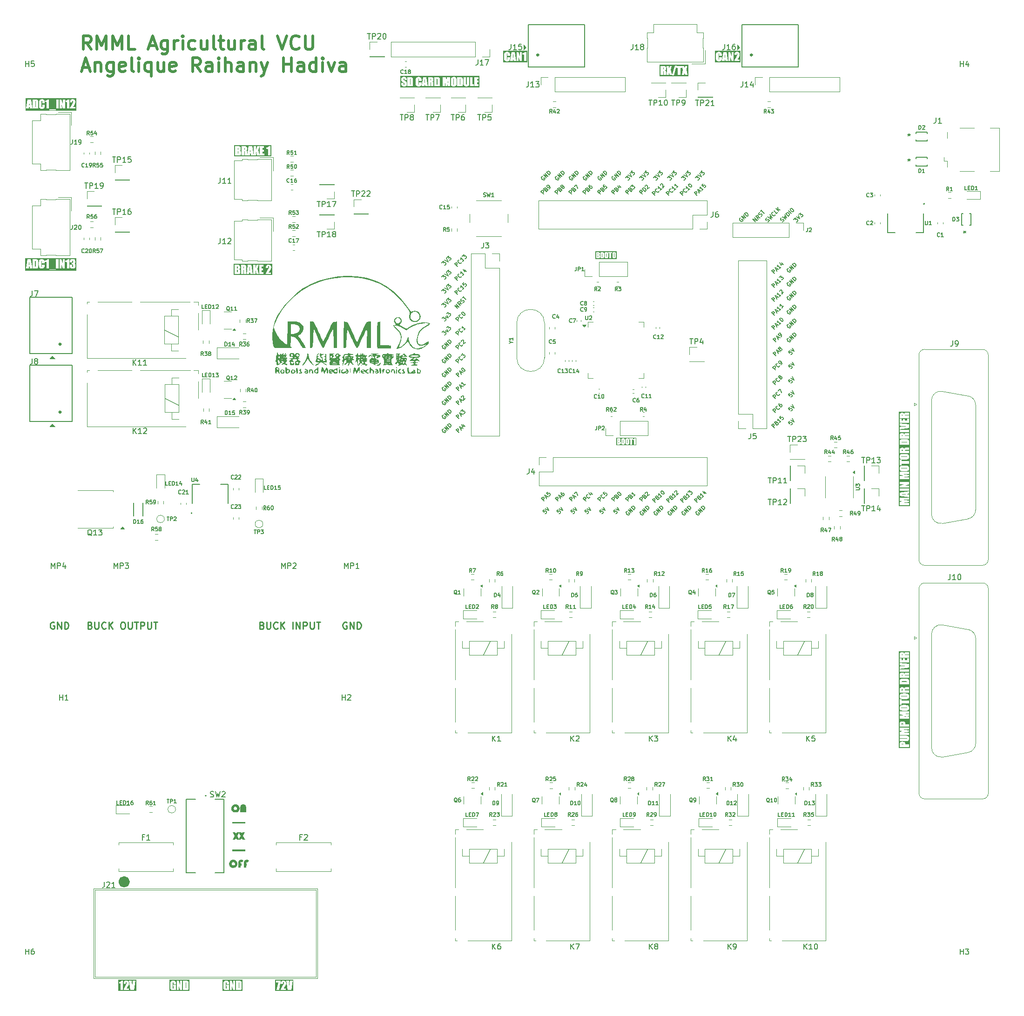
<source format=gbr>
%TF.GenerationSoftware,KiCad,Pcbnew,8.0.7*%
%TF.CreationDate,2025-04-19T18:08:09+07:00*%
%TF.ProjectId,Tractor VCU,54726163-746f-4722-9056-43552e6b6963,rev?*%
%TF.SameCoordinates,Original*%
%TF.FileFunction,Legend,Top*%
%TF.FilePolarity,Positive*%
%FSLAX46Y46*%
G04 Gerber Fmt 4.6, Leading zero omitted, Abs format (unit mm)*
G04 Created by KiCad (PCBNEW 8.0.7) date 2025-04-19 18:08:09*
%MOMM*%
%LPD*%
G01*
G04 APERTURE LIST*
%ADD10C,0.250000*%
%ADD11C,0.300000*%
%ADD12C,0.150000*%
%ADD13C,0.500000*%
%ADD14C,0.140000*%
%ADD15C,0.200000*%
%ADD16C,0.160000*%
%ADD17C,0.120000*%
%ADD18C,0.152400*%
%ADD19C,0.400000*%
%ADD20C,0.100000*%
%ADD21C,1.050000*%
%ADD22C,0.127000*%
%ADD23C,0.000000*%
G04 APERTURE END LIST*
D10*
X122817666Y-169963511D02*
X122996238Y-170023035D01*
X122996238Y-170023035D02*
X123055761Y-170082559D01*
X123055761Y-170082559D02*
X123115285Y-170201607D01*
X123115285Y-170201607D02*
X123115285Y-170380178D01*
X123115285Y-170380178D02*
X123055761Y-170499226D01*
X123055761Y-170499226D02*
X122996238Y-170558750D01*
X122996238Y-170558750D02*
X122877190Y-170618273D01*
X122877190Y-170618273D02*
X122401000Y-170618273D01*
X122401000Y-170618273D02*
X122401000Y-169368273D01*
X122401000Y-169368273D02*
X122817666Y-169368273D01*
X122817666Y-169368273D02*
X122936714Y-169427797D01*
X122936714Y-169427797D02*
X122996238Y-169487321D01*
X122996238Y-169487321D02*
X123055761Y-169606369D01*
X123055761Y-169606369D02*
X123055761Y-169725416D01*
X123055761Y-169725416D02*
X122996238Y-169844464D01*
X122996238Y-169844464D02*
X122936714Y-169903988D01*
X122936714Y-169903988D02*
X122817666Y-169963511D01*
X122817666Y-169963511D02*
X122401000Y-169963511D01*
X123651000Y-169368273D02*
X123651000Y-170380178D01*
X123651000Y-170380178D02*
X123710523Y-170499226D01*
X123710523Y-170499226D02*
X123770047Y-170558750D01*
X123770047Y-170558750D02*
X123889095Y-170618273D01*
X123889095Y-170618273D02*
X124127190Y-170618273D01*
X124127190Y-170618273D02*
X124246238Y-170558750D01*
X124246238Y-170558750D02*
X124305761Y-170499226D01*
X124305761Y-170499226D02*
X124365285Y-170380178D01*
X124365285Y-170380178D02*
X124365285Y-169368273D01*
X125674809Y-170499226D02*
X125615285Y-170558750D01*
X125615285Y-170558750D02*
X125436714Y-170618273D01*
X125436714Y-170618273D02*
X125317666Y-170618273D01*
X125317666Y-170618273D02*
X125139095Y-170558750D01*
X125139095Y-170558750D02*
X125020047Y-170439702D01*
X125020047Y-170439702D02*
X124960524Y-170320654D01*
X124960524Y-170320654D02*
X124901000Y-170082559D01*
X124901000Y-170082559D02*
X124901000Y-169903988D01*
X124901000Y-169903988D02*
X124960524Y-169665892D01*
X124960524Y-169665892D02*
X125020047Y-169546845D01*
X125020047Y-169546845D02*
X125139095Y-169427797D01*
X125139095Y-169427797D02*
X125317666Y-169368273D01*
X125317666Y-169368273D02*
X125436714Y-169368273D01*
X125436714Y-169368273D02*
X125615285Y-169427797D01*
X125615285Y-169427797D02*
X125674809Y-169487321D01*
X126210524Y-170618273D02*
X126210524Y-169368273D01*
X126924809Y-170618273D02*
X126389095Y-169903988D01*
X126924809Y-169368273D02*
X126210524Y-170082559D01*
X128651000Y-169368273D02*
X128889095Y-169368273D01*
X128889095Y-169368273D02*
X129008143Y-169427797D01*
X129008143Y-169427797D02*
X129127190Y-169546845D01*
X129127190Y-169546845D02*
X129186714Y-169784940D01*
X129186714Y-169784940D02*
X129186714Y-170201607D01*
X129186714Y-170201607D02*
X129127190Y-170439702D01*
X129127190Y-170439702D02*
X129008143Y-170558750D01*
X129008143Y-170558750D02*
X128889095Y-170618273D01*
X128889095Y-170618273D02*
X128651000Y-170618273D01*
X128651000Y-170618273D02*
X128531952Y-170558750D01*
X128531952Y-170558750D02*
X128412905Y-170439702D01*
X128412905Y-170439702D02*
X128353381Y-170201607D01*
X128353381Y-170201607D02*
X128353381Y-169784940D01*
X128353381Y-169784940D02*
X128412905Y-169546845D01*
X128412905Y-169546845D02*
X128531952Y-169427797D01*
X128531952Y-169427797D02*
X128651000Y-169368273D01*
X129722429Y-169368273D02*
X129722429Y-170380178D01*
X129722429Y-170380178D02*
X129781952Y-170499226D01*
X129781952Y-170499226D02*
X129841476Y-170558750D01*
X129841476Y-170558750D02*
X129960524Y-170618273D01*
X129960524Y-170618273D02*
X130198619Y-170618273D01*
X130198619Y-170618273D02*
X130317667Y-170558750D01*
X130317667Y-170558750D02*
X130377190Y-170499226D01*
X130377190Y-170499226D02*
X130436714Y-170380178D01*
X130436714Y-170380178D02*
X130436714Y-169368273D01*
X130853381Y-169368273D02*
X131567667Y-169368273D01*
X131210524Y-170618273D02*
X131210524Y-169368273D01*
X131984334Y-170618273D02*
X131984334Y-169368273D01*
X131984334Y-169368273D02*
X132460524Y-169368273D01*
X132460524Y-169368273D02*
X132579572Y-169427797D01*
X132579572Y-169427797D02*
X132639095Y-169487321D01*
X132639095Y-169487321D02*
X132698619Y-169606369D01*
X132698619Y-169606369D02*
X132698619Y-169784940D01*
X132698619Y-169784940D02*
X132639095Y-169903988D01*
X132639095Y-169903988D02*
X132579572Y-169963511D01*
X132579572Y-169963511D02*
X132460524Y-170023035D01*
X132460524Y-170023035D02*
X131984334Y-170023035D01*
X133234334Y-169368273D02*
X133234334Y-170380178D01*
X133234334Y-170380178D02*
X133293857Y-170499226D01*
X133293857Y-170499226D02*
X133353381Y-170558750D01*
X133353381Y-170558750D02*
X133472429Y-170618273D01*
X133472429Y-170618273D02*
X133710524Y-170618273D01*
X133710524Y-170618273D02*
X133829572Y-170558750D01*
X133829572Y-170558750D02*
X133889095Y-170499226D01*
X133889095Y-170499226D02*
X133948619Y-170380178D01*
X133948619Y-170380178D02*
X133948619Y-169368273D01*
X134365286Y-169368273D02*
X135079572Y-169368273D01*
X134722429Y-170618273D02*
X134722429Y-169368273D01*
D11*
G36*
X271157869Y-146184280D02*
G01*
X271114704Y-146180988D01*
X271031657Y-146173999D01*
X270955224Y-146167055D01*
X270869907Y-146158909D01*
X270775706Y-146149561D01*
X270699224Y-146141761D01*
X270617745Y-146133285D01*
X270531269Y-146124133D01*
X270439795Y-146114304D01*
X270493863Y-146111608D01*
X270572667Y-146107414D01*
X270648715Y-146103039D01*
X270722006Y-146098484D01*
X270815440Y-146092129D01*
X270903975Y-146085455D01*
X270987609Y-146078459D01*
X271066343Y-146071144D01*
X271157869Y-146061548D01*
X271157869Y-146184280D01*
G37*
G36*
X271294326Y-141341352D02*
G01*
X271374713Y-141343064D01*
X271452793Y-141351935D01*
X271486132Y-141398464D01*
X271457555Y-141443526D01*
X271439724Y-141447523D01*
X271365621Y-141452783D01*
X271289028Y-141453785D01*
X270526624Y-141453785D01*
X270459791Y-141452318D01*
X270382276Y-141438764D01*
X270360661Y-141395533D01*
X270387772Y-141352302D01*
X270449625Y-141343125D01*
X270526624Y-141341311D01*
X271276938Y-141341311D01*
X271294326Y-141341352D01*
G37*
G36*
X271294326Y-139226698D02*
G01*
X271374713Y-139228410D01*
X271452793Y-139237281D01*
X271486132Y-139283809D01*
X271457555Y-139328872D01*
X271439724Y-139332869D01*
X271365621Y-139338128D01*
X271289028Y-139339130D01*
X270526624Y-139339130D01*
X270459791Y-139337663D01*
X270382276Y-139324109D01*
X270360661Y-139280878D01*
X270387772Y-139237647D01*
X270449625Y-139228470D01*
X270526624Y-139226656D01*
X271276938Y-139226656D01*
X271294326Y-139226698D01*
G37*
G36*
X270647719Y-138073143D02*
G01*
X270718232Y-138096422D01*
X270724209Y-138107048D01*
X270735818Y-138179587D01*
X270384108Y-138179587D01*
X270384301Y-138168830D01*
X270406090Y-138096056D01*
X270429823Y-138080875D01*
X270502810Y-138071143D01*
X270595500Y-138071143D01*
X270647719Y-138073143D01*
G37*
G36*
X271279355Y-136567326D02*
G01*
X271356620Y-136571118D01*
X271429345Y-136586269D01*
X271448326Y-136605990D01*
X271462684Y-136680425D01*
X270384108Y-136680425D01*
X270384121Y-136676954D01*
X270397297Y-136602023D01*
X270439063Y-136573446D01*
X270502880Y-136567940D01*
X270580479Y-136566852D01*
X271231142Y-136566852D01*
X271279355Y-136567326D01*
G37*
G36*
X270647719Y-135413338D02*
G01*
X270718232Y-135436618D01*
X270724209Y-135447244D01*
X270735818Y-135519783D01*
X270384108Y-135519783D01*
X270384301Y-135509026D01*
X270406090Y-135436251D01*
X270429823Y-135421070D01*
X270502810Y-135411339D01*
X270595500Y-135411339D01*
X270647719Y-135413338D01*
G37*
G36*
X270647719Y-131708663D02*
G01*
X270718232Y-131731942D01*
X270724209Y-131742568D01*
X270735818Y-131815107D01*
X270384108Y-131815107D01*
X270384301Y-131804350D01*
X270406090Y-131731576D01*
X270429823Y-131716395D01*
X270502810Y-131706663D01*
X270595500Y-131706663D01*
X270647719Y-131708663D01*
G37*
G36*
X271957614Y-148251279D02*
G01*
X269889179Y-148251279D01*
X269889179Y-147310117D01*
X270079293Y-147310117D01*
X270868442Y-147398778D01*
X270440894Y-147446771D01*
X270390525Y-147453715D01*
X270317740Y-147464066D01*
X270237025Y-147476045D01*
X270160832Y-147487919D01*
X270079293Y-147501360D01*
X270079293Y-148084612D01*
X271767500Y-148084612D01*
X271767500Y-147681977D01*
X270655218Y-147693701D01*
X271767500Y-147544224D01*
X271767500Y-147254796D01*
X270631770Y-147113380D01*
X271767500Y-147125104D01*
X271767500Y-146722469D01*
X270079293Y-146722469D01*
X270079293Y-147310117D01*
X269889179Y-147310117D01*
X269889179Y-145808390D01*
X270079293Y-145808390D01*
X270079293Y-146114304D01*
X270079293Y-146456489D01*
X271767500Y-146680337D01*
X271767500Y-146206628D01*
X271462684Y-146180983D01*
X271462684Y-146046893D01*
X271767500Y-146025278D01*
X271767500Y-145556698D01*
X270079293Y-145808390D01*
X269889179Y-145808390D01*
X269889179Y-145514200D01*
X270079293Y-145514200D01*
X271767500Y-145514200D01*
X271767500Y-145056977D01*
X270079293Y-145056977D01*
X270079293Y-145514200D01*
X269889179Y-145514200D01*
X269889179Y-144304465D01*
X270079293Y-144304465D01*
X270840598Y-144292741D01*
X270079293Y-144527581D01*
X270079293Y-144910431D01*
X271767500Y-144910431D01*
X271767500Y-144524284D01*
X270998867Y-144536007D01*
X271767500Y-144319120D01*
X271767500Y-143918317D01*
X270079293Y-143918317D01*
X270079293Y-144304465D01*
X269889179Y-144304465D01*
X269889179Y-142629448D01*
X270079293Y-142629448D01*
X270868442Y-142718108D01*
X270440894Y-142766101D01*
X270390525Y-142773045D01*
X270317740Y-142783396D01*
X270237025Y-142795375D01*
X270160832Y-142807249D01*
X270079293Y-142820690D01*
X270079293Y-143403942D01*
X271767500Y-143403942D01*
X271767500Y-143001307D01*
X270655218Y-143013031D01*
X271767500Y-142863554D01*
X271767500Y-142574127D01*
X270631770Y-142432710D01*
X271767500Y-142444434D01*
X271767500Y-142041799D01*
X270079293Y-142041799D01*
X270079293Y-142629448D01*
X269889179Y-142629448D01*
X269889179Y-141397364D01*
X270055846Y-141397364D01*
X270056258Y-141424052D01*
X270062440Y-141500404D01*
X270078011Y-141578715D01*
X270102740Y-141650156D01*
X270135863Y-141713604D01*
X270181638Y-141773397D01*
X270237196Y-141822713D01*
X270282213Y-141851519D01*
X270353688Y-141882534D01*
X270429904Y-141898917D01*
X270474232Y-141903026D01*
X270549005Y-141907182D01*
X270629119Y-141909579D01*
X270708701Y-141910712D01*
X270782712Y-141911007D01*
X271064080Y-141911007D01*
X271095273Y-141910959D01*
X271181775Y-141910229D01*
X271257664Y-141908623D01*
X271342339Y-141905120D01*
X271421652Y-141898551D01*
X271478636Y-141887226D01*
X271551099Y-141858693D01*
X271613993Y-141819050D01*
X271665076Y-141773032D01*
X271711268Y-141712909D01*
X271746983Y-141642829D01*
X271754840Y-141622120D01*
X271775448Y-141549648D01*
X271787469Y-141471882D01*
X271790947Y-141397364D01*
X271790538Y-141370746D01*
X271784404Y-141294599D01*
X271768955Y-141216518D01*
X271744419Y-141145306D01*
X271711102Y-141081664D01*
X271665198Y-141021742D01*
X271609596Y-140972382D01*
X271564579Y-140943577D01*
X271493104Y-140912562D01*
X271416889Y-140896178D01*
X271372560Y-140892069D01*
X271297788Y-140887914D01*
X271217673Y-140885517D01*
X271138092Y-140884383D01*
X271064080Y-140884088D01*
X270782712Y-140884088D01*
X270751520Y-140884137D01*
X270665018Y-140884867D01*
X270589129Y-140886472D01*
X270504453Y-140889976D01*
X270425141Y-140896545D01*
X270368185Y-140907869D01*
X270295851Y-140936403D01*
X270233166Y-140976046D01*
X270181925Y-141022063D01*
X270135726Y-141082186D01*
X270100176Y-141152267D01*
X270092253Y-141172972D01*
X270071474Y-141245387D01*
X270059352Y-141323024D01*
X270055932Y-141395533D01*
X270055846Y-141397364D01*
X269889179Y-141397364D01*
X269889179Y-140825470D01*
X270079293Y-140825470D01*
X270431003Y-140825470D01*
X270431003Y-140569015D01*
X271767500Y-140569015D01*
X271767500Y-140111792D01*
X270431003Y-140111792D01*
X270431003Y-139854238D01*
X270079293Y-139854238D01*
X270079293Y-140825470D01*
X269889179Y-140825470D01*
X269889179Y-139282710D01*
X270055846Y-139282710D01*
X270056258Y-139309397D01*
X270062440Y-139385750D01*
X270078011Y-139464060D01*
X270102740Y-139535501D01*
X270135863Y-139598950D01*
X270181638Y-139658742D01*
X270237196Y-139708059D01*
X270282213Y-139736864D01*
X270353688Y-139767879D01*
X270429904Y-139784263D01*
X270474232Y-139788371D01*
X270549005Y-139792527D01*
X270629119Y-139794924D01*
X270708701Y-139796057D01*
X270782712Y-139796353D01*
X271064080Y-139796353D01*
X271095273Y-139796304D01*
X271181775Y-139795574D01*
X271257664Y-139793968D01*
X271342339Y-139790465D01*
X271421652Y-139783896D01*
X271478636Y-139772572D01*
X271551099Y-139744038D01*
X271613993Y-139704395D01*
X271665076Y-139658378D01*
X271711268Y-139598254D01*
X271746983Y-139528174D01*
X271754840Y-139507465D01*
X271775448Y-139434994D01*
X271787469Y-139357227D01*
X271790947Y-139282710D01*
X271790538Y-139256091D01*
X271784404Y-139179945D01*
X271768955Y-139101863D01*
X271744419Y-139030651D01*
X271711102Y-138967010D01*
X271665198Y-138907087D01*
X271609596Y-138857727D01*
X271564579Y-138828922D01*
X271493104Y-138797907D01*
X271416889Y-138781524D01*
X271372560Y-138777415D01*
X271297788Y-138773259D01*
X271217673Y-138770862D01*
X271138092Y-138769729D01*
X271064080Y-138769434D01*
X270782712Y-138769434D01*
X270751520Y-138769482D01*
X270665018Y-138770212D01*
X270589129Y-138771818D01*
X270504453Y-138775321D01*
X270425141Y-138781890D01*
X270368185Y-138793215D01*
X270295851Y-138821748D01*
X270233166Y-138861391D01*
X270181925Y-138907408D01*
X270135726Y-138967532D01*
X270100176Y-139037612D01*
X270092253Y-139058318D01*
X270071474Y-139130732D01*
X270059352Y-139208370D01*
X270055932Y-139280878D01*
X270055846Y-139282710D01*
X269889179Y-139282710D01*
X269889179Y-138318073D01*
X270079293Y-138318073D01*
X270079293Y-138636810D01*
X271767500Y-138636810D01*
X271767500Y-138179587D01*
X271017185Y-138179587D01*
X271017865Y-138158453D01*
X271045029Y-138089461D01*
X271051148Y-138086188D01*
X271125595Y-138073308D01*
X271202932Y-138071143D01*
X271767500Y-138071143D01*
X271767500Y-137644695D01*
X271317238Y-137644695D01*
X271304705Y-137644706D01*
X271225532Y-137645405D01*
X271145737Y-137647901D01*
X271067744Y-137656053D01*
X271028191Y-137671085D01*
X270965162Y-137713938D01*
X270933527Y-137751483D01*
X270904538Y-137819490D01*
X270887859Y-137895288D01*
X270882341Y-137827190D01*
X270860919Y-137753446D01*
X270814952Y-137695986D01*
X270777917Y-137676001D01*
X270703842Y-137655965D01*
X270626654Y-137647150D01*
X270546041Y-137644695D01*
X270519384Y-137644973D01*
X270444856Y-137649137D01*
X270368227Y-137660312D01*
X270294262Y-137681413D01*
X270228403Y-137715770D01*
X270172912Y-137763970D01*
X270129145Y-137826246D01*
X270103473Y-137898219D01*
X270097806Y-137929223D01*
X270088738Y-138009640D01*
X270083921Y-138086061D01*
X270081206Y-138160293D01*
X270080853Y-138179587D01*
X270079671Y-138244113D01*
X270079293Y-138318073D01*
X269889179Y-138318073D01*
X269889179Y-136801325D01*
X270079293Y-136801325D01*
X270079293Y-137137647D01*
X271767500Y-137137647D01*
X271767500Y-136578942D01*
X271766137Y-136496883D01*
X271761429Y-136420118D01*
X271750280Y-136343003D01*
X271727837Y-136273864D01*
X271687998Y-136208547D01*
X271634692Y-136161653D01*
X271564900Y-136131611D01*
X271493804Y-136119096D01*
X271420182Y-136113257D01*
X271340624Y-136110402D01*
X271261184Y-136109629D01*
X270678299Y-136109629D01*
X270594583Y-136110157D01*
X270510687Y-136112108D01*
X270432966Y-136116098D01*
X270357730Y-136124650D01*
X270342334Y-136127797D01*
X270269218Y-136155510D01*
X270206788Y-136199388D01*
X270171352Y-136237210D01*
X270133751Y-136300803D01*
X270108968Y-136372312D01*
X270100419Y-136412635D01*
X270090885Y-136485708D01*
X270084973Y-136563773D01*
X270081640Y-136639710D01*
X270080747Y-136680425D01*
X270079757Y-136725539D01*
X270079293Y-136801325D01*
X269889179Y-136801325D01*
X269889179Y-135658268D01*
X270079293Y-135658268D01*
X270079293Y-135977005D01*
X271767500Y-135977005D01*
X271767500Y-135519783D01*
X271017185Y-135519783D01*
X271017865Y-135498649D01*
X271045029Y-135429657D01*
X271051148Y-135426383D01*
X271125595Y-135413503D01*
X271202932Y-135411339D01*
X271767500Y-135411339D01*
X271767500Y-134984891D01*
X271317238Y-134984891D01*
X271304705Y-134984902D01*
X271225532Y-134985600D01*
X271145737Y-134988096D01*
X271067744Y-134996248D01*
X271028191Y-135011280D01*
X270965162Y-135054134D01*
X270933527Y-135091679D01*
X270904538Y-135159685D01*
X270887859Y-135235484D01*
X270882341Y-135167386D01*
X270860919Y-135093641D01*
X270814952Y-135036182D01*
X270777917Y-135016196D01*
X270703842Y-134996161D01*
X270626654Y-134987345D01*
X270546041Y-134984891D01*
X270519384Y-134985168D01*
X270444856Y-134989333D01*
X270368227Y-135000508D01*
X270294262Y-135021608D01*
X270228403Y-135055965D01*
X270172912Y-135104165D01*
X270129145Y-135166441D01*
X270103473Y-135238415D01*
X270097806Y-135269418D01*
X270088738Y-135349835D01*
X270083921Y-135426257D01*
X270081206Y-135500488D01*
X270080853Y-135519783D01*
X270079671Y-135584308D01*
X270079293Y-135658268D01*
X269889179Y-135658268D01*
X269889179Y-134847138D01*
X270079293Y-134847138D01*
X271767500Y-134847138D01*
X271767500Y-134389915D01*
X270079293Y-134389915D01*
X270079293Y-134847138D01*
X269889179Y-134847138D01*
X269889179Y-133669277D01*
X270079293Y-133669277D01*
X270396931Y-133700418D01*
X270420461Y-133702716D01*
X270517149Y-133711623D01*
X270592363Y-133718003D01*
X270669889Y-133724125D01*
X270749727Y-133729990D01*
X270831876Y-133735597D01*
X270916338Y-133740947D01*
X271003112Y-133746038D01*
X271092197Y-133750873D01*
X271183595Y-133755449D01*
X271277304Y-133759769D01*
X271213977Y-133762745D01*
X271116100Y-133768069D01*
X271014758Y-133774423D01*
X270909952Y-133781808D01*
X270801680Y-133790223D01*
X270727575Y-133796405D01*
X270651929Y-133803045D01*
X270574743Y-133810144D01*
X270496018Y-133817700D01*
X270415753Y-133825714D01*
X270333948Y-133834186D01*
X270250603Y-133843116D01*
X270165718Y-133852505D01*
X270079293Y-133862351D01*
X270079293Y-134344120D01*
X271767500Y-134090229D01*
X271767500Y-133411356D01*
X270079293Y-133187508D01*
X270079293Y-133669277D01*
X269889179Y-133669277D01*
X269889179Y-132397260D01*
X270079293Y-132397260D01*
X270079293Y-133144277D01*
X271767500Y-133144277D01*
X271767500Y-132368683D01*
X271415790Y-132368683D01*
X271415790Y-132687054D01*
X271064080Y-132687054D01*
X271064080Y-132415944D01*
X270712370Y-132415944D01*
X270712370Y-132687054D01*
X270431003Y-132687054D01*
X270431003Y-132397260D01*
X270079293Y-132397260D01*
X269889179Y-132397260D01*
X269889179Y-131953593D01*
X270079293Y-131953593D01*
X270079293Y-132272330D01*
X271767500Y-132272330D01*
X271767500Y-131815107D01*
X271017185Y-131815107D01*
X271017865Y-131793973D01*
X271045029Y-131724981D01*
X271051148Y-131721708D01*
X271125595Y-131708828D01*
X271202932Y-131706663D01*
X271767500Y-131706663D01*
X271767500Y-131280215D01*
X271317238Y-131280215D01*
X271304705Y-131280226D01*
X271225532Y-131280925D01*
X271145737Y-131283420D01*
X271067744Y-131291572D01*
X271028191Y-131306605D01*
X270965162Y-131349458D01*
X270933527Y-131387003D01*
X270904538Y-131455010D01*
X270887859Y-131530808D01*
X270882341Y-131462710D01*
X270860919Y-131388966D01*
X270814952Y-131331506D01*
X270777917Y-131311521D01*
X270703842Y-131291485D01*
X270626654Y-131282670D01*
X270546041Y-131280215D01*
X270519384Y-131280493D01*
X270444856Y-131284657D01*
X270368227Y-131295832D01*
X270294262Y-131316932D01*
X270228403Y-131351290D01*
X270172912Y-131399490D01*
X270129145Y-131461766D01*
X270103473Y-131533739D01*
X270097806Y-131564743D01*
X270088738Y-131645160D01*
X270083921Y-131721581D01*
X270081206Y-131795813D01*
X270080853Y-131815107D01*
X270079671Y-131879633D01*
X270079293Y-131953593D01*
X269889179Y-131953593D01*
X269889179Y-131113548D01*
X271957614Y-131113548D01*
X271957614Y-148251279D01*
G37*
D12*
X223297642Y-147394294D02*
X222802667Y-146899320D01*
X222802667Y-146899320D02*
X222991229Y-146710758D01*
X222991229Y-146710758D02*
X223061940Y-146687188D01*
X223061940Y-146687188D02*
X223109080Y-146687188D01*
X223109080Y-146687188D02*
X223179791Y-146710758D01*
X223179791Y-146710758D02*
X223250502Y-146781469D01*
X223250502Y-146781469D02*
X223274072Y-146852179D01*
X223274072Y-146852179D02*
X223274072Y-146899320D01*
X223274072Y-146899320D02*
X223250502Y-146970030D01*
X223250502Y-146970030D02*
X223061940Y-147158592D01*
X223698336Y-146475056D02*
X223792617Y-146427915D01*
X223792617Y-146427915D02*
X223839757Y-146427915D01*
X223839757Y-146427915D02*
X223910468Y-146451485D01*
X223910468Y-146451485D02*
X223981179Y-146522196D01*
X223981179Y-146522196D02*
X224004749Y-146592907D01*
X224004749Y-146592907D02*
X224004749Y-146640047D01*
X224004749Y-146640047D02*
X223981179Y-146710758D01*
X223981179Y-146710758D02*
X223792617Y-146899320D01*
X223792617Y-146899320D02*
X223297642Y-146404345D01*
X223297642Y-146404345D02*
X223462634Y-146239353D01*
X223462634Y-146239353D02*
X223533344Y-146215783D01*
X223533344Y-146215783D02*
X223580485Y-146215783D01*
X223580485Y-146215783D02*
X223651196Y-146239353D01*
X223651196Y-146239353D02*
X223698336Y-146286494D01*
X223698336Y-146286494D02*
X223721906Y-146357205D01*
X223721906Y-146357205D02*
X223721906Y-146404345D01*
X223721906Y-146404345D02*
X223698336Y-146475056D01*
X223698336Y-146475056D02*
X223533344Y-146640047D01*
X223816187Y-145980081D02*
X223816187Y-145932940D01*
X223816187Y-145932940D02*
X223839757Y-145862230D01*
X223839757Y-145862230D02*
X223957609Y-145744379D01*
X223957609Y-145744379D02*
X224028319Y-145720808D01*
X224028319Y-145720808D02*
X224075460Y-145720808D01*
X224075460Y-145720808D02*
X224146170Y-145744379D01*
X224146170Y-145744379D02*
X224193311Y-145791519D01*
X224193311Y-145791519D02*
X224240451Y-145885800D01*
X224240451Y-145885800D02*
X224240451Y-146451485D01*
X224240451Y-146451485D02*
X224546864Y-146145072D01*
X250078213Y-130251775D02*
X249842511Y-130487477D01*
X249842511Y-130487477D02*
X250054643Y-130746749D01*
X250054643Y-130746749D02*
X250054643Y-130699609D01*
X250054643Y-130699609D02*
X250078213Y-130628898D01*
X250078213Y-130628898D02*
X250196065Y-130511047D01*
X250196065Y-130511047D02*
X250266775Y-130487477D01*
X250266775Y-130487477D02*
X250313916Y-130487477D01*
X250313916Y-130487477D02*
X250384626Y-130511047D01*
X250384626Y-130511047D02*
X250502477Y-130628898D01*
X250502477Y-130628898D02*
X250526048Y-130699609D01*
X250526048Y-130699609D02*
X250526048Y-130746749D01*
X250526048Y-130746749D02*
X250502477Y-130817460D01*
X250502477Y-130817460D02*
X250384626Y-130935311D01*
X250384626Y-130935311D02*
X250313916Y-130958882D01*
X250313916Y-130958882D02*
X250266775Y-130958882D01*
X250243205Y-130086783D02*
X250903172Y-130416766D01*
X250903172Y-130416766D02*
X250573188Y-129756800D01*
X218217642Y-147394294D02*
X217722667Y-146899320D01*
X217722667Y-146899320D02*
X217911229Y-146710758D01*
X217911229Y-146710758D02*
X217981940Y-146687188D01*
X217981940Y-146687188D02*
X218029080Y-146687188D01*
X218029080Y-146687188D02*
X218099791Y-146710758D01*
X218099791Y-146710758D02*
X218170502Y-146781469D01*
X218170502Y-146781469D02*
X218194072Y-146852179D01*
X218194072Y-146852179D02*
X218194072Y-146899320D01*
X218194072Y-146899320D02*
X218170502Y-146970030D01*
X218170502Y-146970030D02*
X217981940Y-147158592D01*
X218618336Y-146475056D02*
X218712617Y-146427915D01*
X218712617Y-146427915D02*
X218759757Y-146427915D01*
X218759757Y-146427915D02*
X218830468Y-146451485D01*
X218830468Y-146451485D02*
X218901179Y-146522196D01*
X218901179Y-146522196D02*
X218924749Y-146592907D01*
X218924749Y-146592907D02*
X218924749Y-146640047D01*
X218924749Y-146640047D02*
X218901179Y-146710758D01*
X218901179Y-146710758D02*
X218712617Y-146899320D01*
X218712617Y-146899320D02*
X218217642Y-146404345D01*
X218217642Y-146404345D02*
X218382634Y-146239353D01*
X218382634Y-146239353D02*
X218453344Y-146215783D01*
X218453344Y-146215783D02*
X218500485Y-146215783D01*
X218500485Y-146215783D02*
X218571196Y-146239353D01*
X218571196Y-146239353D02*
X218618336Y-146286494D01*
X218618336Y-146286494D02*
X218641906Y-146357205D01*
X218641906Y-146357205D02*
X218641906Y-146404345D01*
X218641906Y-146404345D02*
X218618336Y-146475056D01*
X218618336Y-146475056D02*
X218453344Y-146640047D01*
X218806898Y-145815089D02*
X218854038Y-145767949D01*
X218854038Y-145767949D02*
X218924749Y-145744379D01*
X218924749Y-145744379D02*
X218971889Y-145744379D01*
X218971889Y-145744379D02*
X219042600Y-145767949D01*
X219042600Y-145767949D02*
X219160451Y-145838660D01*
X219160451Y-145838660D02*
X219278302Y-145956511D01*
X219278302Y-145956511D02*
X219349013Y-146074362D01*
X219349013Y-146074362D02*
X219372583Y-146145072D01*
X219372583Y-146145072D02*
X219372583Y-146192213D01*
X219372583Y-146192213D02*
X219349013Y-146262924D01*
X219349013Y-146262924D02*
X219301873Y-146310064D01*
X219301873Y-146310064D02*
X219231162Y-146333634D01*
X219231162Y-146333634D02*
X219184021Y-146333634D01*
X219184021Y-146333634D02*
X219113311Y-146310064D01*
X219113311Y-146310064D02*
X218995460Y-146239353D01*
X218995460Y-146239353D02*
X218877609Y-146121502D01*
X218877609Y-146121502D02*
X218806898Y-146003651D01*
X218806898Y-146003651D02*
X218783328Y-145932940D01*
X218783328Y-145932940D02*
X218783328Y-145885800D01*
X218783328Y-145885800D02*
X218806898Y-145815089D01*
D11*
G36*
X149831287Y-234951121D02*
G01*
X149906219Y-234964297D01*
X149934795Y-235006063D01*
X149940301Y-235069880D01*
X149941390Y-235147479D01*
X149941390Y-235798142D01*
X149940916Y-235846355D01*
X149937123Y-235923620D01*
X149921972Y-235996345D01*
X149902251Y-236015326D01*
X149827817Y-236029684D01*
X149827817Y-234951108D01*
X149831287Y-234951121D01*
G37*
G36*
X150565279Y-236524614D02*
G01*
X146896931Y-236524614D01*
X146896931Y-235260686D01*
X147063598Y-235260686D01*
X147063598Y-235748683D01*
X147063647Y-235769606D01*
X147064815Y-235846771D01*
X147068464Y-235928545D01*
X147076055Y-236005138D01*
X147080887Y-236031987D01*
X147104408Y-236105358D01*
X147139436Y-236171101D01*
X147171819Y-236213792D01*
X147226628Y-236264402D01*
X147288546Y-236304458D01*
X147351272Y-236332665D01*
X147423410Y-236351626D01*
X147498839Y-236357947D01*
X147516284Y-236357647D01*
X147592159Y-236348331D01*
X147663337Y-236323875D01*
X147717733Y-236289324D01*
X147766651Y-236231918D01*
X147801456Y-236334500D01*
X148094548Y-236334500D01*
X148233400Y-236334500D01*
X148619548Y-236334500D01*
X148607824Y-235565867D01*
X148824711Y-236334500D01*
X149225514Y-236334500D01*
X149225514Y-236029684D01*
X149370594Y-236029684D01*
X149370594Y-236334500D01*
X149929300Y-236334500D01*
X150011358Y-236333137D01*
X150088123Y-236328429D01*
X150165238Y-236317280D01*
X150234377Y-236294837D01*
X150299694Y-236254998D01*
X150346589Y-236201692D01*
X150376631Y-236131900D01*
X150389146Y-236060804D01*
X150394985Y-235987182D01*
X150397840Y-235907624D01*
X150398612Y-235828184D01*
X150398612Y-235245299D01*
X150398084Y-235161583D01*
X150396133Y-235077687D01*
X150392143Y-234999966D01*
X150383591Y-234924730D01*
X150380444Y-234909334D01*
X150352731Y-234836218D01*
X150308853Y-234773788D01*
X150271031Y-234738352D01*
X150207438Y-234700751D01*
X150135929Y-234675968D01*
X150095606Y-234667419D01*
X150022534Y-234657885D01*
X149944468Y-234651973D01*
X149868532Y-234648640D01*
X149782703Y-234646757D01*
X149706917Y-234646293D01*
X149370594Y-234646293D01*
X149370594Y-236029684D01*
X149225514Y-236029684D01*
X149225514Y-234646293D01*
X148839366Y-234646293D01*
X148851090Y-235407598D01*
X148616250Y-234646293D01*
X148233400Y-234646293D01*
X148233400Y-236334500D01*
X148094548Y-236334500D01*
X148094548Y-235420054D01*
X147563319Y-235420054D01*
X147563319Y-235701422D01*
X147650880Y-235701422D01*
X147650880Y-235877643D01*
X147649105Y-235943158D01*
X147635859Y-236019426D01*
X147581271Y-236053132D01*
X147533277Y-236023090D01*
X147522877Y-235960034D01*
X147520821Y-235885337D01*
X147520821Y-235101684D01*
X147522250Y-235028778D01*
X147532911Y-234953306D01*
X147577974Y-234927661D01*
X147626700Y-234957703D01*
X147630311Y-234972540D01*
X147636287Y-235048378D01*
X147637325Y-235122566D01*
X147637325Y-235279370D01*
X148094548Y-235279370D01*
X148094548Y-235197305D01*
X148092672Y-235113351D01*
X148087044Y-235038443D01*
X148076019Y-234963911D01*
X148055347Y-234887361D01*
X148047207Y-234867422D01*
X148008682Y-234804683D01*
X147952625Y-234747667D01*
X147887185Y-234701248D01*
X147870856Y-234691754D01*
X147800446Y-234659903D01*
X147721883Y-234637852D01*
X147646455Y-234626597D01*
X147564785Y-234622846D01*
X147540383Y-234623202D01*
X147459417Y-234630062D01*
X147385358Y-234645652D01*
X147309177Y-234674160D01*
X147242018Y-234714070D01*
X147226741Y-234725544D01*
X147167522Y-234778909D01*
X147120009Y-234841534D01*
X147089977Y-234914472D01*
X147083794Y-234943764D01*
X147072898Y-235024280D01*
X147067308Y-235100888D01*
X147064526Y-235176292D01*
X147063598Y-235260686D01*
X146896931Y-235260686D01*
X146896931Y-234456179D01*
X150565279Y-234456179D01*
X150565279Y-236524614D01*
G37*
D12*
X207954213Y-148920776D02*
X207718511Y-149156478D01*
X207718511Y-149156478D02*
X207930643Y-149415750D01*
X207930643Y-149415750D02*
X207930643Y-149368610D01*
X207930643Y-149368610D02*
X207954213Y-149297899D01*
X207954213Y-149297899D02*
X208072065Y-149180048D01*
X208072065Y-149180048D02*
X208142775Y-149156478D01*
X208142775Y-149156478D02*
X208189916Y-149156478D01*
X208189916Y-149156478D02*
X208260626Y-149180048D01*
X208260626Y-149180048D02*
X208378477Y-149297899D01*
X208378477Y-149297899D02*
X208402048Y-149368610D01*
X208402048Y-149368610D02*
X208402048Y-149415750D01*
X208402048Y-149415750D02*
X208378477Y-149486461D01*
X208378477Y-149486461D02*
X208260626Y-149604312D01*
X208260626Y-149604312D02*
X208189916Y-149627883D01*
X208189916Y-149627883D02*
X208142775Y-149627883D01*
X208119205Y-148755784D02*
X208779172Y-149085767D01*
X208779172Y-149085767D02*
X208449188Y-148425801D01*
X249818941Y-107571187D02*
X249748230Y-107594758D01*
X249748230Y-107594758D02*
X249677520Y-107665468D01*
X249677520Y-107665468D02*
X249630379Y-107759749D01*
X249630379Y-107759749D02*
X249630379Y-107854030D01*
X249630379Y-107854030D02*
X249653950Y-107924741D01*
X249653950Y-107924741D02*
X249724660Y-108042592D01*
X249724660Y-108042592D02*
X249795371Y-108113303D01*
X249795371Y-108113303D02*
X249913222Y-108184013D01*
X249913222Y-108184013D02*
X249983933Y-108207584D01*
X249983933Y-108207584D02*
X250078214Y-108207584D01*
X250078214Y-108207584D02*
X250172495Y-108160443D01*
X250172495Y-108160443D02*
X250219635Y-108113303D01*
X250219635Y-108113303D02*
X250266775Y-108019022D01*
X250266775Y-108019022D02*
X250266775Y-107971881D01*
X250266775Y-107971881D02*
X250101784Y-107806890D01*
X250101784Y-107806890D02*
X250007503Y-107901171D01*
X250526048Y-107806890D02*
X250031073Y-107311915D01*
X250031073Y-107311915D02*
X250808891Y-107524047D01*
X250808891Y-107524047D02*
X250313916Y-107029072D01*
X251044593Y-107288345D02*
X250549618Y-106793370D01*
X250549618Y-106793370D02*
X250667469Y-106675519D01*
X250667469Y-106675519D02*
X250761750Y-106628379D01*
X250761750Y-106628379D02*
X250856031Y-106628379D01*
X250856031Y-106628379D02*
X250926742Y-106651949D01*
X250926742Y-106651949D02*
X251044593Y-106722660D01*
X251044593Y-106722660D02*
X251115303Y-106793370D01*
X251115303Y-106793370D02*
X251186014Y-106911221D01*
X251186014Y-106911221D02*
X251209584Y-106981932D01*
X251209584Y-106981932D02*
X251209584Y-107076213D01*
X251209584Y-107076213D02*
X251162444Y-107170494D01*
X251162444Y-107170494D02*
X251044593Y-107288345D01*
X189856643Y-122248294D02*
X189361668Y-121753320D01*
X189361668Y-121753320D02*
X189550230Y-121564758D01*
X189550230Y-121564758D02*
X189620941Y-121541188D01*
X189620941Y-121541188D02*
X189668081Y-121541188D01*
X189668081Y-121541188D02*
X189738792Y-121564758D01*
X189738792Y-121564758D02*
X189809503Y-121635469D01*
X189809503Y-121635469D02*
X189833073Y-121706179D01*
X189833073Y-121706179D02*
X189833073Y-121753320D01*
X189833073Y-121753320D02*
X189809503Y-121824030D01*
X189809503Y-121824030D02*
X189620941Y-122012592D01*
X190587320Y-121423337D02*
X190587320Y-121470477D01*
X190587320Y-121470477D02*
X190540180Y-121564758D01*
X190540180Y-121564758D02*
X190493039Y-121611898D01*
X190493039Y-121611898D02*
X190398758Y-121659039D01*
X190398758Y-121659039D02*
X190304477Y-121659039D01*
X190304477Y-121659039D02*
X190233767Y-121635469D01*
X190233767Y-121635469D02*
X190115916Y-121564758D01*
X190115916Y-121564758D02*
X190045205Y-121494047D01*
X190045205Y-121494047D02*
X189974494Y-121376196D01*
X189974494Y-121376196D02*
X189950924Y-121305485D01*
X189950924Y-121305485D02*
X189950924Y-121211205D01*
X189950924Y-121211205D02*
X189998065Y-121116924D01*
X189998065Y-121116924D02*
X190045205Y-121069783D01*
X190045205Y-121069783D02*
X190139486Y-121022643D01*
X190139486Y-121022643D02*
X190186626Y-121022643D01*
X190304477Y-120810511D02*
X190610890Y-120504098D01*
X190610890Y-120504098D02*
X190634461Y-120857651D01*
X190634461Y-120857651D02*
X190705171Y-120786940D01*
X190705171Y-120786940D02*
X190775882Y-120763370D01*
X190775882Y-120763370D02*
X190823022Y-120763370D01*
X190823022Y-120763370D02*
X190893733Y-120786940D01*
X190893733Y-120786940D02*
X191011584Y-120904792D01*
X191011584Y-120904792D02*
X191035154Y-120975502D01*
X191035154Y-120975502D02*
X191035154Y-121022643D01*
X191035154Y-121022643D02*
X191011584Y-121093353D01*
X191011584Y-121093353D02*
X190870163Y-121234775D01*
X190870163Y-121234775D02*
X190799452Y-121258345D01*
X190799452Y-121258345D02*
X190752312Y-121258345D01*
X215677642Y-147394294D02*
X215182667Y-146899320D01*
X215182667Y-146899320D02*
X215371229Y-146710758D01*
X215371229Y-146710758D02*
X215441940Y-146687188D01*
X215441940Y-146687188D02*
X215489080Y-146687188D01*
X215489080Y-146687188D02*
X215559791Y-146710758D01*
X215559791Y-146710758D02*
X215630502Y-146781469D01*
X215630502Y-146781469D02*
X215654072Y-146852179D01*
X215654072Y-146852179D02*
X215654072Y-146899320D01*
X215654072Y-146899320D02*
X215630502Y-146970030D01*
X215630502Y-146970030D02*
X215441940Y-147158592D01*
X216408319Y-146569337D02*
X216408319Y-146616477D01*
X216408319Y-146616477D02*
X216361179Y-146710758D01*
X216361179Y-146710758D02*
X216314038Y-146757898D01*
X216314038Y-146757898D02*
X216219757Y-146805039D01*
X216219757Y-146805039D02*
X216125476Y-146805039D01*
X216125476Y-146805039D02*
X216054766Y-146781469D01*
X216054766Y-146781469D02*
X215936915Y-146710758D01*
X215936915Y-146710758D02*
X215866204Y-146640047D01*
X215866204Y-146640047D02*
X215795493Y-146522196D01*
X215795493Y-146522196D02*
X215771923Y-146451485D01*
X215771923Y-146451485D02*
X215771923Y-146357205D01*
X215771923Y-146357205D02*
X215819064Y-146262924D01*
X215819064Y-146262924D02*
X215866204Y-146215783D01*
X215866204Y-146215783D02*
X215960485Y-146168643D01*
X215960485Y-146168643D02*
X216007625Y-146168643D01*
X216408319Y-145673668D02*
X216172617Y-145909370D01*
X216172617Y-145909370D02*
X216384749Y-146168643D01*
X216384749Y-146168643D02*
X216384749Y-146121502D01*
X216384749Y-146121502D02*
X216408319Y-146050792D01*
X216408319Y-146050792D02*
X216526170Y-145932940D01*
X216526170Y-145932940D02*
X216596881Y-145909370D01*
X216596881Y-145909370D02*
X216644021Y-145909370D01*
X216644021Y-145909370D02*
X216714732Y-145932940D01*
X216714732Y-145932940D02*
X216832583Y-146050792D01*
X216832583Y-146050792D02*
X216856153Y-146121502D01*
X216856153Y-146121502D02*
X216856153Y-146168643D01*
X216856153Y-146168643D02*
X216832583Y-146239353D01*
X216832583Y-146239353D02*
X216714732Y-146357205D01*
X216714732Y-146357205D02*
X216644021Y-146380775D01*
X216644021Y-146380775D02*
X216596881Y-146380775D01*
X247549999Y-118402939D02*
X247055024Y-117907964D01*
X247055024Y-117907964D02*
X247243586Y-117719403D01*
X247243586Y-117719403D02*
X247314296Y-117695832D01*
X247314296Y-117695832D02*
X247361437Y-117695832D01*
X247361437Y-117695832D02*
X247432147Y-117719403D01*
X247432147Y-117719403D02*
X247502858Y-117790113D01*
X247502858Y-117790113D02*
X247526428Y-117860824D01*
X247526428Y-117860824D02*
X247526428Y-117907964D01*
X247526428Y-117907964D02*
X247502858Y-117978675D01*
X247502858Y-117978675D02*
X247314296Y-118167237D01*
X247879982Y-117790113D02*
X248115684Y-117554411D01*
X247974263Y-117978675D02*
X247644279Y-117318709D01*
X247644279Y-117318709D02*
X248304246Y-117648692D01*
X248492808Y-117460130D02*
X248587088Y-117365849D01*
X248587088Y-117365849D02*
X248610659Y-117295138D01*
X248610659Y-117295138D02*
X248610659Y-117247998D01*
X248610659Y-117247998D02*
X248587088Y-117130147D01*
X248587088Y-117130147D02*
X248516378Y-117012296D01*
X248516378Y-117012296D02*
X248327816Y-116823734D01*
X248327816Y-116823734D02*
X248257105Y-116800164D01*
X248257105Y-116800164D02*
X248209965Y-116800164D01*
X248209965Y-116800164D02*
X248139254Y-116823734D01*
X248139254Y-116823734D02*
X248044973Y-116918015D01*
X248044973Y-116918015D02*
X248021403Y-116988726D01*
X248021403Y-116988726D02*
X248021403Y-117035866D01*
X248021403Y-117035866D02*
X248044973Y-117106577D01*
X248044973Y-117106577D02*
X248162824Y-117224428D01*
X248162824Y-117224428D02*
X248233535Y-117247998D01*
X248233535Y-117247998D02*
X248280676Y-117247998D01*
X248280676Y-117247998D02*
X248351386Y-117224428D01*
X248351386Y-117224428D02*
X248445667Y-117130147D01*
X248445667Y-117130147D02*
X248469237Y-117059436D01*
X248469237Y-117059436D02*
X248469237Y-117012296D01*
X248469237Y-117012296D02*
X248445667Y-116941585D01*
D11*
G36*
X149345830Y-202539218D02*
G01*
X149435253Y-202553241D01*
X149520454Y-202578051D01*
X149601434Y-202613648D01*
X149678191Y-202660032D01*
X149736558Y-202704906D01*
X149792222Y-202756684D01*
X149843141Y-202813276D01*
X149887271Y-202872592D01*
X149932886Y-202950570D01*
X149967893Y-203032805D01*
X149992291Y-203119298D01*
X150006082Y-203210048D01*
X150009476Y-203285714D01*
X150006053Y-203362467D01*
X149995784Y-203436289D01*
X149973319Y-203524446D01*
X149940156Y-203608023D01*
X149896296Y-203687020D01*
X149853506Y-203746921D01*
X149803869Y-203803890D01*
X149790391Y-203817675D01*
X149734239Y-203868937D01*
X149675146Y-203913364D01*
X149597142Y-203959287D01*
X149514540Y-203994530D01*
X149427340Y-204019093D01*
X149354271Y-204031054D01*
X149278259Y-204036181D01*
X149258796Y-204036394D01*
X149182546Y-204032959D01*
X149109136Y-204022655D01*
X149021366Y-204000115D01*
X148938033Y-203966842D01*
X148859136Y-203922836D01*
X148799212Y-203879902D01*
X148742128Y-203830100D01*
X148728301Y-203816576D01*
X148676781Y-203760115D01*
X148632130Y-203700827D01*
X148585977Y-203622741D01*
X148550557Y-203540235D01*
X148525870Y-203453311D01*
X148513849Y-203380591D01*
X148508697Y-203305043D01*
X148508486Y-203286080D01*
X148960575Y-203286080D01*
X148969126Y-203361464D01*
X148998285Y-203436039D01*
X149042749Y-203496245D01*
X149048137Y-203501869D01*
X149106490Y-203548816D01*
X149178530Y-203580375D01*
X149251159Y-203590808D01*
X149258796Y-203590895D01*
X149333314Y-203582237D01*
X149406523Y-203552712D01*
X149465113Y-203507690D01*
X149470555Y-203502235D01*
X149516343Y-203442873D01*
X149547123Y-203368979D01*
X149557298Y-203293988D01*
X149557383Y-203286080D01*
X149548904Y-203210382D01*
X149519989Y-203135791D01*
X149475897Y-203075870D01*
X149470555Y-203070292D01*
X149412723Y-203023344D01*
X149340349Y-202991785D01*
X149266589Y-202981352D01*
X149258796Y-202981265D01*
X149184979Y-202989995D01*
X149112046Y-203019763D01*
X149053256Y-203065158D01*
X149047770Y-203070658D01*
X149001789Y-203129949D01*
X148970879Y-203203599D01*
X148960661Y-203278217D01*
X148960575Y-203286080D01*
X148508486Y-203286080D01*
X148508482Y-203285714D01*
X148511940Y-203208640D01*
X148522312Y-203134588D01*
X148545002Y-203046275D01*
X148578498Y-202962683D01*
X148622798Y-202883815D01*
X148666017Y-202824121D01*
X148716152Y-202767449D01*
X148729766Y-202753753D01*
X148786713Y-202702662D01*
X148846728Y-202658384D01*
X148909811Y-202620917D01*
X148992980Y-202583664D01*
X149062967Y-202561524D01*
X149136022Y-202546197D01*
X149212146Y-202537682D01*
X149271252Y-202535766D01*
X149345830Y-202539218D01*
G37*
G36*
X150145398Y-203989500D02*
G01*
X150145398Y-203060766D01*
X150150575Y-202974912D01*
X150166109Y-202895679D01*
X150191997Y-202823066D01*
X150228242Y-202757073D01*
X150274841Y-202697701D01*
X150292676Y-202679381D01*
X150351293Y-202630574D01*
X150416685Y-202591866D01*
X150488851Y-202563255D01*
X150567793Y-202544742D01*
X150653509Y-202536327D01*
X150683587Y-202535766D01*
X150756826Y-202539183D01*
X150837368Y-202552303D01*
X150909900Y-202575264D01*
X150984395Y-202614489D01*
X151047985Y-202667107D01*
X151056179Y-202675717D01*
X151106714Y-202742553D01*
X151140150Y-202809023D01*
X151164468Y-202883967D01*
X151179666Y-202967386D01*
X151185365Y-203043377D01*
X151185872Y-203075421D01*
X151185872Y-203989500D01*
X150744037Y-203989500D01*
X150744037Y-203075421D01*
X150723978Y-203004804D01*
X150663803Y-202981265D01*
X150597686Y-203018045D01*
X150586866Y-203075421D01*
X150586866Y-203989500D01*
X150145398Y-203989500D01*
G37*
G36*
X149185523Y-205735738D02*
G01*
X149185523Y-206040553D01*
X148691298Y-206040553D01*
X148691298Y-205735738D01*
X149185523Y-205735738D01*
G37*
G36*
X149653004Y-205735738D02*
G01*
X149653004Y-206040553D01*
X149158778Y-206040553D01*
X149158778Y-205735738D01*
X149653004Y-205735738D01*
G37*
G36*
X150120485Y-205735738D02*
G01*
X150120485Y-206040553D01*
X149626259Y-206040553D01*
X149626259Y-205735738D01*
X150120485Y-205735738D01*
G37*
G36*
X150587965Y-205735738D02*
G01*
X150587965Y-206040553D01*
X150093740Y-206040553D01*
X150093740Y-205735738D01*
X150587965Y-205735738D01*
G37*
G36*
X151055446Y-205735738D02*
G01*
X151055446Y-206040553D01*
X150561221Y-206040553D01*
X150561221Y-205735738D01*
X151055446Y-205735738D01*
G37*
G36*
X149955988Y-207599213D02*
G01*
X149584128Y-208292375D01*
X149968444Y-209029500D01*
X149501696Y-209029500D01*
X149336466Y-208703069D01*
X149197247Y-209029500D01*
X148737094Y-209029500D01*
X149129836Y-208303732D01*
X148757977Y-207599213D01*
X149220328Y-207599213D01*
X149376033Y-207899266D01*
X149501330Y-207599213D01*
X149955988Y-207599213D01*
G37*
G36*
X151000859Y-207599213D02*
G01*
X150628999Y-208292375D01*
X151013315Y-209029500D01*
X150546567Y-209029500D01*
X150381337Y-208703069D01*
X150242118Y-209029500D01*
X149781965Y-209029500D01*
X150174707Y-208303732D01*
X149802848Y-207599213D01*
X150265199Y-207599213D01*
X150420904Y-207899266D01*
X150546201Y-207599213D01*
X151000859Y-207599213D01*
G37*
G36*
X149185523Y-210775738D02*
G01*
X149185523Y-211080553D01*
X148691298Y-211080553D01*
X148691298Y-210775738D01*
X149185523Y-210775738D01*
G37*
G36*
X149653004Y-210775738D02*
G01*
X149653004Y-211080553D01*
X149158778Y-211080553D01*
X149158778Y-210775738D01*
X149653004Y-210775738D01*
G37*
G36*
X150120485Y-210775738D02*
G01*
X150120485Y-211080553D01*
X149626259Y-211080553D01*
X149626259Y-210775738D01*
X150120485Y-210775738D01*
G37*
G36*
X150587965Y-210775738D02*
G01*
X150587965Y-211080553D01*
X150093740Y-211080553D01*
X150093740Y-210775738D01*
X150587965Y-210775738D01*
G37*
G36*
X151055446Y-210775738D02*
G01*
X151055446Y-211080553D01*
X150561221Y-211080553D01*
X150561221Y-210775738D01*
X151055446Y-210775738D01*
G37*
G36*
X148952355Y-212619218D02*
G01*
X149041778Y-212633241D01*
X149126979Y-212658051D01*
X149207959Y-212693648D01*
X149284716Y-212740032D01*
X149343083Y-212784906D01*
X149398747Y-212836684D01*
X149449666Y-212893276D01*
X149493796Y-212952592D01*
X149539411Y-213030570D01*
X149574418Y-213112805D01*
X149598816Y-213199298D01*
X149612607Y-213290048D01*
X149616001Y-213365714D01*
X149612578Y-213442467D01*
X149602309Y-213516289D01*
X149579844Y-213604446D01*
X149546681Y-213688023D01*
X149502821Y-213767020D01*
X149460031Y-213826921D01*
X149410394Y-213883890D01*
X149396916Y-213897675D01*
X149340764Y-213948937D01*
X149281671Y-213993364D01*
X149203667Y-214039287D01*
X149121065Y-214074530D01*
X149033865Y-214099093D01*
X148960796Y-214111054D01*
X148884784Y-214116181D01*
X148865321Y-214116394D01*
X148789071Y-214112959D01*
X148715661Y-214102655D01*
X148627891Y-214080115D01*
X148544558Y-214046842D01*
X148465661Y-214002836D01*
X148405737Y-213959902D01*
X148348653Y-213910100D01*
X148334826Y-213896576D01*
X148283306Y-213840115D01*
X148238655Y-213780827D01*
X148192502Y-213702741D01*
X148157082Y-213620235D01*
X148132395Y-213533311D01*
X148120374Y-213460591D01*
X148115222Y-213385043D01*
X148115011Y-213366080D01*
X148567100Y-213366080D01*
X148575651Y-213441464D01*
X148604810Y-213516039D01*
X148649274Y-213576245D01*
X148654662Y-213581869D01*
X148713015Y-213628816D01*
X148785055Y-213660375D01*
X148857684Y-213670808D01*
X148865321Y-213670895D01*
X148939839Y-213662237D01*
X149013048Y-213632712D01*
X149071638Y-213587690D01*
X149077080Y-213582235D01*
X149122868Y-213522873D01*
X149153648Y-213448979D01*
X149163823Y-213373988D01*
X149163908Y-213366080D01*
X149155429Y-213290382D01*
X149126514Y-213215791D01*
X149082422Y-213155870D01*
X149077080Y-213150292D01*
X149019248Y-213103344D01*
X148946874Y-213071785D01*
X148873114Y-213061352D01*
X148865321Y-213061265D01*
X148791504Y-213069995D01*
X148718571Y-213099763D01*
X148659781Y-213145158D01*
X148654295Y-213150658D01*
X148608314Y-213209949D01*
X148577404Y-213283599D01*
X148567186Y-213358217D01*
X148567100Y-213366080D01*
X148115011Y-213366080D01*
X148115007Y-213365714D01*
X148118465Y-213288640D01*
X148128837Y-213214588D01*
X148151527Y-213126275D01*
X148185023Y-213042683D01*
X148229323Y-212963815D01*
X148272542Y-212904121D01*
X148322677Y-212847449D01*
X148336291Y-212833753D01*
X148393238Y-212782662D01*
X148453253Y-212738384D01*
X148516336Y-212700917D01*
X148599505Y-212663664D01*
X148669492Y-212641524D01*
X148742547Y-212626197D01*
X148818671Y-212617682D01*
X148877777Y-212615766D01*
X148952355Y-212619218D01*
G37*
G36*
X150332610Y-213295738D02*
G01*
X150332610Y-213694342D01*
X150193391Y-213694342D01*
X150193391Y-214069500D01*
X149751923Y-214069500D01*
X149751923Y-213179601D01*
X149755715Y-213105505D01*
X149770278Y-213021974D01*
X149795763Y-212944316D01*
X149832171Y-212872532D01*
X149879500Y-212806620D01*
X149907261Y-212775867D01*
X149968346Y-212721458D01*
X150035099Y-212678306D01*
X150107519Y-212646410D01*
X150185606Y-212625772D01*
X150269361Y-212616391D01*
X150298538Y-212615766D01*
X150377823Y-212621133D01*
X150453334Y-212637233D01*
X150525070Y-212664066D01*
X150593032Y-212701633D01*
X150657219Y-212749933D01*
X150717632Y-212808966D01*
X150740740Y-212835585D01*
X150375108Y-213100100D01*
X150335174Y-213035803D01*
X150278388Y-213014370D01*
X150212067Y-213048285D01*
X150193723Y-213119986D01*
X150193391Y-213134538D01*
X150193391Y-213295738D01*
X150332610Y-213295738D01*
G37*
G36*
X151343775Y-213295738D02*
G01*
X151343775Y-213694342D01*
X151204557Y-213694342D01*
X151204557Y-214069500D01*
X150763088Y-214069500D01*
X150763088Y-213179601D01*
X150766880Y-213105505D01*
X150781443Y-213021974D01*
X150806929Y-212944316D01*
X150843336Y-212872532D01*
X150890666Y-212806620D01*
X150918426Y-212775867D01*
X150979512Y-212721458D01*
X151046265Y-212678306D01*
X151118685Y-212646410D01*
X151196772Y-212625772D01*
X151280526Y-212616391D01*
X151309703Y-212615766D01*
X151388989Y-212621133D01*
X151464499Y-212637233D01*
X151536236Y-212664066D01*
X151604197Y-212701633D01*
X151668384Y-212749933D01*
X151728797Y-212808966D01*
X151751905Y-212835585D01*
X151386274Y-213100100D01*
X151346340Y-213035803D01*
X151289553Y-213014370D01*
X151223233Y-213048285D01*
X151204889Y-213119986D01*
X151204557Y-213134538D01*
X151204557Y-213295738D01*
X151343775Y-213295738D01*
G37*
D12*
X220521939Y-149227188D02*
X220451228Y-149250759D01*
X220451228Y-149250759D02*
X220380518Y-149321469D01*
X220380518Y-149321469D02*
X220333377Y-149415750D01*
X220333377Y-149415750D02*
X220333377Y-149510031D01*
X220333377Y-149510031D02*
X220356948Y-149580742D01*
X220356948Y-149580742D02*
X220427658Y-149698593D01*
X220427658Y-149698593D02*
X220498369Y-149769304D01*
X220498369Y-149769304D02*
X220616220Y-149840014D01*
X220616220Y-149840014D02*
X220686931Y-149863585D01*
X220686931Y-149863585D02*
X220781212Y-149863585D01*
X220781212Y-149863585D02*
X220875493Y-149816444D01*
X220875493Y-149816444D02*
X220922633Y-149769304D01*
X220922633Y-149769304D02*
X220969773Y-149675023D01*
X220969773Y-149675023D02*
X220969773Y-149627882D01*
X220969773Y-149627882D02*
X220804782Y-149462891D01*
X220804782Y-149462891D02*
X220710501Y-149557172D01*
X221229046Y-149462891D02*
X220734071Y-148967916D01*
X220734071Y-148967916D02*
X221511889Y-149180048D01*
X221511889Y-149180048D02*
X221016914Y-148685073D01*
X221747591Y-148944346D02*
X221252616Y-148449371D01*
X221252616Y-148449371D02*
X221370467Y-148331520D01*
X221370467Y-148331520D02*
X221464748Y-148284380D01*
X221464748Y-148284380D02*
X221559029Y-148284380D01*
X221559029Y-148284380D02*
X221629740Y-148307950D01*
X221629740Y-148307950D02*
X221747591Y-148378661D01*
X221747591Y-148378661D02*
X221818301Y-148449371D01*
X221818301Y-148449371D02*
X221889012Y-148567222D01*
X221889012Y-148567222D02*
X221912582Y-148637933D01*
X221912582Y-148637933D02*
X221912582Y-148732214D01*
X221912582Y-148732214D02*
X221865442Y-148826495D01*
X221865442Y-148826495D02*
X221747591Y-148944346D01*
X205114941Y-88267186D02*
X205044230Y-88290757D01*
X205044230Y-88290757D02*
X204973520Y-88361467D01*
X204973520Y-88361467D02*
X204926379Y-88455748D01*
X204926379Y-88455748D02*
X204926379Y-88550029D01*
X204926379Y-88550029D02*
X204949950Y-88620740D01*
X204949950Y-88620740D02*
X205020660Y-88738591D01*
X205020660Y-88738591D02*
X205091371Y-88809302D01*
X205091371Y-88809302D02*
X205209222Y-88880012D01*
X205209222Y-88880012D02*
X205279933Y-88903583D01*
X205279933Y-88903583D02*
X205374214Y-88903583D01*
X205374214Y-88903583D02*
X205468495Y-88856442D01*
X205468495Y-88856442D02*
X205515635Y-88809302D01*
X205515635Y-88809302D02*
X205562775Y-88715021D01*
X205562775Y-88715021D02*
X205562775Y-88667880D01*
X205562775Y-88667880D02*
X205397784Y-88502889D01*
X205397784Y-88502889D02*
X205303503Y-88597170D01*
X205822048Y-88502889D02*
X205327073Y-88007914D01*
X205327073Y-88007914D02*
X206104891Y-88220046D01*
X206104891Y-88220046D02*
X205609916Y-87725071D01*
X206340593Y-87984344D02*
X205845618Y-87489369D01*
X205845618Y-87489369D02*
X205963469Y-87371518D01*
X205963469Y-87371518D02*
X206057750Y-87324378D01*
X206057750Y-87324378D02*
X206152031Y-87324378D01*
X206152031Y-87324378D02*
X206222742Y-87347948D01*
X206222742Y-87347948D02*
X206340593Y-87418659D01*
X206340593Y-87418659D02*
X206411303Y-87489369D01*
X206411303Y-87489369D02*
X206482014Y-87607220D01*
X206482014Y-87607220D02*
X206505584Y-87677931D01*
X206505584Y-87677931D02*
X206505584Y-87772212D01*
X206505584Y-87772212D02*
X206458444Y-87866493D01*
X206458444Y-87866493D02*
X206340593Y-87984344D01*
X230641939Y-91749997D02*
X230146965Y-91255022D01*
X230146965Y-91255022D02*
X230335527Y-91066461D01*
X230335527Y-91066461D02*
X230406237Y-91042890D01*
X230406237Y-91042890D02*
X230453378Y-91042890D01*
X230453378Y-91042890D02*
X230524088Y-91066461D01*
X230524088Y-91066461D02*
X230594799Y-91137171D01*
X230594799Y-91137171D02*
X230618369Y-91207882D01*
X230618369Y-91207882D02*
X230618369Y-91255022D01*
X230618369Y-91255022D02*
X230594799Y-91325733D01*
X230594799Y-91325733D02*
X230406237Y-91514295D01*
X231372616Y-90925039D02*
X231372616Y-90972180D01*
X231372616Y-90972180D02*
X231325476Y-91066461D01*
X231325476Y-91066461D02*
X231278336Y-91113601D01*
X231278336Y-91113601D02*
X231184055Y-91160742D01*
X231184055Y-91160742D02*
X231089774Y-91160742D01*
X231089774Y-91160742D02*
X231019063Y-91137171D01*
X231019063Y-91137171D02*
X230901212Y-91066461D01*
X230901212Y-91066461D02*
X230830501Y-90995750D01*
X230830501Y-90995750D02*
X230759791Y-90877899D01*
X230759791Y-90877899D02*
X230736220Y-90807188D01*
X230736220Y-90807188D02*
X230736220Y-90712907D01*
X230736220Y-90712907D02*
X230783361Y-90618626D01*
X230783361Y-90618626D02*
X230830501Y-90571486D01*
X230830501Y-90571486D02*
X230924782Y-90524345D01*
X230924782Y-90524345D02*
X230971923Y-90524345D01*
X231891161Y-90500775D02*
X231608319Y-90783618D01*
X231749740Y-90642197D02*
X231254765Y-90147222D01*
X231254765Y-90147222D02*
X231278336Y-90265073D01*
X231278336Y-90265073D02*
X231278336Y-90359354D01*
X231278336Y-90359354D02*
X231254765Y-90430065D01*
X231702600Y-89699387D02*
X231749740Y-89652247D01*
X231749740Y-89652247D02*
X231820451Y-89628677D01*
X231820451Y-89628677D02*
X231867591Y-89628677D01*
X231867591Y-89628677D02*
X231938302Y-89652247D01*
X231938302Y-89652247D02*
X232056153Y-89722958D01*
X232056153Y-89722958D02*
X232174004Y-89840809D01*
X232174004Y-89840809D02*
X232244715Y-89958660D01*
X232244715Y-89958660D02*
X232268285Y-90029370D01*
X232268285Y-90029370D02*
X232268285Y-90076511D01*
X232268285Y-90076511D02*
X232244715Y-90147222D01*
X232244715Y-90147222D02*
X232197575Y-90194362D01*
X232197575Y-90194362D02*
X232126864Y-90217932D01*
X232126864Y-90217932D02*
X232079723Y-90217932D01*
X232079723Y-90217932D02*
X232009013Y-90194362D01*
X232009013Y-90194362D02*
X231891162Y-90123651D01*
X231891162Y-90123651D02*
X231773311Y-90005800D01*
X231773311Y-90005800D02*
X231702600Y-89887949D01*
X231702600Y-89887949D02*
X231679030Y-89817238D01*
X231679030Y-89817238D02*
X231679030Y-89770098D01*
X231679030Y-89770098D02*
X231702600Y-89699387D01*
D13*
X123002756Y-65158117D02*
X122169423Y-63967641D01*
X121574185Y-65158117D02*
X121574185Y-62658117D01*
X121574185Y-62658117D02*
X122526566Y-62658117D01*
X122526566Y-62658117D02*
X122764661Y-62777165D01*
X122764661Y-62777165D02*
X122883708Y-62896212D01*
X122883708Y-62896212D02*
X123002756Y-63134308D01*
X123002756Y-63134308D02*
X123002756Y-63491450D01*
X123002756Y-63491450D02*
X122883708Y-63729546D01*
X122883708Y-63729546D02*
X122764661Y-63848593D01*
X122764661Y-63848593D02*
X122526566Y-63967641D01*
X122526566Y-63967641D02*
X121574185Y-63967641D01*
X124074185Y-65158117D02*
X124074185Y-62658117D01*
X124074185Y-62658117D02*
X124907518Y-64443831D01*
X124907518Y-64443831D02*
X125740851Y-62658117D01*
X125740851Y-62658117D02*
X125740851Y-65158117D01*
X126931328Y-65158117D02*
X126931328Y-62658117D01*
X126931328Y-62658117D02*
X127764661Y-64443831D01*
X127764661Y-64443831D02*
X128597994Y-62658117D01*
X128597994Y-62658117D02*
X128597994Y-65158117D01*
X130978947Y-65158117D02*
X129788471Y-65158117D01*
X129788471Y-65158117D02*
X129788471Y-62658117D01*
X133597995Y-64443831D02*
X134788471Y-64443831D01*
X133359900Y-65158117D02*
X134193233Y-62658117D01*
X134193233Y-62658117D02*
X135026566Y-65158117D01*
X136931328Y-63491450D02*
X136931328Y-65515260D01*
X136931328Y-65515260D02*
X136812281Y-65753355D01*
X136812281Y-65753355D02*
X136693233Y-65872403D01*
X136693233Y-65872403D02*
X136455138Y-65991450D01*
X136455138Y-65991450D02*
X136097995Y-65991450D01*
X136097995Y-65991450D02*
X135859900Y-65872403D01*
X136931328Y-65039070D02*
X136693233Y-65158117D01*
X136693233Y-65158117D02*
X136217042Y-65158117D01*
X136217042Y-65158117D02*
X135978947Y-65039070D01*
X135978947Y-65039070D02*
X135859900Y-64920022D01*
X135859900Y-64920022D02*
X135740852Y-64681927D01*
X135740852Y-64681927D02*
X135740852Y-63967641D01*
X135740852Y-63967641D02*
X135859900Y-63729546D01*
X135859900Y-63729546D02*
X135978947Y-63610498D01*
X135978947Y-63610498D02*
X136217042Y-63491450D01*
X136217042Y-63491450D02*
X136693233Y-63491450D01*
X136693233Y-63491450D02*
X136931328Y-63610498D01*
X138121805Y-65158117D02*
X138121805Y-63491450D01*
X138121805Y-63967641D02*
X138240852Y-63729546D01*
X138240852Y-63729546D02*
X138359900Y-63610498D01*
X138359900Y-63610498D02*
X138597995Y-63491450D01*
X138597995Y-63491450D02*
X138836090Y-63491450D01*
X139669424Y-65158117D02*
X139669424Y-63491450D01*
X139669424Y-62658117D02*
X139550376Y-62777165D01*
X139550376Y-62777165D02*
X139669424Y-62896212D01*
X139669424Y-62896212D02*
X139788471Y-62777165D01*
X139788471Y-62777165D02*
X139669424Y-62658117D01*
X139669424Y-62658117D02*
X139669424Y-62896212D01*
X141931328Y-65039070D02*
X141693233Y-65158117D01*
X141693233Y-65158117D02*
X141217042Y-65158117D01*
X141217042Y-65158117D02*
X140978947Y-65039070D01*
X140978947Y-65039070D02*
X140859900Y-64920022D01*
X140859900Y-64920022D02*
X140740852Y-64681927D01*
X140740852Y-64681927D02*
X140740852Y-63967641D01*
X140740852Y-63967641D02*
X140859900Y-63729546D01*
X140859900Y-63729546D02*
X140978947Y-63610498D01*
X140978947Y-63610498D02*
X141217042Y-63491450D01*
X141217042Y-63491450D02*
X141693233Y-63491450D01*
X141693233Y-63491450D02*
X141931328Y-63610498D01*
X144074185Y-63491450D02*
X144074185Y-65158117D01*
X143002757Y-63491450D02*
X143002757Y-64800974D01*
X143002757Y-64800974D02*
X143121804Y-65039070D01*
X143121804Y-65039070D02*
X143359899Y-65158117D01*
X143359899Y-65158117D02*
X143717042Y-65158117D01*
X143717042Y-65158117D02*
X143955138Y-65039070D01*
X143955138Y-65039070D02*
X144074185Y-64920022D01*
X145621804Y-65158117D02*
X145383709Y-65039070D01*
X145383709Y-65039070D02*
X145264662Y-64800974D01*
X145264662Y-64800974D02*
X145264662Y-62658117D01*
X146217043Y-63491450D02*
X147169424Y-63491450D01*
X146574186Y-62658117D02*
X146574186Y-64800974D01*
X146574186Y-64800974D02*
X146693233Y-65039070D01*
X146693233Y-65039070D02*
X146931328Y-65158117D01*
X146931328Y-65158117D02*
X147169424Y-65158117D01*
X149074185Y-63491450D02*
X149074185Y-65158117D01*
X148002757Y-63491450D02*
X148002757Y-64800974D01*
X148002757Y-64800974D02*
X148121804Y-65039070D01*
X148121804Y-65039070D02*
X148359899Y-65158117D01*
X148359899Y-65158117D02*
X148717042Y-65158117D01*
X148717042Y-65158117D02*
X148955138Y-65039070D01*
X148955138Y-65039070D02*
X149074185Y-64920022D01*
X150264662Y-65158117D02*
X150264662Y-63491450D01*
X150264662Y-63967641D02*
X150383709Y-63729546D01*
X150383709Y-63729546D02*
X150502757Y-63610498D01*
X150502757Y-63610498D02*
X150740852Y-63491450D01*
X150740852Y-63491450D02*
X150978947Y-63491450D01*
X152883709Y-65158117D02*
X152883709Y-63848593D01*
X152883709Y-63848593D02*
X152764662Y-63610498D01*
X152764662Y-63610498D02*
X152526566Y-63491450D01*
X152526566Y-63491450D02*
X152050376Y-63491450D01*
X152050376Y-63491450D02*
X151812281Y-63610498D01*
X152883709Y-65039070D02*
X152645614Y-65158117D01*
X152645614Y-65158117D02*
X152050376Y-65158117D01*
X152050376Y-65158117D02*
X151812281Y-65039070D01*
X151812281Y-65039070D02*
X151693233Y-64800974D01*
X151693233Y-64800974D02*
X151693233Y-64562879D01*
X151693233Y-64562879D02*
X151812281Y-64324784D01*
X151812281Y-64324784D02*
X152050376Y-64205736D01*
X152050376Y-64205736D02*
X152645614Y-64205736D01*
X152645614Y-64205736D02*
X152883709Y-64086689D01*
X154431328Y-65158117D02*
X154193233Y-65039070D01*
X154193233Y-65039070D02*
X154074186Y-64800974D01*
X154074186Y-64800974D02*
X154074186Y-62658117D01*
X156931329Y-62658117D02*
X157764662Y-65158117D01*
X157764662Y-65158117D02*
X158597995Y-62658117D01*
X160859900Y-64920022D02*
X160740852Y-65039070D01*
X160740852Y-65039070D02*
X160383710Y-65158117D01*
X160383710Y-65158117D02*
X160145614Y-65158117D01*
X160145614Y-65158117D02*
X159788471Y-65039070D01*
X159788471Y-65039070D02*
X159550376Y-64800974D01*
X159550376Y-64800974D02*
X159431329Y-64562879D01*
X159431329Y-64562879D02*
X159312281Y-64086689D01*
X159312281Y-64086689D02*
X159312281Y-63729546D01*
X159312281Y-63729546D02*
X159431329Y-63253355D01*
X159431329Y-63253355D02*
X159550376Y-63015260D01*
X159550376Y-63015260D02*
X159788471Y-62777165D01*
X159788471Y-62777165D02*
X160145614Y-62658117D01*
X160145614Y-62658117D02*
X160383710Y-62658117D01*
X160383710Y-62658117D02*
X160740852Y-62777165D01*
X160740852Y-62777165D02*
X160859900Y-62896212D01*
X161931329Y-62658117D02*
X161931329Y-64681927D01*
X161931329Y-64681927D02*
X162050376Y-64920022D01*
X162050376Y-64920022D02*
X162169424Y-65039070D01*
X162169424Y-65039070D02*
X162407519Y-65158117D01*
X162407519Y-65158117D02*
X162883710Y-65158117D01*
X162883710Y-65158117D02*
X163121805Y-65039070D01*
X163121805Y-65039070D02*
X163240852Y-64920022D01*
X163240852Y-64920022D02*
X163359900Y-64681927D01*
X163359900Y-64681927D02*
X163359900Y-62658117D01*
X121455137Y-68468691D02*
X122645613Y-68468691D01*
X121217042Y-69182977D02*
X122050375Y-66682977D01*
X122050375Y-66682977D02*
X122883708Y-69182977D01*
X123717042Y-67516310D02*
X123717042Y-69182977D01*
X123717042Y-67754406D02*
X123836089Y-67635358D01*
X123836089Y-67635358D02*
X124074184Y-67516310D01*
X124074184Y-67516310D02*
X124431327Y-67516310D01*
X124431327Y-67516310D02*
X124669423Y-67635358D01*
X124669423Y-67635358D02*
X124788470Y-67873453D01*
X124788470Y-67873453D02*
X124788470Y-69182977D01*
X127050375Y-67516310D02*
X127050375Y-69540120D01*
X127050375Y-69540120D02*
X126931328Y-69778215D01*
X126931328Y-69778215D02*
X126812280Y-69897263D01*
X126812280Y-69897263D02*
X126574185Y-70016310D01*
X126574185Y-70016310D02*
X126217042Y-70016310D01*
X126217042Y-70016310D02*
X125978947Y-69897263D01*
X127050375Y-69063930D02*
X126812280Y-69182977D01*
X126812280Y-69182977D02*
X126336089Y-69182977D01*
X126336089Y-69182977D02*
X126097994Y-69063930D01*
X126097994Y-69063930D02*
X125978947Y-68944882D01*
X125978947Y-68944882D02*
X125859899Y-68706787D01*
X125859899Y-68706787D02*
X125859899Y-67992501D01*
X125859899Y-67992501D02*
X125978947Y-67754406D01*
X125978947Y-67754406D02*
X126097994Y-67635358D01*
X126097994Y-67635358D02*
X126336089Y-67516310D01*
X126336089Y-67516310D02*
X126812280Y-67516310D01*
X126812280Y-67516310D02*
X127050375Y-67635358D01*
X129193233Y-69063930D02*
X128955137Y-69182977D01*
X128955137Y-69182977D02*
X128478947Y-69182977D01*
X128478947Y-69182977D02*
X128240852Y-69063930D01*
X128240852Y-69063930D02*
X128121804Y-68825834D01*
X128121804Y-68825834D02*
X128121804Y-67873453D01*
X128121804Y-67873453D02*
X128240852Y-67635358D01*
X128240852Y-67635358D02*
X128478947Y-67516310D01*
X128478947Y-67516310D02*
X128955137Y-67516310D01*
X128955137Y-67516310D02*
X129193233Y-67635358D01*
X129193233Y-67635358D02*
X129312280Y-67873453D01*
X129312280Y-67873453D02*
X129312280Y-68111549D01*
X129312280Y-68111549D02*
X128121804Y-68349644D01*
X130740851Y-69182977D02*
X130502756Y-69063930D01*
X130502756Y-69063930D02*
X130383709Y-68825834D01*
X130383709Y-68825834D02*
X130383709Y-66682977D01*
X131693233Y-69182977D02*
X131693233Y-67516310D01*
X131693233Y-66682977D02*
X131574185Y-66802025D01*
X131574185Y-66802025D02*
X131693233Y-66921072D01*
X131693233Y-66921072D02*
X131812280Y-66802025D01*
X131812280Y-66802025D02*
X131693233Y-66682977D01*
X131693233Y-66682977D02*
X131693233Y-66921072D01*
X133955137Y-67516310D02*
X133955137Y-70016310D01*
X133955137Y-69063930D02*
X133717042Y-69182977D01*
X133717042Y-69182977D02*
X133240851Y-69182977D01*
X133240851Y-69182977D02*
X133002756Y-69063930D01*
X133002756Y-69063930D02*
X132883709Y-68944882D01*
X132883709Y-68944882D02*
X132764661Y-68706787D01*
X132764661Y-68706787D02*
X132764661Y-67992501D01*
X132764661Y-67992501D02*
X132883709Y-67754406D01*
X132883709Y-67754406D02*
X133002756Y-67635358D01*
X133002756Y-67635358D02*
X133240851Y-67516310D01*
X133240851Y-67516310D02*
X133717042Y-67516310D01*
X133717042Y-67516310D02*
X133955137Y-67635358D01*
X136217042Y-67516310D02*
X136217042Y-69182977D01*
X135145614Y-67516310D02*
X135145614Y-68825834D01*
X135145614Y-68825834D02*
X135264661Y-69063930D01*
X135264661Y-69063930D02*
X135502756Y-69182977D01*
X135502756Y-69182977D02*
X135859899Y-69182977D01*
X135859899Y-69182977D02*
X136097995Y-69063930D01*
X136097995Y-69063930D02*
X136217042Y-68944882D01*
X138359900Y-69063930D02*
X138121804Y-69182977D01*
X138121804Y-69182977D02*
X137645614Y-69182977D01*
X137645614Y-69182977D02*
X137407519Y-69063930D01*
X137407519Y-69063930D02*
X137288471Y-68825834D01*
X137288471Y-68825834D02*
X137288471Y-67873453D01*
X137288471Y-67873453D02*
X137407519Y-67635358D01*
X137407519Y-67635358D02*
X137645614Y-67516310D01*
X137645614Y-67516310D02*
X138121804Y-67516310D01*
X138121804Y-67516310D02*
X138359900Y-67635358D01*
X138359900Y-67635358D02*
X138478947Y-67873453D01*
X138478947Y-67873453D02*
X138478947Y-68111549D01*
X138478947Y-68111549D02*
X137288471Y-68349644D01*
X142883709Y-69182977D02*
X142050376Y-67992501D01*
X141455138Y-69182977D02*
X141455138Y-66682977D01*
X141455138Y-66682977D02*
X142407519Y-66682977D01*
X142407519Y-66682977D02*
X142645614Y-66802025D01*
X142645614Y-66802025D02*
X142764661Y-66921072D01*
X142764661Y-66921072D02*
X142883709Y-67159168D01*
X142883709Y-67159168D02*
X142883709Y-67516310D01*
X142883709Y-67516310D02*
X142764661Y-67754406D01*
X142764661Y-67754406D02*
X142645614Y-67873453D01*
X142645614Y-67873453D02*
X142407519Y-67992501D01*
X142407519Y-67992501D02*
X141455138Y-67992501D01*
X145026566Y-69182977D02*
X145026566Y-67873453D01*
X145026566Y-67873453D02*
X144907519Y-67635358D01*
X144907519Y-67635358D02*
X144669423Y-67516310D01*
X144669423Y-67516310D02*
X144193233Y-67516310D01*
X144193233Y-67516310D02*
X143955138Y-67635358D01*
X145026566Y-69063930D02*
X144788471Y-69182977D01*
X144788471Y-69182977D02*
X144193233Y-69182977D01*
X144193233Y-69182977D02*
X143955138Y-69063930D01*
X143955138Y-69063930D02*
X143836090Y-68825834D01*
X143836090Y-68825834D02*
X143836090Y-68587739D01*
X143836090Y-68587739D02*
X143955138Y-68349644D01*
X143955138Y-68349644D02*
X144193233Y-68230596D01*
X144193233Y-68230596D02*
X144788471Y-68230596D01*
X144788471Y-68230596D02*
X145026566Y-68111549D01*
X146217043Y-69182977D02*
X146217043Y-67516310D01*
X146217043Y-66682977D02*
X146097995Y-66802025D01*
X146097995Y-66802025D02*
X146217043Y-66921072D01*
X146217043Y-66921072D02*
X146336090Y-66802025D01*
X146336090Y-66802025D02*
X146217043Y-66682977D01*
X146217043Y-66682977D02*
X146217043Y-66921072D01*
X147407519Y-69182977D02*
X147407519Y-66682977D01*
X148478947Y-69182977D02*
X148478947Y-67873453D01*
X148478947Y-67873453D02*
X148359900Y-67635358D01*
X148359900Y-67635358D02*
X148121804Y-67516310D01*
X148121804Y-67516310D02*
X147764661Y-67516310D01*
X147764661Y-67516310D02*
X147526566Y-67635358D01*
X147526566Y-67635358D02*
X147407519Y-67754406D01*
X150740852Y-69182977D02*
X150740852Y-67873453D01*
X150740852Y-67873453D02*
X150621805Y-67635358D01*
X150621805Y-67635358D02*
X150383709Y-67516310D01*
X150383709Y-67516310D02*
X149907519Y-67516310D01*
X149907519Y-67516310D02*
X149669424Y-67635358D01*
X150740852Y-69063930D02*
X150502757Y-69182977D01*
X150502757Y-69182977D02*
X149907519Y-69182977D01*
X149907519Y-69182977D02*
X149669424Y-69063930D01*
X149669424Y-69063930D02*
X149550376Y-68825834D01*
X149550376Y-68825834D02*
X149550376Y-68587739D01*
X149550376Y-68587739D02*
X149669424Y-68349644D01*
X149669424Y-68349644D02*
X149907519Y-68230596D01*
X149907519Y-68230596D02*
X150502757Y-68230596D01*
X150502757Y-68230596D02*
X150740852Y-68111549D01*
X151931329Y-67516310D02*
X151931329Y-69182977D01*
X151931329Y-67754406D02*
X152050376Y-67635358D01*
X152050376Y-67635358D02*
X152288471Y-67516310D01*
X152288471Y-67516310D02*
X152645614Y-67516310D01*
X152645614Y-67516310D02*
X152883710Y-67635358D01*
X152883710Y-67635358D02*
X153002757Y-67873453D01*
X153002757Y-67873453D02*
X153002757Y-69182977D01*
X153955138Y-67516310D02*
X154550376Y-69182977D01*
X155145615Y-67516310D02*
X154550376Y-69182977D01*
X154550376Y-69182977D02*
X154312281Y-69778215D01*
X154312281Y-69778215D02*
X154193234Y-69897263D01*
X154193234Y-69897263D02*
X153955138Y-70016310D01*
X158002758Y-69182977D02*
X158002758Y-66682977D01*
X158002758Y-67873453D02*
X159431329Y-67873453D01*
X159431329Y-69182977D02*
X159431329Y-66682977D01*
X161693234Y-69182977D02*
X161693234Y-67873453D01*
X161693234Y-67873453D02*
X161574187Y-67635358D01*
X161574187Y-67635358D02*
X161336091Y-67516310D01*
X161336091Y-67516310D02*
X160859901Y-67516310D01*
X160859901Y-67516310D02*
X160621806Y-67635358D01*
X161693234Y-69063930D02*
X161455139Y-69182977D01*
X161455139Y-69182977D02*
X160859901Y-69182977D01*
X160859901Y-69182977D02*
X160621806Y-69063930D01*
X160621806Y-69063930D02*
X160502758Y-68825834D01*
X160502758Y-68825834D02*
X160502758Y-68587739D01*
X160502758Y-68587739D02*
X160621806Y-68349644D01*
X160621806Y-68349644D02*
X160859901Y-68230596D01*
X160859901Y-68230596D02*
X161455139Y-68230596D01*
X161455139Y-68230596D02*
X161693234Y-68111549D01*
X163955139Y-69182977D02*
X163955139Y-66682977D01*
X163955139Y-69063930D02*
X163717044Y-69182977D01*
X163717044Y-69182977D02*
X163240853Y-69182977D01*
X163240853Y-69182977D02*
X163002758Y-69063930D01*
X163002758Y-69063930D02*
X162883711Y-68944882D01*
X162883711Y-68944882D02*
X162764663Y-68706787D01*
X162764663Y-68706787D02*
X162764663Y-67992501D01*
X162764663Y-67992501D02*
X162883711Y-67754406D01*
X162883711Y-67754406D02*
X163002758Y-67635358D01*
X163002758Y-67635358D02*
X163240853Y-67516310D01*
X163240853Y-67516310D02*
X163717044Y-67516310D01*
X163717044Y-67516310D02*
X163955139Y-67635358D01*
X165145616Y-69182977D02*
X165145616Y-67516310D01*
X165145616Y-66682977D02*
X165026568Y-66802025D01*
X165026568Y-66802025D02*
X165145616Y-66921072D01*
X165145616Y-66921072D02*
X165264663Y-66802025D01*
X165264663Y-66802025D02*
X165145616Y-66682977D01*
X165145616Y-66682977D02*
X165145616Y-66921072D01*
X166097996Y-67516310D02*
X166693234Y-69182977D01*
X166693234Y-69182977D02*
X167288473Y-67516310D01*
X169312282Y-69182977D02*
X169312282Y-67873453D01*
X169312282Y-67873453D02*
X169193235Y-67635358D01*
X169193235Y-67635358D02*
X168955139Y-67516310D01*
X168955139Y-67516310D02*
X168478949Y-67516310D01*
X168478949Y-67516310D02*
X168240854Y-67635358D01*
X169312282Y-69063930D02*
X169074187Y-69182977D01*
X169074187Y-69182977D02*
X168478949Y-69182977D01*
X168478949Y-69182977D02*
X168240854Y-69063930D01*
X168240854Y-69063930D02*
X168121806Y-68825834D01*
X168121806Y-68825834D02*
X168121806Y-68587739D01*
X168121806Y-68587739D02*
X168240854Y-68349644D01*
X168240854Y-68349644D02*
X168478949Y-68230596D01*
X168478949Y-68230596D02*
X169074187Y-68230596D01*
X169074187Y-68230596D02*
X169312282Y-68111549D01*
D14*
G36*
X216007918Y-102238181D02*
G01*
X216014036Y-102279416D01*
X216015245Y-102330749D01*
X216015245Y-102830958D01*
X216015217Y-102842550D01*
X216014076Y-102896142D01*
X216008162Y-102948195D01*
X215977143Y-102970421D01*
X215947101Y-102951370D01*
X215944436Y-102939482D01*
X215940930Y-102890080D01*
X215940262Y-102839018D01*
X215940262Y-102330749D01*
X215941240Y-102286194D01*
X215950276Y-102234517D01*
X215979097Y-102220107D01*
X216007918Y-102238181D01*
G37*
G36*
X216772886Y-102238181D02*
G01*
X216779004Y-102279416D01*
X216780213Y-102330749D01*
X216780213Y-102830958D01*
X216780186Y-102842550D01*
X216779044Y-102896142D01*
X216773130Y-102948195D01*
X216742112Y-102970421D01*
X216712070Y-102951370D01*
X216709405Y-102939482D01*
X216705899Y-102890080D01*
X216705231Y-102839018D01*
X216705231Y-102330749D01*
X216706209Y-102286194D01*
X216715245Y-102234517D01*
X216744065Y-102220107D01*
X216772886Y-102238181D01*
G37*
G36*
X218179969Y-102208383D02*
G01*
X218181686Y-102214352D01*
X218186431Y-102263902D01*
X218187296Y-102316827D01*
X218187296Y-102878586D01*
X218186094Y-102931365D01*
X218178748Y-102981168D01*
X218145042Y-103001684D01*
X218111093Y-102984587D01*
X218108047Y-102973179D01*
X218104040Y-102922993D01*
X218103277Y-102870037D01*
X218103277Y-102316827D01*
X218103285Y-102311517D01*
X218104479Y-102261483D01*
X218111825Y-102209849D01*
X218146264Y-102188844D01*
X218179969Y-102208383D01*
G37*
G36*
X215194088Y-102659071D02*
G01*
X215241728Y-102672689D01*
X215252195Y-102704872D01*
X215254673Y-102754266D01*
X215254673Y-102858314D01*
X215253513Y-102890681D01*
X215240018Y-102937937D01*
X215224081Y-102947256D01*
X215175538Y-102954545D01*
X215175538Y-102658034D01*
X215194088Y-102659071D01*
G37*
G36*
X215224142Y-102241356D02*
G01*
X215245880Y-102265048D01*
X215251573Y-102285649D01*
X215254673Y-102334901D01*
X215254582Y-102352609D01*
X215252980Y-102401496D01*
X215244414Y-102451405D01*
X215243054Y-102453594D01*
X215196543Y-102469479D01*
X215175538Y-102469967D01*
X215175538Y-102235983D01*
X215224142Y-102241356D01*
G37*
G36*
X218591499Y-103284742D02*
G01*
X214759612Y-103284742D01*
X214759612Y-102469967D01*
X214870723Y-102469967D01*
X214870723Y-102954545D01*
X214870723Y-103158000D01*
X215213151Y-103158000D01*
X215234704Y-103157918D01*
X215293843Y-103156702D01*
X215344705Y-103154026D01*
X215399644Y-103148187D01*
X215447624Y-103137239D01*
X215461726Y-103131488D01*
X215503326Y-103102523D01*
X215532865Y-103059814D01*
X215539162Y-103044743D01*
X215552149Y-102993972D01*
X215558053Y-102942257D01*
X215559732Y-102888600D01*
X215559732Y-102785285D01*
X215559403Y-102764900D01*
X215555316Y-102715410D01*
X215543638Y-102663509D01*
X215522363Y-102619200D01*
X215504471Y-102597027D01*
X215463058Y-102565772D01*
X215415384Y-102548369D01*
X215419052Y-102547504D01*
X215467774Y-102528219D01*
X215498798Y-102501475D01*
X215635447Y-102501475D01*
X215635447Y-102689053D01*
X215635480Y-102709848D01*
X215635966Y-102767516D01*
X215637037Y-102818109D01*
X215639372Y-102874559D01*
X215643751Y-102927434D01*
X215651301Y-102965424D01*
X215670324Y-103013732D01*
X215696752Y-103055662D01*
X215727430Y-103089717D01*
X215767513Y-103120512D01*
X215814233Y-103144322D01*
X215828039Y-103149560D01*
X215876353Y-103163298D01*
X215928198Y-103171313D01*
X215977876Y-103173631D01*
X215995621Y-103173358D01*
X216046386Y-103169269D01*
X216098440Y-103158970D01*
X216145915Y-103142612D01*
X216188342Y-103120401D01*
X216228291Y-103089799D01*
X216261197Y-103052731D01*
X216280401Y-103022719D01*
X216301078Y-102975069D01*
X216312000Y-102924259D01*
X216314739Y-102894707D01*
X216317510Y-102844858D01*
X216319107Y-102791448D01*
X216319863Y-102738394D01*
X216320060Y-102689053D01*
X216320060Y-102501475D01*
X216400416Y-102501475D01*
X216400416Y-102689053D01*
X216400448Y-102709848D01*
X216400935Y-102767516D01*
X216402005Y-102818109D01*
X216404341Y-102874559D01*
X216408720Y-102927434D01*
X216416270Y-102965424D01*
X216435292Y-103013732D01*
X216461721Y-103055662D01*
X216492399Y-103089717D01*
X216532481Y-103120512D01*
X216579202Y-103144322D01*
X216593007Y-103149560D01*
X216641322Y-103163298D01*
X216693166Y-103171313D01*
X216742844Y-103173631D01*
X216760590Y-103173358D01*
X216811354Y-103169269D01*
X216863409Y-103158970D01*
X216910883Y-103142612D01*
X216953311Y-103120401D01*
X216993259Y-103089799D01*
X217026166Y-103052731D01*
X217045370Y-103022719D01*
X217066046Y-102975069D01*
X217076968Y-102924259D01*
X217079708Y-102894707D01*
X217082478Y-102844858D01*
X217084076Y-102791448D01*
X217084832Y-102738394D01*
X217085028Y-102689053D01*
X217085028Y-102501475D01*
X217084996Y-102480680D01*
X217084509Y-102423012D01*
X217083439Y-102372419D01*
X217081103Y-102315968D01*
X217077048Y-102267002D01*
X217124107Y-102267002D01*
X217295077Y-102267002D01*
X217295077Y-103158000D01*
X217599892Y-103158000D01*
X217599892Y-102417699D01*
X217810185Y-102417699D01*
X217810185Y-102801405D01*
X217810334Y-102822835D01*
X217812177Y-102874588D01*
X217816769Y-102923431D01*
X217827038Y-102973108D01*
X217832877Y-102990015D01*
X217855317Y-103036150D01*
X217884191Y-103077399D01*
X217903226Y-103097841D01*
X217945462Y-103129167D01*
X217992391Y-103150428D01*
X218009820Y-103155866D01*
X218057900Y-103166289D01*
X218106679Y-103171796D01*
X218160674Y-103173631D01*
X218202929Y-103171873D01*
X218251425Y-103164949D01*
X218300381Y-103151405D01*
X218326966Y-103140207D01*
X218371688Y-103112154D01*
X218407603Y-103077888D01*
X218423283Y-103058488D01*
X218449831Y-103014687D01*
X218466222Y-102968467D01*
X218471742Y-102939703D01*
X218477275Y-102887419D01*
X218479710Y-102836113D01*
X218480388Y-102784308D01*
X218480388Y-102417699D01*
X218480274Y-102394709D01*
X218478858Y-102339217D01*
X218475331Y-102286896D01*
X218467443Y-102233785D01*
X218463829Y-102219370D01*
X218445229Y-102171746D01*
X218417373Y-102128516D01*
X218393711Y-102103179D01*
X218353084Y-102073063D01*
X218306731Y-102049137D01*
X218292775Y-102043375D01*
X218243774Y-102028263D01*
X218190956Y-102019447D01*
X218140158Y-102016897D01*
X218091845Y-102019129D01*
X218040524Y-102027147D01*
X217993354Y-102040997D01*
X217945252Y-102063547D01*
X217930607Y-102072565D01*
X217892289Y-102102863D01*
X217859593Y-102142237D01*
X217837296Y-102187623D01*
X217829486Y-102213655D01*
X217819743Y-102262946D01*
X217813998Y-102313789D01*
X217813822Y-102316827D01*
X217811139Y-102363100D01*
X217810185Y-102417699D01*
X217599892Y-102417699D01*
X217599892Y-102267002D01*
X217771595Y-102267002D01*
X217771595Y-102032528D01*
X217124107Y-102032528D01*
X217124107Y-102267002D01*
X217077048Y-102267002D01*
X217076724Y-102263094D01*
X217069174Y-102225123D01*
X217050152Y-102176901D01*
X217023724Y-102135110D01*
X216993045Y-102100950D01*
X216952963Y-102070150D01*
X216906243Y-102046450D01*
X216892439Y-102041169D01*
X216844163Y-102027316D01*
X216792404Y-102019235D01*
X216742844Y-102016897D01*
X216725053Y-102017172D01*
X216674151Y-102021293D01*
X216621944Y-102031674D01*
X216574317Y-102048160D01*
X216532018Y-102070242D01*
X216492156Y-102100758D01*
X216459278Y-102137797D01*
X216440075Y-102167808D01*
X216419398Y-102215459D01*
X216408476Y-102266269D01*
X216405737Y-102295821D01*
X216403795Y-102330749D01*
X216402966Y-102345670D01*
X216401368Y-102399079D01*
X216400613Y-102452134D01*
X216400416Y-102501475D01*
X216320060Y-102501475D01*
X216320027Y-102480680D01*
X216319541Y-102423012D01*
X216318470Y-102372419D01*
X216316135Y-102315968D01*
X216311756Y-102263094D01*
X216304206Y-102225123D01*
X216285183Y-102176901D01*
X216258755Y-102135110D01*
X216228077Y-102100950D01*
X216187994Y-102070150D01*
X216141274Y-102046450D01*
X216127470Y-102041169D01*
X216079194Y-102027316D01*
X216027436Y-102019235D01*
X215977876Y-102016897D01*
X215960084Y-102017172D01*
X215909182Y-102021293D01*
X215856975Y-102031674D01*
X215809348Y-102048160D01*
X215767049Y-102070242D01*
X215727187Y-102100758D01*
X215694310Y-102137797D01*
X215675106Y-102167808D01*
X215654429Y-102215459D01*
X215643507Y-102266269D01*
X215640768Y-102295821D01*
X215638826Y-102330749D01*
X215637997Y-102345670D01*
X215636400Y-102399079D01*
X215635644Y-102452134D01*
X215635447Y-102501475D01*
X215498798Y-102501475D01*
X215506731Y-102494636D01*
X215526377Y-102456065D01*
X215536421Y-102406044D01*
X215538971Y-102354685D01*
X215538928Y-102345664D01*
X215536832Y-102294785D01*
X215530416Y-102242459D01*
X215517845Y-102191931D01*
X215494275Y-102142682D01*
X215463644Y-102105397D01*
X215423725Y-102074521D01*
X215377282Y-102054266D01*
X215367989Y-102051634D01*
X215319816Y-102041890D01*
X215268269Y-102036116D01*
X215216429Y-102033293D01*
X215166989Y-102032528D01*
X214870723Y-102032528D01*
X214870723Y-102469967D01*
X214759612Y-102469967D01*
X214759612Y-101905786D01*
X218591499Y-101905786D01*
X218591499Y-103284742D01*
G37*
D12*
X228101939Y-91749997D02*
X227606965Y-91255022D01*
X227606965Y-91255022D02*
X227795527Y-91066461D01*
X227795527Y-91066461D02*
X227866237Y-91042890D01*
X227866237Y-91042890D02*
X227913378Y-91042890D01*
X227913378Y-91042890D02*
X227984088Y-91066461D01*
X227984088Y-91066461D02*
X228054799Y-91137171D01*
X228054799Y-91137171D02*
X228078369Y-91207882D01*
X228078369Y-91207882D02*
X228078369Y-91255022D01*
X228078369Y-91255022D02*
X228054799Y-91325733D01*
X228054799Y-91325733D02*
X227866237Y-91514295D01*
X228832616Y-90925039D02*
X228832616Y-90972180D01*
X228832616Y-90972180D02*
X228785476Y-91066461D01*
X228785476Y-91066461D02*
X228738336Y-91113601D01*
X228738336Y-91113601D02*
X228644055Y-91160742D01*
X228644055Y-91160742D02*
X228549774Y-91160742D01*
X228549774Y-91160742D02*
X228479063Y-91137171D01*
X228479063Y-91137171D02*
X228361212Y-91066461D01*
X228361212Y-91066461D02*
X228290501Y-90995750D01*
X228290501Y-90995750D02*
X228219791Y-90877899D01*
X228219791Y-90877899D02*
X228196220Y-90807188D01*
X228196220Y-90807188D02*
X228196220Y-90712907D01*
X228196220Y-90712907D02*
X228243361Y-90618626D01*
X228243361Y-90618626D02*
X228290501Y-90571486D01*
X228290501Y-90571486D02*
X228384782Y-90524345D01*
X228384782Y-90524345D02*
X228431923Y-90524345D01*
X229351161Y-90500775D02*
X229068319Y-90783618D01*
X229209740Y-90642197D02*
X228714765Y-90147222D01*
X228714765Y-90147222D02*
X228738336Y-90265073D01*
X228738336Y-90265073D02*
X228738336Y-90359354D01*
X228738336Y-90359354D02*
X228714765Y-90430065D01*
X229822566Y-90029370D02*
X229539723Y-90312213D01*
X229681145Y-90170792D02*
X229186170Y-89675817D01*
X229186170Y-89675817D02*
X229209740Y-89793668D01*
X229209740Y-89793668D02*
X229209740Y-89887949D01*
X229209740Y-89887949D02*
X229186170Y-89958660D01*
X230681940Y-149227188D02*
X230611229Y-149250759D01*
X230611229Y-149250759D02*
X230540519Y-149321469D01*
X230540519Y-149321469D02*
X230493378Y-149415750D01*
X230493378Y-149415750D02*
X230493378Y-149510031D01*
X230493378Y-149510031D02*
X230516949Y-149580742D01*
X230516949Y-149580742D02*
X230587659Y-149698593D01*
X230587659Y-149698593D02*
X230658370Y-149769304D01*
X230658370Y-149769304D02*
X230776221Y-149840014D01*
X230776221Y-149840014D02*
X230846932Y-149863585D01*
X230846932Y-149863585D02*
X230941213Y-149863585D01*
X230941213Y-149863585D02*
X231035494Y-149816444D01*
X231035494Y-149816444D02*
X231082634Y-149769304D01*
X231082634Y-149769304D02*
X231129774Y-149675023D01*
X231129774Y-149675023D02*
X231129774Y-149627882D01*
X231129774Y-149627882D02*
X230964783Y-149462891D01*
X230964783Y-149462891D02*
X230870502Y-149557172D01*
X231389047Y-149462891D02*
X230894072Y-148967916D01*
X230894072Y-148967916D02*
X231671890Y-149180048D01*
X231671890Y-149180048D02*
X231176915Y-148685073D01*
X231907592Y-148944346D02*
X231412617Y-148449371D01*
X231412617Y-148449371D02*
X231530468Y-148331520D01*
X231530468Y-148331520D02*
X231624749Y-148284380D01*
X231624749Y-148284380D02*
X231719030Y-148284380D01*
X231719030Y-148284380D02*
X231789741Y-148307950D01*
X231789741Y-148307950D02*
X231907592Y-148378661D01*
X231907592Y-148378661D02*
X231978302Y-148449371D01*
X231978302Y-148449371D02*
X232049013Y-148567222D01*
X232049013Y-148567222D02*
X232072583Y-148637933D01*
X232072583Y-148637933D02*
X232072583Y-148732214D01*
X232072583Y-148732214D02*
X232025443Y-148826495D01*
X232025443Y-148826495D02*
X231907592Y-148944346D01*
X249818941Y-115191187D02*
X249748230Y-115214758D01*
X249748230Y-115214758D02*
X249677520Y-115285468D01*
X249677520Y-115285468D02*
X249630379Y-115379749D01*
X249630379Y-115379749D02*
X249630379Y-115474030D01*
X249630379Y-115474030D02*
X249653950Y-115544741D01*
X249653950Y-115544741D02*
X249724660Y-115662592D01*
X249724660Y-115662592D02*
X249795371Y-115733303D01*
X249795371Y-115733303D02*
X249913222Y-115804013D01*
X249913222Y-115804013D02*
X249983933Y-115827584D01*
X249983933Y-115827584D02*
X250078214Y-115827584D01*
X250078214Y-115827584D02*
X250172495Y-115780443D01*
X250172495Y-115780443D02*
X250219635Y-115733303D01*
X250219635Y-115733303D02*
X250266775Y-115639022D01*
X250266775Y-115639022D02*
X250266775Y-115591881D01*
X250266775Y-115591881D02*
X250101784Y-115426890D01*
X250101784Y-115426890D02*
X250007503Y-115521171D01*
X250526048Y-115426890D02*
X250031073Y-114931915D01*
X250031073Y-114931915D02*
X250808891Y-115144047D01*
X250808891Y-115144047D02*
X250313916Y-114649072D01*
X251044593Y-114908345D02*
X250549618Y-114413370D01*
X250549618Y-114413370D02*
X250667469Y-114295519D01*
X250667469Y-114295519D02*
X250761750Y-114248379D01*
X250761750Y-114248379D02*
X250856031Y-114248379D01*
X250856031Y-114248379D02*
X250926742Y-114271949D01*
X250926742Y-114271949D02*
X251044593Y-114342660D01*
X251044593Y-114342660D02*
X251115303Y-114413370D01*
X251115303Y-114413370D02*
X251186014Y-114531221D01*
X251186014Y-114531221D02*
X251209584Y-114601932D01*
X251209584Y-114601932D02*
X251209584Y-114696213D01*
X251209584Y-114696213D02*
X251162444Y-114790494D01*
X251162444Y-114790494D02*
X251044593Y-114908345D01*
D11*
G36*
X140179287Y-234951121D02*
G01*
X140254219Y-234964297D01*
X140282795Y-235006063D01*
X140288301Y-235069880D01*
X140289390Y-235147479D01*
X140289390Y-235798142D01*
X140288916Y-235846355D01*
X140285123Y-235923620D01*
X140269972Y-235996345D01*
X140250251Y-236015326D01*
X140175817Y-236029684D01*
X140175817Y-234951108D01*
X140179287Y-234951121D01*
G37*
G36*
X140913279Y-236524614D02*
G01*
X137244931Y-236524614D01*
X137244931Y-235260686D01*
X137411598Y-235260686D01*
X137411598Y-235748683D01*
X137411647Y-235769606D01*
X137412815Y-235846771D01*
X137416464Y-235928545D01*
X137424055Y-236005138D01*
X137428887Y-236031987D01*
X137452408Y-236105358D01*
X137487436Y-236171101D01*
X137519819Y-236213792D01*
X137574628Y-236264402D01*
X137636546Y-236304458D01*
X137699272Y-236332665D01*
X137771410Y-236351626D01*
X137846839Y-236357947D01*
X137864284Y-236357647D01*
X137940159Y-236348331D01*
X138011337Y-236323875D01*
X138065733Y-236289324D01*
X138114651Y-236231918D01*
X138149456Y-236334500D01*
X138442548Y-236334500D01*
X138581400Y-236334500D01*
X138967548Y-236334500D01*
X138955824Y-235565867D01*
X139172711Y-236334500D01*
X139573514Y-236334500D01*
X139573514Y-236029684D01*
X139718594Y-236029684D01*
X139718594Y-236334500D01*
X140277300Y-236334500D01*
X140359358Y-236333137D01*
X140436123Y-236328429D01*
X140513238Y-236317280D01*
X140582377Y-236294837D01*
X140647694Y-236254998D01*
X140694589Y-236201692D01*
X140724631Y-236131900D01*
X140737146Y-236060804D01*
X140742985Y-235987182D01*
X140745840Y-235907624D01*
X140746612Y-235828184D01*
X140746612Y-235245299D01*
X140746084Y-235161583D01*
X140744133Y-235077687D01*
X140740143Y-234999966D01*
X140731591Y-234924730D01*
X140728444Y-234909334D01*
X140700731Y-234836218D01*
X140656853Y-234773788D01*
X140619031Y-234738352D01*
X140555438Y-234700751D01*
X140483929Y-234675968D01*
X140443606Y-234667419D01*
X140370534Y-234657885D01*
X140292468Y-234651973D01*
X140216532Y-234648640D01*
X140130703Y-234646757D01*
X140054917Y-234646293D01*
X139718594Y-234646293D01*
X139718594Y-236029684D01*
X139573514Y-236029684D01*
X139573514Y-234646293D01*
X139187366Y-234646293D01*
X139199090Y-235407598D01*
X138964250Y-234646293D01*
X138581400Y-234646293D01*
X138581400Y-236334500D01*
X138442548Y-236334500D01*
X138442548Y-235420054D01*
X137911319Y-235420054D01*
X137911319Y-235701422D01*
X137998880Y-235701422D01*
X137998880Y-235877643D01*
X137997105Y-235943158D01*
X137983859Y-236019426D01*
X137929271Y-236053132D01*
X137881277Y-236023090D01*
X137870877Y-235960034D01*
X137868821Y-235885337D01*
X137868821Y-235101684D01*
X137870250Y-235028778D01*
X137880911Y-234953306D01*
X137925974Y-234927661D01*
X137974700Y-234957703D01*
X137978311Y-234972540D01*
X137984287Y-235048378D01*
X137985325Y-235122566D01*
X137985325Y-235279370D01*
X138442548Y-235279370D01*
X138442548Y-235197305D01*
X138440672Y-235113351D01*
X138435044Y-235038443D01*
X138424019Y-234963911D01*
X138403347Y-234887361D01*
X138395207Y-234867422D01*
X138356682Y-234804683D01*
X138300625Y-234747667D01*
X138235185Y-234701248D01*
X138218856Y-234691754D01*
X138148446Y-234659903D01*
X138069883Y-234637852D01*
X137994455Y-234626597D01*
X137912785Y-234622846D01*
X137888383Y-234623202D01*
X137807417Y-234630062D01*
X137733358Y-234645652D01*
X137657177Y-234674160D01*
X137590018Y-234714070D01*
X137574741Y-234725544D01*
X137515522Y-234778909D01*
X137468009Y-234841534D01*
X137437977Y-234914472D01*
X137431794Y-234943764D01*
X137420898Y-235024280D01*
X137415308Y-235100888D01*
X137412526Y-235176292D01*
X137411598Y-235260686D01*
X137244931Y-235260686D01*
X137244931Y-234456179D01*
X140913279Y-234456179D01*
X140913279Y-236524614D01*
G37*
D12*
X250078213Y-119964775D02*
X249842511Y-120200477D01*
X249842511Y-120200477D02*
X250054643Y-120459749D01*
X250054643Y-120459749D02*
X250054643Y-120412609D01*
X250054643Y-120412609D02*
X250078213Y-120341898D01*
X250078213Y-120341898D02*
X250196065Y-120224047D01*
X250196065Y-120224047D02*
X250266775Y-120200477D01*
X250266775Y-120200477D02*
X250313916Y-120200477D01*
X250313916Y-120200477D02*
X250384626Y-120224047D01*
X250384626Y-120224047D02*
X250502477Y-120341898D01*
X250502477Y-120341898D02*
X250526048Y-120412609D01*
X250526048Y-120412609D02*
X250526048Y-120459749D01*
X250526048Y-120459749D02*
X250502477Y-120530460D01*
X250502477Y-120530460D02*
X250384626Y-120648311D01*
X250384626Y-120648311D02*
X250313916Y-120671882D01*
X250313916Y-120671882D02*
X250266775Y-120671882D01*
X250243205Y-119799783D02*
X250903172Y-120129766D01*
X250903172Y-120129766D02*
X250573188Y-119469800D01*
X228141940Y-149227188D02*
X228071229Y-149250759D01*
X228071229Y-149250759D02*
X228000519Y-149321469D01*
X228000519Y-149321469D02*
X227953378Y-149415750D01*
X227953378Y-149415750D02*
X227953378Y-149510031D01*
X227953378Y-149510031D02*
X227976949Y-149580742D01*
X227976949Y-149580742D02*
X228047659Y-149698593D01*
X228047659Y-149698593D02*
X228118370Y-149769304D01*
X228118370Y-149769304D02*
X228236221Y-149840014D01*
X228236221Y-149840014D02*
X228306932Y-149863585D01*
X228306932Y-149863585D02*
X228401213Y-149863585D01*
X228401213Y-149863585D02*
X228495494Y-149816444D01*
X228495494Y-149816444D02*
X228542634Y-149769304D01*
X228542634Y-149769304D02*
X228589774Y-149675023D01*
X228589774Y-149675023D02*
X228589774Y-149627882D01*
X228589774Y-149627882D02*
X228424783Y-149462891D01*
X228424783Y-149462891D02*
X228330502Y-149557172D01*
X228849047Y-149462891D02*
X228354072Y-148967916D01*
X228354072Y-148967916D02*
X229131890Y-149180048D01*
X229131890Y-149180048D02*
X228636915Y-148685073D01*
X229367592Y-148944346D02*
X228872617Y-148449371D01*
X228872617Y-148449371D02*
X228990468Y-148331520D01*
X228990468Y-148331520D02*
X229084749Y-148284380D01*
X229084749Y-148284380D02*
X229179030Y-148284380D01*
X229179030Y-148284380D02*
X229249741Y-148307950D01*
X229249741Y-148307950D02*
X229367592Y-148378661D01*
X229367592Y-148378661D02*
X229438302Y-148449371D01*
X229438302Y-148449371D02*
X229509013Y-148567222D01*
X229509013Y-148567222D02*
X229532583Y-148637933D01*
X229532583Y-148637933D02*
X229532583Y-148732214D01*
X229532583Y-148732214D02*
X229485443Y-148826495D01*
X229485443Y-148826495D02*
X229367592Y-148944346D01*
D11*
G36*
X199786867Y-66023863D02*
G01*
X199791061Y-66102667D01*
X199795436Y-66178715D01*
X199799991Y-66252006D01*
X199806346Y-66345440D01*
X199813020Y-66433975D01*
X199820016Y-66517609D01*
X199827331Y-66596343D01*
X199836927Y-66687869D01*
X199714195Y-66687869D01*
X199717487Y-66644704D01*
X199724476Y-66561657D01*
X199731420Y-66485224D01*
X199739566Y-66399907D01*
X199748914Y-66305706D01*
X199756714Y-66229224D01*
X199765190Y-66147745D01*
X199774342Y-66061269D01*
X199784171Y-65969795D01*
X199786867Y-66023863D01*
G37*
G36*
X202341364Y-67487614D02*
G01*
X197978023Y-67487614D01*
X197978023Y-66211229D01*
X198144690Y-66211229D01*
X198144690Y-66691167D01*
X198145332Y-66750197D01*
X198148698Y-66831702D01*
X198154949Y-66904757D01*
X198165888Y-66979309D01*
X198185723Y-67058264D01*
X198194236Y-67080878D01*
X198233448Y-67149514D01*
X198289333Y-67207774D01*
X198353884Y-67251338D01*
X198370035Y-67259767D01*
X198439815Y-67288046D01*
X198517885Y-67307623D01*
X198592996Y-67317616D01*
X198674453Y-67320947D01*
X198686096Y-67320865D01*
X198764373Y-67315726D01*
X198846919Y-67300064D01*
X198854303Y-67297500D01*
X199218138Y-67297500D01*
X199691847Y-67297500D01*
X199717492Y-66992684D01*
X199851582Y-66992684D01*
X199873197Y-67297500D01*
X200341777Y-67297500D01*
X200384275Y-67297500D01*
X200770423Y-67297500D01*
X200758700Y-66528867D01*
X200975587Y-67297500D01*
X201376390Y-67297500D01*
X201376390Y-65875273D01*
X201447464Y-65875273D01*
X201447464Y-66078239D01*
X201500221Y-66078239D01*
X201525891Y-66078403D01*
X201604366Y-66081816D01*
X201679739Y-66096924D01*
X201725901Y-66151512D01*
X201726442Y-66153933D01*
X201732496Y-66227258D01*
X201734273Y-66304560D01*
X201734694Y-66381955D01*
X201734694Y-67297500D01*
X202174697Y-67297500D01*
X202174697Y-65609293D01*
X201911648Y-65609293D01*
X201870014Y-65657367D01*
X201811387Y-65711502D01*
X201745443Y-65759019D01*
X201672183Y-65799916D01*
X201591606Y-65834195D01*
X201521876Y-65856852D01*
X201447464Y-65875273D01*
X201376390Y-65875273D01*
X201376390Y-65609293D01*
X200990242Y-65609293D01*
X201001965Y-66370598D01*
X200767126Y-65609293D01*
X200384275Y-65609293D01*
X200384275Y-67297500D01*
X200341777Y-67297500D01*
X200090085Y-65609293D01*
X199441986Y-65609293D01*
X199298972Y-66687869D01*
X199218138Y-67297500D01*
X198854303Y-67297500D01*
X198922093Y-67273961D01*
X198989893Y-67237416D01*
X199013137Y-67221512D01*
X199073286Y-67170903D01*
X199123261Y-67109573D01*
X199155489Y-67042876D01*
X199170193Y-66986997D01*
X199182575Y-66905619D01*
X199188766Y-66832323D01*
X199192304Y-66748517D01*
X199193225Y-66670650D01*
X199193225Y-66594080D01*
X198736002Y-66594080D01*
X198736002Y-66815730D01*
X198735951Y-66832273D01*
X198733826Y-66908878D01*
X198722813Y-66983892D01*
X198669324Y-67016132D01*
X198614369Y-66984624D01*
X198603665Y-66911895D01*
X198601913Y-66836247D01*
X198601913Y-66077506D01*
X198603665Y-65998801D01*
X198614369Y-65923267D01*
X198672621Y-65890661D01*
X198723912Y-65917039D01*
X198734302Y-65986620D01*
X198736002Y-66063951D01*
X198736002Y-66359607D01*
X199193225Y-66359607D01*
X199193225Y-66191812D01*
X199193068Y-66163249D01*
X199190706Y-66083208D01*
X199184370Y-66000539D01*
X199172406Y-65920185D01*
X199152925Y-65847796D01*
X199144599Y-65827104D01*
X199105730Y-65762876D01*
X199049759Y-65705947D01*
X198984764Y-65660950D01*
X198968564Y-65651856D01*
X198898496Y-65621344D01*
X198820003Y-65600221D01*
X198744409Y-65589440D01*
X198662363Y-65585846D01*
X198635653Y-65586271D01*
X198558963Y-65592646D01*
X198479801Y-65608703D01*
X198407007Y-65634206D01*
X198348332Y-65664277D01*
X198286851Y-65708824D01*
X198232618Y-65767196D01*
X198210765Y-65799027D01*
X198175612Y-65869584D01*
X198157147Y-65942318D01*
X198152293Y-65986241D01*
X198147427Y-66063464D01*
X198145287Y-66137504D01*
X198144690Y-66211229D01*
X197978023Y-66211229D01*
X197978023Y-65419179D01*
X202341364Y-65419179D01*
X202341364Y-67487614D01*
G37*
D12*
X249818941Y-117731187D02*
X249748230Y-117754758D01*
X249748230Y-117754758D02*
X249677520Y-117825468D01*
X249677520Y-117825468D02*
X249630379Y-117919749D01*
X249630379Y-117919749D02*
X249630379Y-118014030D01*
X249630379Y-118014030D02*
X249653950Y-118084741D01*
X249653950Y-118084741D02*
X249724660Y-118202592D01*
X249724660Y-118202592D02*
X249795371Y-118273303D01*
X249795371Y-118273303D02*
X249913222Y-118344013D01*
X249913222Y-118344013D02*
X249983933Y-118367584D01*
X249983933Y-118367584D02*
X250078214Y-118367584D01*
X250078214Y-118367584D02*
X250172495Y-118320443D01*
X250172495Y-118320443D02*
X250219635Y-118273303D01*
X250219635Y-118273303D02*
X250266775Y-118179022D01*
X250266775Y-118179022D02*
X250266775Y-118131881D01*
X250266775Y-118131881D02*
X250101784Y-117966890D01*
X250101784Y-117966890D02*
X250007503Y-118061171D01*
X250526048Y-117966890D02*
X250031073Y-117471915D01*
X250031073Y-117471915D02*
X250808891Y-117684047D01*
X250808891Y-117684047D02*
X250313916Y-117189072D01*
X251044593Y-117448345D02*
X250549618Y-116953370D01*
X250549618Y-116953370D02*
X250667469Y-116835519D01*
X250667469Y-116835519D02*
X250761750Y-116788379D01*
X250761750Y-116788379D02*
X250856031Y-116788379D01*
X250856031Y-116788379D02*
X250926742Y-116811949D01*
X250926742Y-116811949D02*
X251044593Y-116882660D01*
X251044593Y-116882660D02*
X251115303Y-116953370D01*
X251115303Y-116953370D02*
X251186014Y-117071221D01*
X251186014Y-117071221D02*
X251209584Y-117141932D01*
X251209584Y-117141932D02*
X251209584Y-117236213D01*
X251209584Y-117236213D02*
X251162444Y-117330494D01*
X251162444Y-117330494D02*
X251044593Y-117448345D01*
X187080941Y-126621187D02*
X187010230Y-126644758D01*
X187010230Y-126644758D02*
X186939520Y-126715468D01*
X186939520Y-126715468D02*
X186892379Y-126809749D01*
X186892379Y-126809749D02*
X186892379Y-126904030D01*
X186892379Y-126904030D02*
X186915950Y-126974741D01*
X186915950Y-126974741D02*
X186986660Y-127092592D01*
X186986660Y-127092592D02*
X187057371Y-127163303D01*
X187057371Y-127163303D02*
X187175222Y-127234013D01*
X187175222Y-127234013D02*
X187245933Y-127257584D01*
X187245933Y-127257584D02*
X187340214Y-127257584D01*
X187340214Y-127257584D02*
X187434495Y-127210443D01*
X187434495Y-127210443D02*
X187481635Y-127163303D01*
X187481635Y-127163303D02*
X187528775Y-127069022D01*
X187528775Y-127069022D02*
X187528775Y-127021881D01*
X187528775Y-127021881D02*
X187363784Y-126856890D01*
X187363784Y-126856890D02*
X187269503Y-126951171D01*
X187788048Y-126856890D02*
X187293073Y-126361915D01*
X187293073Y-126361915D02*
X188070891Y-126574047D01*
X188070891Y-126574047D02*
X187575916Y-126079072D01*
X188306593Y-126338345D02*
X187811618Y-125843370D01*
X187811618Y-125843370D02*
X187929469Y-125725519D01*
X187929469Y-125725519D02*
X188023750Y-125678379D01*
X188023750Y-125678379D02*
X188118031Y-125678379D01*
X188118031Y-125678379D02*
X188188742Y-125701949D01*
X188188742Y-125701949D02*
X188306593Y-125772660D01*
X188306593Y-125772660D02*
X188377303Y-125843370D01*
X188377303Y-125843370D02*
X188448014Y-125961221D01*
X188448014Y-125961221D02*
X188471584Y-126031932D01*
X188471584Y-126031932D02*
X188471584Y-126126213D01*
X188471584Y-126126213D02*
X188424444Y-126220494D01*
X188424444Y-126220494D02*
X188306593Y-126338345D01*
X187080941Y-121541187D02*
X187010230Y-121564758D01*
X187010230Y-121564758D02*
X186939520Y-121635468D01*
X186939520Y-121635468D02*
X186892379Y-121729749D01*
X186892379Y-121729749D02*
X186892379Y-121824030D01*
X186892379Y-121824030D02*
X186915950Y-121894741D01*
X186915950Y-121894741D02*
X186986660Y-122012592D01*
X186986660Y-122012592D02*
X187057371Y-122083303D01*
X187057371Y-122083303D02*
X187175222Y-122154013D01*
X187175222Y-122154013D02*
X187245933Y-122177584D01*
X187245933Y-122177584D02*
X187340214Y-122177584D01*
X187340214Y-122177584D02*
X187434495Y-122130443D01*
X187434495Y-122130443D02*
X187481635Y-122083303D01*
X187481635Y-122083303D02*
X187528775Y-121989022D01*
X187528775Y-121989022D02*
X187528775Y-121941881D01*
X187528775Y-121941881D02*
X187363784Y-121776890D01*
X187363784Y-121776890D02*
X187269503Y-121871171D01*
X187788048Y-121776890D02*
X187293073Y-121281915D01*
X187293073Y-121281915D02*
X188070891Y-121494047D01*
X188070891Y-121494047D02*
X187575916Y-120999072D01*
X188306593Y-121258345D02*
X187811618Y-120763370D01*
X187811618Y-120763370D02*
X187929469Y-120645519D01*
X187929469Y-120645519D02*
X188023750Y-120598379D01*
X188023750Y-120598379D02*
X188118031Y-120598379D01*
X188118031Y-120598379D02*
X188188742Y-120621949D01*
X188188742Y-120621949D02*
X188306593Y-120692660D01*
X188306593Y-120692660D02*
X188377303Y-120763370D01*
X188377303Y-120763370D02*
X188448014Y-120881221D01*
X188448014Y-120881221D02*
X188471584Y-120951932D01*
X188471584Y-120951932D02*
X188471584Y-121046213D01*
X188471584Y-121046213D02*
X188424444Y-121140494D01*
X188424444Y-121140494D02*
X188306593Y-121258345D01*
D11*
G36*
X149710867Y-83694106D02*
G01*
X149782327Y-83714534D01*
X149798028Y-83762808D01*
X149801744Y-83836899D01*
X149801744Y-83992971D01*
X149800005Y-84041522D01*
X149779762Y-84112405D01*
X149755857Y-84126384D01*
X149683042Y-84137318D01*
X149683042Y-83692552D01*
X149710867Y-83694106D01*
G37*
G36*
X149755949Y-83067534D02*
G01*
X149788555Y-83103072D01*
X149797094Y-83133974D01*
X149801744Y-83207852D01*
X149801609Y-83234414D01*
X149799205Y-83307744D01*
X149786357Y-83382608D01*
X149784316Y-83385891D01*
X149714549Y-83409719D01*
X149683042Y-83410451D01*
X149683042Y-83059474D01*
X149755949Y-83067534D01*
G37*
G36*
X150852976Y-83059301D02*
G01*
X150925750Y-83081090D01*
X150940931Y-83104823D01*
X150950662Y-83177810D01*
X150950662Y-83270500D01*
X150948663Y-83322719D01*
X150925383Y-83393232D01*
X150914757Y-83399209D01*
X150842219Y-83410818D01*
X150842219Y-83059108D01*
X150852976Y-83059301D01*
G37*
G36*
X151982842Y-83168863D02*
G01*
X151987037Y-83247667D01*
X151991412Y-83323715D01*
X151995967Y-83397006D01*
X152002321Y-83490440D01*
X152008996Y-83578975D01*
X152015991Y-83662609D01*
X152023307Y-83741343D01*
X152032903Y-83832869D01*
X151910170Y-83832869D01*
X151913462Y-83789704D01*
X151920452Y-83706657D01*
X151927395Y-83630224D01*
X151935541Y-83544907D01*
X151944889Y-83450706D01*
X151952689Y-83374224D01*
X151961165Y-83292745D01*
X151970318Y-83206269D01*
X151980146Y-83114795D01*
X151982842Y-83168863D01*
G37*
G36*
X155768324Y-84609167D02*
G01*
X149059152Y-84609167D01*
X149059152Y-83410451D01*
X149225819Y-83410451D01*
X149225819Y-84137318D01*
X149225819Y-84442500D01*
X149739462Y-84442500D01*
X149771791Y-84442378D01*
X149860500Y-84440553D01*
X149936792Y-84436539D01*
X150019201Y-84427781D01*
X150091172Y-84411359D01*
X150112324Y-84402732D01*
X150174724Y-84359285D01*
X150219033Y-84295221D01*
X150228478Y-84272615D01*
X150247959Y-84196458D01*
X150256814Y-84118885D01*
X150259333Y-84038400D01*
X150259333Y-83883428D01*
X150258840Y-83852851D01*
X150252710Y-83778616D01*
X150235193Y-83700764D01*
X150203279Y-83634300D01*
X150176442Y-83601041D01*
X150114322Y-83554158D01*
X150042812Y-83528054D01*
X150048314Y-83526756D01*
X150121397Y-83497829D01*
X150179832Y-83447454D01*
X150198492Y-83410818D01*
X150384996Y-83410818D01*
X150384996Y-84442500D01*
X150842219Y-84442500D01*
X150842219Y-83692185D01*
X150863353Y-83692865D01*
X150932344Y-83720029D01*
X150935618Y-83726148D01*
X150948498Y-83800595D01*
X150950662Y-83877932D01*
X150950662Y-84442500D01*
X151377110Y-84442500D01*
X151414113Y-84442500D01*
X151887822Y-84442500D01*
X151913468Y-84137684D01*
X152047557Y-84137684D01*
X152069173Y-84442500D01*
X152537752Y-84442500D01*
X152580251Y-84442500D01*
X153037473Y-84442500D01*
X153025750Y-83717098D01*
X153191713Y-84442500D01*
X153665055Y-84442500D01*
X153707187Y-84442500D01*
X154482780Y-84442500D01*
X154482780Y-84090790D01*
X154164410Y-84090790D01*
X154164410Y-83739080D01*
X154435519Y-83739080D01*
X154435519Y-83387370D01*
X154164410Y-83387370D01*
X154164410Y-83106003D01*
X154454204Y-83106003D01*
X154454204Y-83020273D01*
X154874424Y-83020273D01*
X154874424Y-83223239D01*
X154927180Y-83223239D01*
X154952850Y-83223403D01*
X155031325Y-83226816D01*
X155106699Y-83241924D01*
X155152861Y-83296512D01*
X155153402Y-83298933D01*
X155159455Y-83372258D01*
X155161233Y-83449560D01*
X155161653Y-83526955D01*
X155161653Y-84442500D01*
X155601657Y-84442500D01*
X155601657Y-82754293D01*
X155338607Y-82754293D01*
X155296973Y-82802367D01*
X155238346Y-82856502D01*
X155172402Y-82904019D01*
X155099142Y-82944916D01*
X155018565Y-82979195D01*
X154948836Y-83001852D01*
X154874424Y-83020273D01*
X154454204Y-83020273D01*
X154454204Y-82754293D01*
X153707187Y-82754293D01*
X153707187Y-84442500D01*
X153665055Y-84442500D01*
X153389549Y-83517796D01*
X153641608Y-82754293D01*
X153209665Y-82754293D01*
X153025750Y-83412650D01*
X153037473Y-82754293D01*
X152580251Y-82754293D01*
X152580251Y-84442500D01*
X152537752Y-84442500D01*
X152286060Y-82754293D01*
X151637962Y-82754293D01*
X151494947Y-83832869D01*
X151414113Y-84442500D01*
X151377110Y-84442500D01*
X151377110Y-83992238D01*
X151377099Y-83979705D01*
X151376401Y-83900532D01*
X151373905Y-83820737D01*
X151365753Y-83742744D01*
X151350721Y-83703191D01*
X151307868Y-83640162D01*
X151270322Y-83608527D01*
X151202316Y-83579538D01*
X151126517Y-83562859D01*
X151194615Y-83557341D01*
X151268360Y-83535919D01*
X151325819Y-83489952D01*
X151345805Y-83452917D01*
X151365840Y-83378842D01*
X151374656Y-83301654D01*
X151377110Y-83221041D01*
X151376833Y-83194384D01*
X151372668Y-83119856D01*
X151361493Y-83043227D01*
X151340393Y-82969262D01*
X151306036Y-82903403D01*
X151257836Y-82847912D01*
X151195560Y-82804145D01*
X151123586Y-82778473D01*
X151092583Y-82772806D01*
X151012166Y-82763738D01*
X150935745Y-82758921D01*
X150861513Y-82756206D01*
X150777693Y-82754671D01*
X150703733Y-82754293D01*
X150384996Y-82754293D01*
X150384996Y-83410818D01*
X150198492Y-83410818D01*
X150209301Y-83389597D01*
X150224367Y-83314566D01*
X150228192Y-83237527D01*
X150228127Y-83223996D01*
X150224984Y-83147678D01*
X150215359Y-83069189D01*
X150196503Y-82993397D01*
X150161147Y-82919523D01*
X150115202Y-82863595D01*
X150055322Y-82817282D01*
X149985659Y-82786899D01*
X149971719Y-82782951D01*
X149899459Y-82768335D01*
X149822138Y-82759674D01*
X149744378Y-82755439D01*
X149670219Y-82754293D01*
X149225819Y-82754293D01*
X149225819Y-83410451D01*
X149059152Y-83410451D01*
X149059152Y-82587626D01*
X155768324Y-82587626D01*
X155768324Y-84609167D01*
G37*
D12*
X189891999Y-129832939D02*
X189397024Y-129337964D01*
X189397024Y-129337964D02*
X189585586Y-129149403D01*
X189585586Y-129149403D02*
X189656296Y-129125832D01*
X189656296Y-129125832D02*
X189703437Y-129125832D01*
X189703437Y-129125832D02*
X189774147Y-129149403D01*
X189774147Y-129149403D02*
X189844858Y-129220113D01*
X189844858Y-129220113D02*
X189868428Y-129290824D01*
X189868428Y-129290824D02*
X189868428Y-129337964D01*
X189868428Y-129337964D02*
X189844858Y-129408675D01*
X189844858Y-129408675D02*
X189656296Y-129597237D01*
X190221982Y-129220113D02*
X190457684Y-128984411D01*
X190316263Y-129408675D02*
X189986279Y-128748709D01*
X189986279Y-128748709D02*
X190646246Y-129078692D01*
X190339833Y-128489436D02*
X190339833Y-128442296D01*
X190339833Y-128442296D02*
X190363403Y-128371585D01*
X190363403Y-128371585D02*
X190481254Y-128253734D01*
X190481254Y-128253734D02*
X190551965Y-128230164D01*
X190551965Y-128230164D02*
X190599105Y-128230164D01*
X190599105Y-128230164D02*
X190669816Y-128253734D01*
X190669816Y-128253734D02*
X190716956Y-128300874D01*
X190716956Y-128300874D02*
X190764097Y-128395155D01*
X190764097Y-128395155D02*
X190764097Y-128960841D01*
X190764097Y-128960841D02*
X191070510Y-128654428D01*
D11*
G36*
X270684275Y-191553191D02*
G01*
X270757433Y-191572082D01*
X270761951Y-191576160D01*
X270782712Y-191646454D01*
X270782346Y-191666604D01*
X270384108Y-191666604D01*
X270384654Y-191646409D01*
X270406456Y-191575379D01*
X270433870Y-191560198D01*
X270508306Y-191551932D01*
X270644227Y-191551932D01*
X270684275Y-191553191D01*
G37*
G36*
X270684275Y-187847050D02*
G01*
X270757433Y-187865941D01*
X270761951Y-187870019D01*
X270782712Y-187940313D01*
X270782346Y-187960463D01*
X270384108Y-187960463D01*
X270384654Y-187940268D01*
X270406456Y-187869238D01*
X270433870Y-187854057D01*
X270508306Y-187845791D01*
X270644227Y-187845791D01*
X270684275Y-187847050D01*
G37*
G36*
X271294326Y-184932137D02*
G01*
X271374713Y-184933849D01*
X271452793Y-184942720D01*
X271486132Y-184989249D01*
X271457555Y-185034312D01*
X271439724Y-185038309D01*
X271365621Y-185043568D01*
X271289028Y-185044570D01*
X270526624Y-185044570D01*
X270459791Y-185043103D01*
X270382276Y-185029549D01*
X270360661Y-184986318D01*
X270387772Y-184943087D01*
X270449625Y-184933910D01*
X270526624Y-184932096D01*
X271276938Y-184932096D01*
X271294326Y-184932137D01*
G37*
G36*
X271294326Y-182817483D02*
G01*
X271374713Y-182819195D01*
X271452793Y-182828066D01*
X271486132Y-182874594D01*
X271457555Y-182919657D01*
X271439724Y-182923654D01*
X271365621Y-182928913D01*
X271289028Y-182929915D01*
X270526624Y-182929915D01*
X270459791Y-182928448D01*
X270382276Y-182914894D01*
X270360661Y-182871663D01*
X270387772Y-182828432D01*
X270449625Y-182819255D01*
X270526624Y-182817441D01*
X271276938Y-182817441D01*
X271294326Y-182817483D01*
G37*
G36*
X270647719Y-181663928D02*
G01*
X270718232Y-181687208D01*
X270724209Y-181697834D01*
X270735818Y-181770372D01*
X270384108Y-181770372D01*
X270384301Y-181759615D01*
X270406090Y-181686841D01*
X270429823Y-181671660D01*
X270502810Y-181661928D01*
X270595500Y-181661928D01*
X270647719Y-181663928D01*
G37*
G36*
X271279355Y-180158111D02*
G01*
X271356620Y-180161903D01*
X271429345Y-180177054D01*
X271448326Y-180196775D01*
X271462684Y-180271210D01*
X270384108Y-180271210D01*
X270384121Y-180267739D01*
X270397297Y-180192808D01*
X270439063Y-180164231D01*
X270502880Y-180158725D01*
X270580479Y-180157637D01*
X271231142Y-180157637D01*
X271279355Y-180158111D01*
G37*
G36*
X270647719Y-179004123D02*
G01*
X270718232Y-179027403D01*
X270724209Y-179038029D01*
X270735818Y-179110568D01*
X270384108Y-179110568D01*
X270384301Y-179099811D01*
X270406090Y-179027037D01*
X270429823Y-179011855D01*
X270502810Y-179002124D01*
X270595500Y-179002124D01*
X270647719Y-179004123D01*
G37*
G36*
X270647719Y-175299448D02*
G01*
X270718232Y-175322727D01*
X270724209Y-175333353D01*
X270735818Y-175405892D01*
X270384108Y-175405892D01*
X270384301Y-175395135D01*
X270406090Y-175322361D01*
X270429823Y-175307180D01*
X270502810Y-175297448D01*
X270595500Y-175297448D01*
X270647719Y-175299448D01*
G37*
G36*
X271957614Y-192290494D02*
G01*
X269889179Y-192290494D01*
X269889179Y-191675030D01*
X270079293Y-191675030D01*
X270079293Y-192123827D01*
X271767500Y-192123827D01*
X271767500Y-191666604D01*
X271087527Y-191666604D01*
X271087527Y-191561824D01*
X271087488Y-191552831D01*
X271083628Y-191476601D01*
X271071928Y-191401826D01*
X271047594Y-191325885D01*
X271039728Y-191309280D01*
X270994849Y-191244986D01*
X270931823Y-191200222D01*
X270922057Y-191196052D01*
X270849517Y-191176680D01*
X270770806Y-191167936D01*
X270695884Y-191165784D01*
X270552269Y-191165784D01*
X270470826Y-191167175D01*
X270395220Y-191171984D01*
X270320361Y-191183369D01*
X270254013Y-191207020D01*
X270190301Y-191251147D01*
X270177066Y-191264353D01*
X270134777Y-191327234D01*
X270107503Y-191398792D01*
X270095161Y-191452601D01*
X270085491Y-191525290D01*
X270080643Y-191600703D01*
X270079446Y-191666604D01*
X270079293Y-191675030D01*
X269889179Y-191675030D01*
X269889179Y-190517686D01*
X270079293Y-190517686D01*
X271308079Y-190517686D01*
X271380497Y-190518898D01*
X271457922Y-190527944D01*
X271486132Y-190571175D01*
X271460853Y-190609277D01*
X271406911Y-190617275D01*
X271329694Y-190619168D01*
X270079293Y-190619168D01*
X270079293Y-191076391D01*
X271069576Y-191076391D01*
X271136660Y-191076231D01*
X271212128Y-191075580D01*
X271290387Y-191074137D01*
X271364726Y-191071542D01*
X271439237Y-191066133D01*
X271472352Y-191060461D01*
X271542244Y-191036597D01*
X271609596Y-190996890D01*
X271661625Y-190949707D01*
X271706380Y-190888757D01*
X271740755Y-190821402D01*
X271757812Y-190776339D01*
X271776781Y-190704108D01*
X271787810Y-190626313D01*
X271790947Y-190552490D01*
X271790781Y-190535456D01*
X271785925Y-190462236D01*
X271772644Y-190387475D01*
X271748449Y-190313254D01*
X271724704Y-190264642D01*
X271679727Y-190201084D01*
X271623518Y-190148757D01*
X271602979Y-190133873D01*
X271537175Y-190096255D01*
X271463051Y-190073286D01*
X271423598Y-190068289D01*
X271348808Y-190063280D01*
X271273366Y-190061077D01*
X271195971Y-190060463D01*
X270079293Y-190060463D01*
X270079293Y-190517686D01*
X269889179Y-190517686D01*
X269889179Y-189148216D01*
X270079293Y-189148216D01*
X270868442Y-189236876D01*
X270440894Y-189284870D01*
X270390525Y-189291814D01*
X270317740Y-189302165D01*
X270237025Y-189314144D01*
X270160832Y-189326017D01*
X270079293Y-189339458D01*
X270079293Y-189922710D01*
X271767500Y-189922710D01*
X271767500Y-189520076D01*
X270655218Y-189531799D01*
X271767500Y-189382323D01*
X271767500Y-189092895D01*
X270631770Y-188951478D01*
X271767500Y-188963202D01*
X271767500Y-188560568D01*
X270079293Y-188560568D01*
X270079293Y-189148216D01*
X269889179Y-189148216D01*
X269889179Y-187968889D01*
X270079293Y-187968889D01*
X270079293Y-188417686D01*
X271767500Y-188417686D01*
X271767500Y-187960463D01*
X271087527Y-187960463D01*
X271087527Y-187855683D01*
X271087488Y-187846690D01*
X271083628Y-187770460D01*
X271071928Y-187695685D01*
X271047594Y-187619744D01*
X271039728Y-187603139D01*
X270994849Y-187538845D01*
X270931823Y-187494081D01*
X270922057Y-187489911D01*
X270849517Y-187470539D01*
X270770806Y-187461795D01*
X270695884Y-187459643D01*
X270552269Y-187459643D01*
X270470826Y-187461034D01*
X270395220Y-187465843D01*
X270320361Y-187477228D01*
X270254013Y-187500879D01*
X270190301Y-187545006D01*
X270177066Y-187558212D01*
X270134777Y-187621093D01*
X270107503Y-187692651D01*
X270095161Y-187746460D01*
X270085491Y-187819149D01*
X270080643Y-187894562D01*
X270079446Y-187960463D01*
X270079293Y-187968889D01*
X269889179Y-187968889D01*
X269889179Y-186220233D01*
X270079293Y-186220233D01*
X270868442Y-186308893D01*
X270440894Y-186356887D01*
X270390525Y-186363830D01*
X270317740Y-186374182D01*
X270237025Y-186386160D01*
X270160832Y-186398034D01*
X270079293Y-186411475D01*
X270079293Y-186994727D01*
X271767500Y-186994727D01*
X271767500Y-186592092D01*
X270655218Y-186603816D01*
X271767500Y-186454339D01*
X271767500Y-186164912D01*
X270631770Y-186023495D01*
X271767500Y-186035219D01*
X271767500Y-185632584D01*
X270079293Y-185632584D01*
X270079293Y-186220233D01*
X269889179Y-186220233D01*
X269889179Y-184988150D01*
X270055846Y-184988150D01*
X270056258Y-185014837D01*
X270062440Y-185091190D01*
X270078011Y-185169500D01*
X270102740Y-185240941D01*
X270135863Y-185304389D01*
X270181638Y-185364182D01*
X270237196Y-185413499D01*
X270282213Y-185442304D01*
X270353688Y-185473319D01*
X270429904Y-185489702D01*
X270474232Y-185493811D01*
X270549005Y-185497967D01*
X270629119Y-185500364D01*
X270708701Y-185501497D01*
X270782712Y-185501792D01*
X271064080Y-185501792D01*
X271095273Y-185501744D01*
X271181775Y-185501014D01*
X271257664Y-185499408D01*
X271342339Y-185495905D01*
X271421652Y-185489336D01*
X271478636Y-185478011D01*
X271551099Y-185449478D01*
X271613993Y-185409835D01*
X271665076Y-185363818D01*
X271711268Y-185303694D01*
X271746983Y-185233614D01*
X271754840Y-185212905D01*
X271775448Y-185140433D01*
X271787469Y-185062667D01*
X271790947Y-184988150D01*
X271790538Y-184961531D01*
X271784404Y-184885384D01*
X271768955Y-184807303D01*
X271744419Y-184736091D01*
X271711102Y-184672450D01*
X271665198Y-184612527D01*
X271609596Y-184563167D01*
X271564579Y-184534362D01*
X271493104Y-184503347D01*
X271416889Y-184486963D01*
X271372560Y-184482855D01*
X271297788Y-184478699D01*
X271217673Y-184476302D01*
X271138092Y-184475168D01*
X271064080Y-184474873D01*
X270782712Y-184474873D01*
X270751520Y-184474922D01*
X270665018Y-184475652D01*
X270589129Y-184477258D01*
X270504453Y-184480761D01*
X270425141Y-184487330D01*
X270368185Y-184498654D01*
X270295851Y-184527188D01*
X270233166Y-184566831D01*
X270181925Y-184612848D01*
X270135726Y-184672972D01*
X270100176Y-184743052D01*
X270092253Y-184763758D01*
X270071474Y-184836172D01*
X270059352Y-184913810D01*
X270055932Y-184986318D01*
X270055846Y-184988150D01*
X269889179Y-184988150D01*
X269889179Y-184416255D01*
X270079293Y-184416255D01*
X270431003Y-184416255D01*
X270431003Y-184159800D01*
X271767500Y-184159800D01*
X271767500Y-183702577D01*
X270431003Y-183702577D01*
X270431003Y-183445023D01*
X270079293Y-183445023D01*
X270079293Y-184416255D01*
X269889179Y-184416255D01*
X269889179Y-182873495D01*
X270055846Y-182873495D01*
X270056258Y-182900182D01*
X270062440Y-182976535D01*
X270078011Y-183054845D01*
X270102740Y-183126286D01*
X270135863Y-183189735D01*
X270181638Y-183249528D01*
X270237196Y-183298844D01*
X270282213Y-183327649D01*
X270353688Y-183358664D01*
X270429904Y-183375048D01*
X270474232Y-183379156D01*
X270549005Y-183383312D01*
X270629119Y-183385709D01*
X270708701Y-183386843D01*
X270782712Y-183387138D01*
X271064080Y-183387138D01*
X271095273Y-183387089D01*
X271181775Y-183386359D01*
X271257664Y-183384754D01*
X271342339Y-183381250D01*
X271421652Y-183374681D01*
X271478636Y-183363357D01*
X271551099Y-183334823D01*
X271613993Y-183295180D01*
X271665076Y-183249163D01*
X271711268Y-183189040D01*
X271746983Y-183118959D01*
X271754840Y-183098250D01*
X271775448Y-183025779D01*
X271787469Y-182948012D01*
X271790947Y-182873495D01*
X271790538Y-182846876D01*
X271784404Y-182770730D01*
X271768955Y-182692648D01*
X271744419Y-182621436D01*
X271711102Y-182557795D01*
X271665198Y-182497872D01*
X271609596Y-182448513D01*
X271564579Y-182419707D01*
X271493104Y-182388692D01*
X271416889Y-182372309D01*
X271372560Y-182368200D01*
X271297788Y-182364044D01*
X271217673Y-182361647D01*
X271138092Y-182360514D01*
X271064080Y-182360219D01*
X270782712Y-182360219D01*
X270751520Y-182360267D01*
X270665018Y-182360997D01*
X270589129Y-182362603D01*
X270504453Y-182366106D01*
X270425141Y-182372675D01*
X270368185Y-182384000D01*
X270295851Y-182412533D01*
X270233166Y-182452176D01*
X270181925Y-182498194D01*
X270135726Y-182558317D01*
X270100176Y-182628397D01*
X270092253Y-182649103D01*
X270071474Y-182721517D01*
X270059352Y-182799155D01*
X270055932Y-182871663D01*
X270055846Y-182873495D01*
X269889179Y-182873495D01*
X269889179Y-181908858D01*
X270079293Y-181908858D01*
X270079293Y-182227595D01*
X271767500Y-182227595D01*
X271767500Y-181770372D01*
X271017185Y-181770372D01*
X271017865Y-181749238D01*
X271045029Y-181680247D01*
X271051148Y-181676973D01*
X271125595Y-181664093D01*
X271202932Y-181661928D01*
X271767500Y-181661928D01*
X271767500Y-181235480D01*
X271317238Y-181235480D01*
X271304705Y-181235491D01*
X271225532Y-181236190D01*
X271145737Y-181238686D01*
X271067744Y-181246838D01*
X271028191Y-181261870D01*
X270965162Y-181304723D01*
X270933527Y-181342268D01*
X270904538Y-181410275D01*
X270887859Y-181486074D01*
X270882341Y-181417976D01*
X270860919Y-181344231D01*
X270814952Y-181286771D01*
X270777917Y-181266786D01*
X270703842Y-181246750D01*
X270626654Y-181237935D01*
X270546041Y-181235480D01*
X270519384Y-181235758D01*
X270444856Y-181239923D01*
X270368227Y-181251097D01*
X270294262Y-181272198D01*
X270228403Y-181306555D01*
X270172912Y-181354755D01*
X270129145Y-181417031D01*
X270103473Y-181489004D01*
X270097806Y-181520008D01*
X270088738Y-181600425D01*
X270083921Y-181676846D01*
X270081206Y-181751078D01*
X270080853Y-181770372D01*
X270079671Y-181834898D01*
X270079293Y-181908858D01*
X269889179Y-181908858D01*
X269889179Y-180392110D01*
X270079293Y-180392110D01*
X270079293Y-180728432D01*
X271767500Y-180728432D01*
X271767500Y-180169727D01*
X271766137Y-180087668D01*
X271761429Y-180010904D01*
X271750280Y-179933788D01*
X271727837Y-179864649D01*
X271687998Y-179799332D01*
X271634692Y-179752438D01*
X271564900Y-179722396D01*
X271493804Y-179709881D01*
X271420182Y-179704042D01*
X271340624Y-179701187D01*
X271261184Y-179700414D01*
X270678299Y-179700414D01*
X270594583Y-179700942D01*
X270510687Y-179702893D01*
X270432966Y-179706883D01*
X270357730Y-179715435D01*
X270342334Y-179718582D01*
X270269218Y-179746296D01*
X270206788Y-179790173D01*
X270171352Y-179827995D01*
X270133751Y-179891588D01*
X270108968Y-179963097D01*
X270100419Y-180003421D01*
X270090885Y-180076493D01*
X270084973Y-180154558D01*
X270081640Y-180230495D01*
X270080747Y-180271210D01*
X270079757Y-180316324D01*
X270079293Y-180392110D01*
X269889179Y-180392110D01*
X269889179Y-179249053D01*
X270079293Y-179249053D01*
X270079293Y-179567790D01*
X271767500Y-179567790D01*
X271767500Y-179110568D01*
X271017185Y-179110568D01*
X271017865Y-179089434D01*
X271045029Y-179020442D01*
X271051148Y-179017168D01*
X271125595Y-179004288D01*
X271202932Y-179002124D01*
X271767500Y-179002124D01*
X271767500Y-178575676D01*
X271317238Y-178575676D01*
X271304705Y-178575687D01*
X271225532Y-178576386D01*
X271145737Y-178578881D01*
X271067744Y-178587033D01*
X271028191Y-178602065D01*
X270965162Y-178644919D01*
X270933527Y-178682464D01*
X270904538Y-178750470D01*
X270887859Y-178826269D01*
X270882341Y-178758171D01*
X270860919Y-178684427D01*
X270814952Y-178626967D01*
X270777917Y-178606981D01*
X270703842Y-178586946D01*
X270626654Y-178578130D01*
X270546041Y-178575676D01*
X270519384Y-178575953D01*
X270444856Y-178580118D01*
X270368227Y-178591293D01*
X270294262Y-178612393D01*
X270228403Y-178646750D01*
X270172912Y-178694950D01*
X270129145Y-178757226D01*
X270103473Y-178829200D01*
X270097806Y-178860203D01*
X270088738Y-178940620D01*
X270083921Y-179017042D01*
X270081206Y-179091273D01*
X270080853Y-179110568D01*
X270079671Y-179175094D01*
X270079293Y-179249053D01*
X269889179Y-179249053D01*
X269889179Y-178437923D01*
X270079293Y-178437923D01*
X271767500Y-178437923D01*
X271767500Y-177980700D01*
X270079293Y-177980700D01*
X270079293Y-178437923D01*
X269889179Y-178437923D01*
X269889179Y-177260062D01*
X270079293Y-177260062D01*
X270396931Y-177291203D01*
X270420461Y-177293501D01*
X270517149Y-177302408D01*
X270592363Y-177308788D01*
X270669889Y-177314910D01*
X270749727Y-177320775D01*
X270831876Y-177326382D01*
X270916338Y-177331732D01*
X271003112Y-177336824D01*
X271092197Y-177341658D01*
X271183595Y-177346235D01*
X271277304Y-177350554D01*
X271213977Y-177353530D01*
X271116100Y-177358854D01*
X271014758Y-177365208D01*
X270909952Y-177372593D01*
X270801680Y-177381008D01*
X270727575Y-177387190D01*
X270651929Y-177393830D01*
X270574743Y-177400929D01*
X270496018Y-177408485D01*
X270415753Y-177416499D01*
X270333948Y-177424971D01*
X270250603Y-177433902D01*
X270165718Y-177443290D01*
X270079293Y-177453136D01*
X270079293Y-177934905D01*
X271767500Y-177681014D01*
X271767500Y-177002141D01*
X270079293Y-176778293D01*
X270079293Y-177260062D01*
X269889179Y-177260062D01*
X269889179Y-175988045D01*
X270079293Y-175988045D01*
X270079293Y-176735062D01*
X271767500Y-176735062D01*
X271767500Y-175959469D01*
X271415790Y-175959469D01*
X271415790Y-176277839D01*
X271064080Y-176277839D01*
X271064080Y-176006730D01*
X270712370Y-176006730D01*
X270712370Y-176277839D01*
X270431003Y-176277839D01*
X270431003Y-175988045D01*
X270079293Y-175988045D01*
X269889179Y-175988045D01*
X269889179Y-175544378D01*
X270079293Y-175544378D01*
X270079293Y-175863115D01*
X271767500Y-175863115D01*
X271767500Y-175405892D01*
X271017185Y-175405892D01*
X271017865Y-175384758D01*
X271045029Y-175315767D01*
X271051148Y-175312493D01*
X271125595Y-175299613D01*
X271202932Y-175297448D01*
X271767500Y-175297448D01*
X271767500Y-174871000D01*
X271317238Y-174871000D01*
X271304705Y-174871011D01*
X271225532Y-174871710D01*
X271145737Y-174874206D01*
X271067744Y-174882358D01*
X271028191Y-174897390D01*
X270965162Y-174940243D01*
X270933527Y-174977788D01*
X270904538Y-175045795D01*
X270887859Y-175121593D01*
X270882341Y-175053495D01*
X270860919Y-174979751D01*
X270814952Y-174922291D01*
X270777917Y-174902306D01*
X270703842Y-174882270D01*
X270626654Y-174873455D01*
X270546041Y-174871000D01*
X270519384Y-174871278D01*
X270444856Y-174875442D01*
X270368227Y-174886617D01*
X270294262Y-174907718D01*
X270228403Y-174942075D01*
X270172912Y-174990275D01*
X270129145Y-175052551D01*
X270103473Y-175124524D01*
X270097806Y-175155528D01*
X270088738Y-175235945D01*
X270083921Y-175312366D01*
X270081206Y-175386598D01*
X270080853Y-175405892D01*
X270079671Y-175470418D01*
X270079293Y-175544378D01*
X269889179Y-175544378D01*
X269889179Y-174704333D01*
X271957614Y-174704333D01*
X271957614Y-192290494D01*
G37*
D12*
X215637642Y-91514294D02*
X215142667Y-91019320D01*
X215142667Y-91019320D02*
X215331229Y-90830758D01*
X215331229Y-90830758D02*
X215401940Y-90807188D01*
X215401940Y-90807188D02*
X215449080Y-90807188D01*
X215449080Y-90807188D02*
X215519791Y-90830758D01*
X215519791Y-90830758D02*
X215590502Y-90901469D01*
X215590502Y-90901469D02*
X215614072Y-90972179D01*
X215614072Y-90972179D02*
X215614072Y-91019320D01*
X215614072Y-91019320D02*
X215590502Y-91090030D01*
X215590502Y-91090030D02*
X215401940Y-91278592D01*
X216038336Y-90595056D02*
X216132617Y-90547915D01*
X216132617Y-90547915D02*
X216179757Y-90547915D01*
X216179757Y-90547915D02*
X216250468Y-90571485D01*
X216250468Y-90571485D02*
X216321179Y-90642196D01*
X216321179Y-90642196D02*
X216344749Y-90712907D01*
X216344749Y-90712907D02*
X216344749Y-90760047D01*
X216344749Y-90760047D02*
X216321179Y-90830758D01*
X216321179Y-90830758D02*
X216132617Y-91019320D01*
X216132617Y-91019320D02*
X215637642Y-90524345D01*
X215637642Y-90524345D02*
X215802634Y-90359353D01*
X215802634Y-90359353D02*
X215873344Y-90335783D01*
X215873344Y-90335783D02*
X215920485Y-90335783D01*
X215920485Y-90335783D02*
X215991196Y-90359353D01*
X215991196Y-90359353D02*
X216038336Y-90406494D01*
X216038336Y-90406494D02*
X216061906Y-90477205D01*
X216061906Y-90477205D02*
X216061906Y-90524345D01*
X216061906Y-90524345D02*
X216038336Y-90595056D01*
X216038336Y-90595056D02*
X215873344Y-90760047D01*
X216368319Y-89793668D02*
X216132617Y-90029370D01*
X216132617Y-90029370D02*
X216344749Y-90288643D01*
X216344749Y-90288643D02*
X216344749Y-90241502D01*
X216344749Y-90241502D02*
X216368319Y-90170792D01*
X216368319Y-90170792D02*
X216486170Y-90052940D01*
X216486170Y-90052940D02*
X216556881Y-90029370D01*
X216556881Y-90029370D02*
X216604021Y-90029370D01*
X216604021Y-90029370D02*
X216674732Y-90052940D01*
X216674732Y-90052940D02*
X216792583Y-90170792D01*
X216792583Y-90170792D02*
X216816153Y-90241502D01*
X216816153Y-90241502D02*
X216816153Y-90288643D01*
X216816153Y-90288643D02*
X216792583Y-90359353D01*
X216792583Y-90359353D02*
X216674732Y-90477205D01*
X216674732Y-90477205D02*
X216604021Y-90500775D01*
X216604021Y-90500775D02*
X216556881Y-90500775D01*
X250078213Y-125171775D02*
X249842511Y-125407477D01*
X249842511Y-125407477D02*
X250054643Y-125666749D01*
X250054643Y-125666749D02*
X250054643Y-125619609D01*
X250054643Y-125619609D02*
X250078213Y-125548898D01*
X250078213Y-125548898D02*
X250196065Y-125431047D01*
X250196065Y-125431047D02*
X250266775Y-125407477D01*
X250266775Y-125407477D02*
X250313916Y-125407477D01*
X250313916Y-125407477D02*
X250384626Y-125431047D01*
X250384626Y-125431047D02*
X250502477Y-125548898D01*
X250502477Y-125548898D02*
X250526048Y-125619609D01*
X250526048Y-125619609D02*
X250526048Y-125666749D01*
X250526048Y-125666749D02*
X250502477Y-125737460D01*
X250502477Y-125737460D02*
X250384626Y-125855311D01*
X250384626Y-125855311D02*
X250313916Y-125878882D01*
X250313916Y-125878882D02*
X250266775Y-125878882D01*
X250243205Y-125006783D02*
X250903172Y-125336766D01*
X250903172Y-125336766D02*
X250573188Y-124676800D01*
D11*
G36*
X111781796Y-74659863D02*
G01*
X111785991Y-74738667D01*
X111790366Y-74814715D01*
X111794921Y-74888006D01*
X111801275Y-74981440D01*
X111807950Y-75069975D01*
X111814945Y-75153609D01*
X111822261Y-75232343D01*
X111831857Y-75323869D01*
X111709125Y-75323869D01*
X111712416Y-75280704D01*
X111719406Y-75197657D01*
X111726349Y-75121224D01*
X111734495Y-75035907D01*
X111743843Y-74941706D01*
X111751643Y-74865224D01*
X111760119Y-74783745D01*
X111769272Y-74697269D01*
X111779100Y-74605795D01*
X111781796Y-74659863D01*
G37*
G36*
X112839898Y-74550121D02*
G01*
X112914829Y-74563297D01*
X112943406Y-74605063D01*
X112948912Y-74668880D01*
X112950000Y-74746479D01*
X112950000Y-75397142D01*
X112949526Y-75445355D01*
X112945734Y-75522620D01*
X112930583Y-75595345D01*
X112910862Y-75614326D01*
X112836427Y-75628684D01*
X112836427Y-74550108D01*
X112839898Y-74550121D01*
G37*
G36*
X120311695Y-76358087D02*
G01*
X111046400Y-76358087D01*
X111046400Y-76191420D01*
X115401710Y-76191420D01*
X116615475Y-76191420D01*
X116615475Y-76074183D01*
X115401710Y-76074183D01*
X115401710Y-76191420D01*
X111046400Y-76191420D01*
X111046400Y-75933500D01*
X111213067Y-75933500D01*
X111686776Y-75933500D01*
X111712422Y-75628684D01*
X111846511Y-75628684D01*
X111868127Y-75933500D01*
X112336707Y-75933500D01*
X112291262Y-75628684D01*
X112379205Y-75628684D01*
X112379205Y-75933500D01*
X112937910Y-75933500D01*
X113019969Y-75932137D01*
X113096733Y-75927429D01*
X113173849Y-75916280D01*
X113242988Y-75893837D01*
X113308305Y-75853998D01*
X113355199Y-75800692D01*
X113385241Y-75730900D01*
X113397756Y-75659804D01*
X113403595Y-75586182D01*
X113406450Y-75506624D01*
X113407223Y-75427184D01*
X113407223Y-74847229D01*
X113527757Y-74847229D01*
X113527757Y-75327167D01*
X113528398Y-75386197D01*
X113531764Y-75467702D01*
X113538015Y-75540757D01*
X113548954Y-75615309D01*
X113568790Y-75694264D01*
X113577302Y-75716878D01*
X113616515Y-75785514D01*
X113672399Y-75843774D01*
X113736951Y-75887338D01*
X113753101Y-75895767D01*
X113822882Y-75924046D01*
X113900952Y-75943623D01*
X113976062Y-75953616D01*
X114057519Y-75956947D01*
X114069163Y-75956865D01*
X114147439Y-75951726D01*
X114229985Y-75936064D01*
X114305159Y-75909961D01*
X114372959Y-75873416D01*
X114396203Y-75857512D01*
X114456353Y-75806903D01*
X114506327Y-75745573D01*
X114538556Y-75678876D01*
X114553259Y-75622997D01*
X114565641Y-75541619D01*
X114571832Y-75468323D01*
X114575370Y-75384517D01*
X114576291Y-75306650D01*
X114576291Y-75230080D01*
X114119069Y-75230080D01*
X114119069Y-75451730D01*
X114119017Y-75468273D01*
X114116892Y-75544878D01*
X114105880Y-75619892D01*
X114052390Y-75652132D01*
X113997436Y-75620624D01*
X113986731Y-75547895D01*
X113984979Y-75472247D01*
X113984979Y-74713506D01*
X113986731Y-74634801D01*
X113997436Y-74559267D01*
X114055688Y-74526661D01*
X114106979Y-74553039D01*
X114117369Y-74622620D01*
X114119069Y-74699951D01*
X114119069Y-74995607D01*
X114576291Y-74995607D01*
X114576291Y-74827812D01*
X114576134Y-74799249D01*
X114573773Y-74719208D01*
X114567436Y-74636539D01*
X114555472Y-74556185D01*
X114543385Y-74511273D01*
X114627949Y-74511273D01*
X114627949Y-74714239D01*
X114680705Y-74714239D01*
X114706375Y-74714403D01*
X114784850Y-74717816D01*
X114860224Y-74732924D01*
X114906386Y-74787512D01*
X114906926Y-74789933D01*
X114912980Y-74863258D01*
X114914758Y-74940560D01*
X114915178Y-75017955D01*
X114915178Y-75933500D01*
X115355182Y-75933500D01*
X116659805Y-75933500D01*
X117117028Y-75933500D01*
X117263573Y-75933500D01*
X117649721Y-75933500D01*
X117637998Y-75164867D01*
X117854885Y-75933500D01*
X118255688Y-75933500D01*
X118255688Y-74511273D01*
X118326762Y-74511273D01*
X118326762Y-74714239D01*
X118379519Y-74714239D01*
X118405189Y-74714403D01*
X118483664Y-74717816D01*
X118559037Y-74732924D01*
X118605199Y-74787512D01*
X118605740Y-74789933D01*
X118611794Y-74863258D01*
X118613571Y-74940560D01*
X118613992Y-75017955D01*
X118613992Y-75933500D01*
X119053995Y-75933500D01*
X119053995Y-74760401D01*
X119168667Y-74760401D01*
X119168667Y-74831476D01*
X119565074Y-74831476D01*
X119565074Y-74657086D01*
X119567959Y-74585594D01*
X119585590Y-74513838D01*
X119647139Y-74479766D01*
X119708688Y-74510907D01*
X119720369Y-74536646D01*
X119729205Y-74609825D01*
X119725558Y-74652974D01*
X119707698Y-74726963D01*
X119682694Y-74796612D01*
X119653001Y-74865181D01*
X119642222Y-74887840D01*
X119603904Y-74962832D01*
X119561554Y-75041695D01*
X119522970Y-75111849D01*
X119478539Y-75191438D01*
X119428259Y-75280461D01*
X119391491Y-75345051D01*
X119352124Y-75413835D01*
X119310158Y-75486811D01*
X119265594Y-75563981D01*
X119218430Y-75645344D01*
X119168667Y-75730900D01*
X119168667Y-75933500D01*
X120108025Y-75933500D01*
X120108025Y-75675579D01*
X119661427Y-75675579D01*
X119702746Y-75612557D01*
X119760818Y-75523150D01*
X119814201Y-75439892D01*
X119862896Y-75362785D01*
X119906903Y-75291828D01*
X119946221Y-75227021D01*
X119991353Y-75150179D01*
X120036046Y-75069502D01*
X120072488Y-74995241D01*
X120076951Y-74984907D01*
X120104224Y-74913450D01*
X120126893Y-74833674D01*
X120140494Y-74755913D01*
X120145028Y-74680167D01*
X120142985Y-74631601D01*
X120129573Y-74551790D01*
X120103645Y-74478570D01*
X120065199Y-74411941D01*
X120014236Y-74351905D01*
X120005943Y-74343903D01*
X119941215Y-74295004D01*
X119864812Y-74258552D01*
X119790031Y-74237214D01*
X119706672Y-74225021D01*
X119630653Y-74221846D01*
X119560747Y-74225033D01*
X119483019Y-74237588D01*
X119407903Y-74262146D01*
X119374231Y-74278624D01*
X119309669Y-74323693D01*
X119256595Y-74381580D01*
X119239447Y-74406249D01*
X119204740Y-74470890D01*
X119183322Y-74541315D01*
X119174979Y-74603733D01*
X119170099Y-74679658D01*
X119168667Y-74760401D01*
X119053995Y-74760401D01*
X119053995Y-74245293D01*
X118790946Y-74245293D01*
X118749312Y-74293367D01*
X118690685Y-74347502D01*
X118624741Y-74395019D01*
X118551481Y-74435916D01*
X118470904Y-74470195D01*
X118401174Y-74492852D01*
X118326762Y-74511273D01*
X118255688Y-74511273D01*
X118255688Y-74245293D01*
X117869540Y-74245293D01*
X117881263Y-75006598D01*
X117646424Y-74245293D01*
X117263573Y-74245293D01*
X117263573Y-75933500D01*
X117117028Y-75933500D01*
X117117028Y-74245293D01*
X116659805Y-74245293D01*
X116659805Y-75933500D01*
X115355182Y-75933500D01*
X115355182Y-74245293D01*
X115092132Y-74245293D01*
X115050498Y-74293367D01*
X114991871Y-74347502D01*
X114925927Y-74395019D01*
X114852667Y-74435916D01*
X114772090Y-74470195D01*
X114702361Y-74492852D01*
X114627949Y-74511273D01*
X114543385Y-74511273D01*
X114535991Y-74483796D01*
X114527665Y-74463104D01*
X114488796Y-74398876D01*
X114432826Y-74341947D01*
X114367830Y-74296950D01*
X114351630Y-74287856D01*
X114281563Y-74257344D01*
X114203069Y-74236221D01*
X114127475Y-74225440D01*
X114045429Y-74221846D01*
X114018720Y-74222271D01*
X113942029Y-74228646D01*
X113862867Y-74244703D01*
X113790074Y-74270206D01*
X113731399Y-74300277D01*
X113669918Y-74344824D01*
X113615684Y-74403196D01*
X113593831Y-74435027D01*
X113558678Y-74505584D01*
X113540213Y-74578318D01*
X113535360Y-74622241D01*
X113530494Y-74699464D01*
X113528353Y-74773504D01*
X113527757Y-74847229D01*
X113407223Y-74847229D01*
X113407223Y-74844299D01*
X113406695Y-74760583D01*
X113404744Y-74676687D01*
X113400754Y-74598966D01*
X113392202Y-74523730D01*
X113389055Y-74508334D01*
X113361342Y-74435218D01*
X113317464Y-74372788D01*
X113279642Y-74337352D01*
X113216049Y-74299751D01*
X113144540Y-74274968D01*
X113104216Y-74266419D01*
X113031144Y-74256885D01*
X112953079Y-74250973D01*
X112877142Y-74247640D01*
X112791313Y-74245757D01*
X112715527Y-74245293D01*
X112379205Y-74245293D01*
X112379205Y-75628684D01*
X112291262Y-75628684D01*
X112085014Y-74245293D01*
X111436916Y-74245293D01*
X111293901Y-75323869D01*
X111213067Y-75933500D01*
X111046400Y-75933500D01*
X111046400Y-74055179D01*
X120311695Y-74055179D01*
X120311695Y-76358087D01*
G37*
D12*
X189891999Y-127292939D02*
X189397024Y-126797964D01*
X189397024Y-126797964D02*
X189585586Y-126609403D01*
X189585586Y-126609403D02*
X189656296Y-126585832D01*
X189656296Y-126585832D02*
X189703437Y-126585832D01*
X189703437Y-126585832D02*
X189774147Y-126609403D01*
X189774147Y-126609403D02*
X189844858Y-126680113D01*
X189844858Y-126680113D02*
X189868428Y-126750824D01*
X189868428Y-126750824D02*
X189868428Y-126797964D01*
X189868428Y-126797964D02*
X189844858Y-126868675D01*
X189844858Y-126868675D02*
X189656296Y-127057237D01*
X190221982Y-126680113D02*
X190457684Y-126444411D01*
X190316263Y-126868675D02*
X189986279Y-126208709D01*
X189986279Y-126208709D02*
X190646246Y-126538692D01*
X191070510Y-126114428D02*
X190787667Y-126397271D01*
X190929088Y-126255849D02*
X190434114Y-125760874D01*
X190434114Y-125760874D02*
X190457684Y-125878726D01*
X190457684Y-125878726D02*
X190457684Y-125973006D01*
X190457684Y-125973006D02*
X190434114Y-126043717D01*
D10*
X169481618Y-169427797D02*
X169362571Y-169368273D01*
X169362571Y-169368273D02*
X169183999Y-169368273D01*
X169183999Y-169368273D02*
X169005428Y-169427797D01*
X169005428Y-169427797D02*
X168886380Y-169546845D01*
X168886380Y-169546845D02*
X168826857Y-169665892D01*
X168826857Y-169665892D02*
X168767333Y-169903988D01*
X168767333Y-169903988D02*
X168767333Y-170082559D01*
X168767333Y-170082559D02*
X168826857Y-170320654D01*
X168826857Y-170320654D02*
X168886380Y-170439702D01*
X168886380Y-170439702D02*
X169005428Y-170558750D01*
X169005428Y-170558750D02*
X169183999Y-170618273D01*
X169183999Y-170618273D02*
X169303047Y-170618273D01*
X169303047Y-170618273D02*
X169481618Y-170558750D01*
X169481618Y-170558750D02*
X169541142Y-170499226D01*
X169541142Y-170499226D02*
X169541142Y-170082559D01*
X169541142Y-170082559D02*
X169303047Y-170082559D01*
X170076857Y-170618273D02*
X170076857Y-169368273D01*
X170076857Y-169368273D02*
X170791142Y-170618273D01*
X170791142Y-170618273D02*
X170791142Y-169368273D01*
X171386381Y-170618273D02*
X171386381Y-169368273D01*
X171386381Y-169368273D02*
X171684000Y-169368273D01*
X171684000Y-169368273D02*
X171862571Y-169427797D01*
X171862571Y-169427797D02*
X171981619Y-169546845D01*
X171981619Y-169546845D02*
X172041142Y-169665892D01*
X172041142Y-169665892D02*
X172100666Y-169903988D01*
X172100666Y-169903988D02*
X172100666Y-170082559D01*
X172100666Y-170082559D02*
X172041142Y-170320654D01*
X172041142Y-170320654D02*
X171981619Y-170439702D01*
X171981619Y-170439702D02*
X171862571Y-170558750D01*
X171862571Y-170558750D02*
X171684000Y-170618273D01*
X171684000Y-170618273D02*
X171386381Y-170618273D01*
D12*
X212970642Y-91514294D02*
X212475667Y-91019320D01*
X212475667Y-91019320D02*
X212664229Y-90830758D01*
X212664229Y-90830758D02*
X212734940Y-90807188D01*
X212734940Y-90807188D02*
X212782080Y-90807188D01*
X212782080Y-90807188D02*
X212852791Y-90830758D01*
X212852791Y-90830758D02*
X212923502Y-90901469D01*
X212923502Y-90901469D02*
X212947072Y-90972179D01*
X212947072Y-90972179D02*
X212947072Y-91019320D01*
X212947072Y-91019320D02*
X212923502Y-91090030D01*
X212923502Y-91090030D02*
X212734940Y-91278592D01*
X213371336Y-90595056D02*
X213465617Y-90547915D01*
X213465617Y-90547915D02*
X213512757Y-90547915D01*
X213512757Y-90547915D02*
X213583468Y-90571485D01*
X213583468Y-90571485D02*
X213654179Y-90642196D01*
X213654179Y-90642196D02*
X213677749Y-90712907D01*
X213677749Y-90712907D02*
X213677749Y-90760047D01*
X213677749Y-90760047D02*
X213654179Y-90830758D01*
X213654179Y-90830758D02*
X213465617Y-91019320D01*
X213465617Y-91019320D02*
X212970642Y-90524345D01*
X212970642Y-90524345D02*
X213135634Y-90359353D01*
X213135634Y-90359353D02*
X213206344Y-90335783D01*
X213206344Y-90335783D02*
X213253485Y-90335783D01*
X213253485Y-90335783D02*
X213324196Y-90359353D01*
X213324196Y-90359353D02*
X213371336Y-90406494D01*
X213371336Y-90406494D02*
X213394906Y-90477205D01*
X213394906Y-90477205D02*
X213394906Y-90524345D01*
X213394906Y-90524345D02*
X213371336Y-90595056D01*
X213371336Y-90595056D02*
X213206344Y-90760047D01*
X213677749Y-89817238D02*
X213583468Y-89911519D01*
X213583468Y-89911519D02*
X213559898Y-89982230D01*
X213559898Y-89982230D02*
X213559898Y-90029370D01*
X213559898Y-90029370D02*
X213583468Y-90147221D01*
X213583468Y-90147221D02*
X213654179Y-90265072D01*
X213654179Y-90265072D02*
X213842741Y-90453634D01*
X213842741Y-90453634D02*
X213913451Y-90477205D01*
X213913451Y-90477205D02*
X213960592Y-90477205D01*
X213960592Y-90477205D02*
X214031302Y-90453634D01*
X214031302Y-90453634D02*
X214125583Y-90359353D01*
X214125583Y-90359353D02*
X214149153Y-90288643D01*
X214149153Y-90288643D02*
X214149153Y-90241502D01*
X214149153Y-90241502D02*
X214125583Y-90170792D01*
X214125583Y-90170792D02*
X214007732Y-90052940D01*
X214007732Y-90052940D02*
X213937021Y-90029370D01*
X213937021Y-90029370D02*
X213889881Y-90029370D01*
X213889881Y-90029370D02*
X213819170Y-90052940D01*
X213819170Y-90052940D02*
X213724889Y-90147221D01*
X213724889Y-90147221D02*
X213701319Y-90217932D01*
X213701319Y-90217932D02*
X213701319Y-90265072D01*
X213701319Y-90265072D02*
X213724889Y-90335783D01*
X222762667Y-88479319D02*
X223069080Y-88172906D01*
X223069080Y-88172906D02*
X223092650Y-88526460D01*
X223092650Y-88526460D02*
X223163361Y-88455749D01*
X223163361Y-88455749D02*
X223234071Y-88432179D01*
X223234071Y-88432179D02*
X223281212Y-88432179D01*
X223281212Y-88432179D02*
X223351923Y-88455749D01*
X223351923Y-88455749D02*
X223469774Y-88573600D01*
X223469774Y-88573600D02*
X223493344Y-88644311D01*
X223493344Y-88644311D02*
X223493344Y-88691451D01*
X223493344Y-88691451D02*
X223469774Y-88762162D01*
X223469774Y-88762162D02*
X223328352Y-88903583D01*
X223328352Y-88903583D02*
X223257642Y-88927153D01*
X223257642Y-88927153D02*
X223210501Y-88927153D01*
X223210501Y-88031485D02*
X223870468Y-88361468D01*
X223870468Y-88361468D02*
X223540485Y-87701501D01*
X223658336Y-87583650D02*
X223964749Y-87277237D01*
X223964749Y-87277237D02*
X223988319Y-87630791D01*
X223988319Y-87630791D02*
X224059030Y-87560080D01*
X224059030Y-87560080D02*
X224129740Y-87536510D01*
X224129740Y-87536510D02*
X224176881Y-87536510D01*
X224176881Y-87536510D02*
X224247591Y-87560080D01*
X224247591Y-87560080D02*
X224365443Y-87677931D01*
X224365443Y-87677931D02*
X224389013Y-87748642D01*
X224389013Y-87748642D02*
X224389013Y-87795782D01*
X224389013Y-87795782D02*
X224365443Y-87866493D01*
X224365443Y-87866493D02*
X224224021Y-88007914D01*
X224224021Y-88007914D02*
X224153311Y-88031485D01*
X224153311Y-88031485D02*
X224106170Y-88031485D01*
X247314296Y-108478642D02*
X246819321Y-107983667D01*
X246819321Y-107983667D02*
X247007883Y-107795105D01*
X247007883Y-107795105D02*
X247078594Y-107771535D01*
X247078594Y-107771535D02*
X247125734Y-107771535D01*
X247125734Y-107771535D02*
X247196445Y-107795105D01*
X247196445Y-107795105D02*
X247267155Y-107865816D01*
X247267155Y-107865816D02*
X247290726Y-107936527D01*
X247290726Y-107936527D02*
X247290726Y-107983667D01*
X247290726Y-107983667D02*
X247267155Y-108054378D01*
X247267155Y-108054378D02*
X247078594Y-108242940D01*
X247644279Y-107865816D02*
X247879981Y-107630114D01*
X247738560Y-108054378D02*
X247408577Y-107394411D01*
X247408577Y-107394411D02*
X248068543Y-107724395D01*
X248492807Y-107300131D02*
X248209964Y-107582973D01*
X248351386Y-107441552D02*
X247856411Y-106946577D01*
X247856411Y-106946577D02*
X247879981Y-107064428D01*
X247879981Y-107064428D02*
X247879981Y-107158709D01*
X247879981Y-107158709D02*
X247856411Y-107229420D01*
X248162824Y-106640164D02*
X248469237Y-106333751D01*
X248469237Y-106333751D02*
X248492807Y-106687304D01*
X248492807Y-106687304D02*
X248563518Y-106616594D01*
X248563518Y-106616594D02*
X248634229Y-106593024D01*
X248634229Y-106593024D02*
X248681369Y-106593024D01*
X248681369Y-106593024D02*
X248752080Y-106616594D01*
X248752080Y-106616594D02*
X248869931Y-106734445D01*
X248869931Y-106734445D02*
X248893501Y-106805156D01*
X248893501Y-106805156D02*
X248893501Y-106852296D01*
X248893501Y-106852296D02*
X248869931Y-106923007D01*
X248869931Y-106923007D02*
X248728510Y-107064428D01*
X248728510Y-107064428D02*
X248657799Y-107087998D01*
X248657799Y-107087998D02*
X248610658Y-107087998D01*
X241117968Y-95825161D02*
X241047257Y-95848731D01*
X241047257Y-95848731D02*
X240976547Y-95919441D01*
X240976547Y-95919441D02*
X240929406Y-96013722D01*
X240929406Y-96013722D02*
X240929406Y-96108003D01*
X240929406Y-96108003D02*
X240952976Y-96178714D01*
X240952976Y-96178714D02*
X241023687Y-96296565D01*
X241023687Y-96296565D02*
X241094398Y-96367276D01*
X241094398Y-96367276D02*
X241212249Y-96437986D01*
X241212249Y-96437986D02*
X241282960Y-96461557D01*
X241282960Y-96461557D02*
X241377241Y-96461557D01*
X241377241Y-96461557D02*
X241471521Y-96414416D01*
X241471521Y-96414416D02*
X241518662Y-96367276D01*
X241518662Y-96367276D02*
X241565802Y-96272995D01*
X241565802Y-96272995D02*
X241565802Y-96225854D01*
X241565802Y-96225854D02*
X241400811Y-96060863D01*
X241400811Y-96060863D02*
X241306530Y-96155144D01*
X241825075Y-96060863D02*
X241330100Y-95565888D01*
X241330100Y-95565888D02*
X242107918Y-95778020D01*
X242107918Y-95778020D02*
X241612943Y-95283045D01*
X242343620Y-95542318D02*
X241848645Y-95047343D01*
X241848645Y-95047343D02*
X241966496Y-94929492D01*
X241966496Y-94929492D02*
X242060777Y-94882352D01*
X242060777Y-94882352D02*
X242155058Y-94882352D01*
X242155058Y-94882352D02*
X242225768Y-94905922D01*
X242225768Y-94905922D02*
X242343620Y-94976633D01*
X242343620Y-94976633D02*
X242414330Y-95047343D01*
X242414330Y-95047343D02*
X242485041Y-95165194D01*
X242485041Y-95165194D02*
X242508611Y-95235905D01*
X242508611Y-95235905D02*
X242508611Y-95330186D01*
X242508611Y-95330186D02*
X242461471Y-95424467D01*
X242461471Y-95424467D02*
X242343620Y-95542318D01*
X248775960Y-96555838D02*
X248870241Y-96508697D01*
X248870241Y-96508697D02*
X248988092Y-96390846D01*
X248988092Y-96390846D02*
X249011662Y-96320135D01*
X249011662Y-96320135D02*
X249011662Y-96272995D01*
X249011662Y-96272995D02*
X248988092Y-96202284D01*
X248988092Y-96202284D02*
X248940951Y-96155144D01*
X248940951Y-96155144D02*
X248870241Y-96131573D01*
X248870241Y-96131573D02*
X248823100Y-96131573D01*
X248823100Y-96131573D02*
X248752389Y-96155144D01*
X248752389Y-96155144D02*
X248634538Y-96225854D01*
X248634538Y-96225854D02*
X248563828Y-96249425D01*
X248563828Y-96249425D02*
X248516687Y-96249425D01*
X248516687Y-96249425D02*
X248445976Y-96225854D01*
X248445976Y-96225854D02*
X248398836Y-96178714D01*
X248398836Y-96178714D02*
X248375266Y-96108003D01*
X248375266Y-96108003D02*
X248375266Y-96060863D01*
X248375266Y-96060863D02*
X248398836Y-95990152D01*
X248398836Y-95990152D02*
X248516687Y-95872301D01*
X248516687Y-95872301D02*
X248610968Y-95825161D01*
X248752390Y-95636599D02*
X249365216Y-96013722D01*
X249365216Y-96013722D02*
X249105943Y-95565888D01*
X249105943Y-95565888D02*
X249553777Y-95825160D01*
X249553777Y-95825160D02*
X249176654Y-95212334D01*
X249860190Y-95518747D02*
X249365216Y-95023773D01*
X249365216Y-95023773D02*
X249483067Y-94905921D01*
X249483067Y-94905921D02*
X249577348Y-94858781D01*
X249577348Y-94858781D02*
X249671628Y-94858781D01*
X249671628Y-94858781D02*
X249742339Y-94882351D01*
X249742339Y-94882351D02*
X249860190Y-94953062D01*
X249860190Y-94953062D02*
X249930901Y-95023773D01*
X249930901Y-95023773D02*
X250001612Y-95141624D01*
X250001612Y-95141624D02*
X250025182Y-95212334D01*
X250025182Y-95212334D02*
X250025182Y-95306615D01*
X250025182Y-95306615D02*
X249978041Y-95400896D01*
X249978041Y-95400896D02*
X249860190Y-95518747D01*
X250355165Y-95023773D02*
X249860190Y-94528798D01*
X250190173Y-94198815D02*
X250284454Y-94104534D01*
X250284454Y-94104534D02*
X250355165Y-94080964D01*
X250355165Y-94080964D02*
X250449446Y-94080964D01*
X250449446Y-94080964D02*
X250567297Y-94151675D01*
X250567297Y-94151675D02*
X250732288Y-94316666D01*
X250732288Y-94316666D02*
X250802999Y-94434517D01*
X250802999Y-94434517D02*
X250802999Y-94528798D01*
X250802999Y-94528798D02*
X250779429Y-94599509D01*
X250779429Y-94599509D02*
X250685148Y-94693790D01*
X250685148Y-94693790D02*
X250614437Y-94717360D01*
X250614437Y-94717360D02*
X250520156Y-94717360D01*
X250520156Y-94717360D02*
X250402305Y-94646649D01*
X250402305Y-94646649D02*
X250237314Y-94481658D01*
X250237314Y-94481658D02*
X250166603Y-94363807D01*
X250166603Y-94363807D02*
X250166603Y-94269526D01*
X250166603Y-94269526D02*
X250190173Y-94198815D01*
X207654941Y-88267186D02*
X207584230Y-88290757D01*
X207584230Y-88290757D02*
X207513520Y-88361467D01*
X207513520Y-88361467D02*
X207466379Y-88455748D01*
X207466379Y-88455748D02*
X207466379Y-88550029D01*
X207466379Y-88550029D02*
X207489950Y-88620740D01*
X207489950Y-88620740D02*
X207560660Y-88738591D01*
X207560660Y-88738591D02*
X207631371Y-88809302D01*
X207631371Y-88809302D02*
X207749222Y-88880012D01*
X207749222Y-88880012D02*
X207819933Y-88903583D01*
X207819933Y-88903583D02*
X207914214Y-88903583D01*
X207914214Y-88903583D02*
X208008495Y-88856442D01*
X208008495Y-88856442D02*
X208055635Y-88809302D01*
X208055635Y-88809302D02*
X208102775Y-88715021D01*
X208102775Y-88715021D02*
X208102775Y-88667880D01*
X208102775Y-88667880D02*
X207937784Y-88502889D01*
X207937784Y-88502889D02*
X207843503Y-88597170D01*
X208362048Y-88502889D02*
X207867073Y-88007914D01*
X207867073Y-88007914D02*
X208644891Y-88220046D01*
X208644891Y-88220046D02*
X208149916Y-87725071D01*
X208880593Y-87984344D02*
X208385618Y-87489369D01*
X208385618Y-87489369D02*
X208503469Y-87371518D01*
X208503469Y-87371518D02*
X208597750Y-87324378D01*
X208597750Y-87324378D02*
X208692031Y-87324378D01*
X208692031Y-87324378D02*
X208762742Y-87347948D01*
X208762742Y-87347948D02*
X208880593Y-87418659D01*
X208880593Y-87418659D02*
X208951303Y-87489369D01*
X208951303Y-87489369D02*
X209022014Y-87607220D01*
X209022014Y-87607220D02*
X209045584Y-87677931D01*
X209045584Y-87677931D02*
X209045584Y-87772212D01*
X209045584Y-87772212D02*
X208998444Y-87866493D01*
X208998444Y-87866493D02*
X208880593Y-87984344D01*
X215401940Y-88267186D02*
X215331229Y-88290757D01*
X215331229Y-88290757D02*
X215260519Y-88361467D01*
X215260519Y-88361467D02*
X215213378Y-88455748D01*
X215213378Y-88455748D02*
X215213378Y-88550029D01*
X215213378Y-88550029D02*
X215236949Y-88620740D01*
X215236949Y-88620740D02*
X215307659Y-88738591D01*
X215307659Y-88738591D02*
X215378370Y-88809302D01*
X215378370Y-88809302D02*
X215496221Y-88880012D01*
X215496221Y-88880012D02*
X215566932Y-88903583D01*
X215566932Y-88903583D02*
X215661213Y-88903583D01*
X215661213Y-88903583D02*
X215755494Y-88856442D01*
X215755494Y-88856442D02*
X215802634Y-88809302D01*
X215802634Y-88809302D02*
X215849774Y-88715021D01*
X215849774Y-88715021D02*
X215849774Y-88667880D01*
X215849774Y-88667880D02*
X215684783Y-88502889D01*
X215684783Y-88502889D02*
X215590502Y-88597170D01*
X216109047Y-88502889D02*
X215614072Y-88007914D01*
X215614072Y-88007914D02*
X216391890Y-88220046D01*
X216391890Y-88220046D02*
X215896915Y-87725071D01*
X216627592Y-87984344D02*
X216132617Y-87489369D01*
X216132617Y-87489369D02*
X216250468Y-87371518D01*
X216250468Y-87371518D02*
X216344749Y-87324378D01*
X216344749Y-87324378D02*
X216439030Y-87324378D01*
X216439030Y-87324378D02*
X216509741Y-87347948D01*
X216509741Y-87347948D02*
X216627592Y-87418659D01*
X216627592Y-87418659D02*
X216698302Y-87489369D01*
X216698302Y-87489369D02*
X216769013Y-87607220D01*
X216769013Y-87607220D02*
X216792583Y-87677931D01*
X216792583Y-87677931D02*
X216792583Y-87772212D01*
X216792583Y-87772212D02*
X216745443Y-87866493D01*
X216745443Y-87866493D02*
X216627592Y-87984344D01*
X225601940Y-149227188D02*
X225531229Y-149250759D01*
X225531229Y-149250759D02*
X225460519Y-149321469D01*
X225460519Y-149321469D02*
X225413378Y-149415750D01*
X225413378Y-149415750D02*
X225413378Y-149510031D01*
X225413378Y-149510031D02*
X225436949Y-149580742D01*
X225436949Y-149580742D02*
X225507659Y-149698593D01*
X225507659Y-149698593D02*
X225578370Y-149769304D01*
X225578370Y-149769304D02*
X225696221Y-149840014D01*
X225696221Y-149840014D02*
X225766932Y-149863585D01*
X225766932Y-149863585D02*
X225861213Y-149863585D01*
X225861213Y-149863585D02*
X225955494Y-149816444D01*
X225955494Y-149816444D02*
X226002634Y-149769304D01*
X226002634Y-149769304D02*
X226049774Y-149675023D01*
X226049774Y-149675023D02*
X226049774Y-149627882D01*
X226049774Y-149627882D02*
X225884783Y-149462891D01*
X225884783Y-149462891D02*
X225790502Y-149557172D01*
X226309047Y-149462891D02*
X225814072Y-148967916D01*
X225814072Y-148967916D02*
X226591890Y-149180048D01*
X226591890Y-149180048D02*
X226096915Y-148685073D01*
X226827592Y-148944346D02*
X226332617Y-148449371D01*
X226332617Y-148449371D02*
X226450468Y-148331520D01*
X226450468Y-148331520D02*
X226544749Y-148284380D01*
X226544749Y-148284380D02*
X226639030Y-148284380D01*
X226639030Y-148284380D02*
X226709741Y-148307950D01*
X226709741Y-148307950D02*
X226827592Y-148378661D01*
X226827592Y-148378661D02*
X226898302Y-148449371D01*
X226898302Y-148449371D02*
X226969013Y-148567222D01*
X226969013Y-148567222D02*
X226992583Y-148637933D01*
X226992583Y-148637933D02*
X226992583Y-148732214D01*
X226992583Y-148732214D02*
X226945443Y-148826495D01*
X226945443Y-148826495D02*
X226827592Y-148944346D01*
X189891999Y-134912939D02*
X189397024Y-134417964D01*
X189397024Y-134417964D02*
X189585586Y-134229403D01*
X189585586Y-134229403D02*
X189656296Y-134205832D01*
X189656296Y-134205832D02*
X189703437Y-134205832D01*
X189703437Y-134205832D02*
X189774147Y-134229403D01*
X189774147Y-134229403D02*
X189844858Y-134300113D01*
X189844858Y-134300113D02*
X189868428Y-134370824D01*
X189868428Y-134370824D02*
X189868428Y-134417964D01*
X189868428Y-134417964D02*
X189844858Y-134488675D01*
X189844858Y-134488675D02*
X189656296Y-134677237D01*
X190221982Y-134300113D02*
X190457684Y-134064411D01*
X190316263Y-134488675D02*
X189986279Y-133828709D01*
X189986279Y-133828709D02*
X190646246Y-134158692D01*
X190693386Y-133451585D02*
X191023369Y-133781568D01*
X190386973Y-133380874D02*
X190622676Y-133852279D01*
X190622676Y-133852279D02*
X190929088Y-133545866D01*
D14*
G36*
X219799850Y-136147181D02*
G01*
X219805968Y-136188416D01*
X219807177Y-136239749D01*
X219807177Y-136739958D01*
X219807149Y-136751550D01*
X219806008Y-136805142D01*
X219800094Y-136857195D01*
X219769075Y-136879421D01*
X219739033Y-136860370D01*
X219736368Y-136848482D01*
X219732862Y-136799080D01*
X219732194Y-136748018D01*
X219732194Y-136239749D01*
X219733172Y-136195194D01*
X219742208Y-136143517D01*
X219771029Y-136129107D01*
X219799850Y-136147181D01*
G37*
G36*
X220564818Y-136147181D02*
G01*
X220570936Y-136188416D01*
X220572145Y-136239749D01*
X220572145Y-136739958D01*
X220572118Y-136751550D01*
X220570976Y-136805142D01*
X220565062Y-136857195D01*
X220534044Y-136879421D01*
X220504002Y-136860370D01*
X220501337Y-136848482D01*
X220497831Y-136799080D01*
X220497163Y-136748018D01*
X220497163Y-136239749D01*
X220498141Y-136195194D01*
X220507177Y-136143517D01*
X220535997Y-136129107D01*
X220564818Y-136147181D01*
G37*
G36*
X218986020Y-136568071D02*
G01*
X219033660Y-136581689D01*
X219044127Y-136613872D01*
X219046605Y-136663266D01*
X219046605Y-136767314D01*
X219045445Y-136799681D01*
X219031950Y-136846937D01*
X219016013Y-136856256D01*
X218967470Y-136863545D01*
X218967470Y-136567034D01*
X218986020Y-136568071D01*
G37*
G36*
X219016074Y-136150356D02*
G01*
X219037812Y-136174048D01*
X219043505Y-136194649D01*
X219046605Y-136243901D01*
X219046514Y-136261609D01*
X219044912Y-136310496D01*
X219036346Y-136360405D01*
X219034986Y-136362594D01*
X218988475Y-136378479D01*
X218967470Y-136378967D01*
X218967470Y-136144983D01*
X219016074Y-136150356D01*
G37*
G36*
X222156773Y-137193742D02*
G01*
X218551544Y-137193742D01*
X218551544Y-136378967D01*
X218662655Y-136378967D01*
X218662655Y-136863545D01*
X218662655Y-137067000D01*
X219005083Y-137067000D01*
X219026636Y-137066918D01*
X219085775Y-137065702D01*
X219136637Y-137063026D01*
X219191576Y-137057187D01*
X219239556Y-137046239D01*
X219253658Y-137040488D01*
X219295258Y-137011523D01*
X219324797Y-136968814D01*
X219331094Y-136953743D01*
X219344081Y-136902972D01*
X219349985Y-136851257D01*
X219351664Y-136797600D01*
X219351664Y-136694285D01*
X219351335Y-136673900D01*
X219347248Y-136624410D01*
X219335570Y-136572509D01*
X219314295Y-136528200D01*
X219296403Y-136506027D01*
X219254990Y-136474772D01*
X219207316Y-136457369D01*
X219210984Y-136456504D01*
X219259706Y-136437219D01*
X219290730Y-136410475D01*
X219427379Y-136410475D01*
X219427379Y-136598053D01*
X219427412Y-136618848D01*
X219427898Y-136676516D01*
X219428969Y-136727109D01*
X219431304Y-136783559D01*
X219435683Y-136836434D01*
X219443233Y-136874424D01*
X219462256Y-136922732D01*
X219488684Y-136964662D01*
X219519362Y-136998717D01*
X219559445Y-137029512D01*
X219606165Y-137053322D01*
X219619971Y-137058560D01*
X219668285Y-137072298D01*
X219720130Y-137080313D01*
X219769808Y-137082631D01*
X219787553Y-137082358D01*
X219838318Y-137078269D01*
X219890372Y-137067970D01*
X219937847Y-137051612D01*
X219980274Y-137029401D01*
X220020223Y-136998799D01*
X220053129Y-136961731D01*
X220072333Y-136931719D01*
X220093010Y-136884069D01*
X220103932Y-136833259D01*
X220106671Y-136803707D01*
X220109442Y-136753858D01*
X220111039Y-136700448D01*
X220111795Y-136647394D01*
X220111992Y-136598053D01*
X220111992Y-136410475D01*
X220192348Y-136410475D01*
X220192348Y-136598053D01*
X220192380Y-136618848D01*
X220192867Y-136676516D01*
X220193937Y-136727109D01*
X220196273Y-136783559D01*
X220200652Y-136836434D01*
X220208202Y-136874424D01*
X220227224Y-136922732D01*
X220253653Y-136964662D01*
X220284331Y-136998717D01*
X220324413Y-137029512D01*
X220371134Y-137053322D01*
X220384939Y-137058560D01*
X220433254Y-137072298D01*
X220485098Y-137080313D01*
X220534776Y-137082631D01*
X220552522Y-137082358D01*
X220603286Y-137078269D01*
X220655341Y-137067970D01*
X220702815Y-137051612D01*
X220745243Y-137029401D01*
X220785191Y-136998799D01*
X220818098Y-136961731D01*
X220837302Y-136931719D01*
X220857978Y-136884069D01*
X220868900Y-136833259D01*
X220871640Y-136803707D01*
X220874410Y-136753858D01*
X220876008Y-136700448D01*
X220876764Y-136647394D01*
X220876960Y-136598053D01*
X220876960Y-136410475D01*
X220876928Y-136389680D01*
X220876441Y-136332012D01*
X220875371Y-136281419D01*
X220873035Y-136224968D01*
X220868980Y-136176002D01*
X220916039Y-136176002D01*
X221087009Y-136176002D01*
X221087009Y-137067000D01*
X221391824Y-137067000D01*
X221391824Y-136176002D01*
X221560840Y-136176002D01*
X221560840Y-136254159D01*
X221596011Y-136254159D01*
X221613125Y-136254269D01*
X221665441Y-136256544D01*
X221715690Y-136266616D01*
X221746465Y-136303008D01*
X221746826Y-136304622D01*
X221750861Y-136353505D01*
X221752046Y-136405040D01*
X221752327Y-136456637D01*
X221752327Y-137067000D01*
X222045662Y-137067000D01*
X222045662Y-135941528D01*
X221870296Y-135941528D01*
X221842540Y-135973578D01*
X221803455Y-136009668D01*
X221759493Y-136041346D01*
X221710653Y-136068611D01*
X221656935Y-136091463D01*
X221610448Y-136106568D01*
X221563527Y-136118183D01*
X221563527Y-135941528D01*
X220916039Y-135941528D01*
X220916039Y-136176002D01*
X220868980Y-136176002D01*
X220868656Y-136172094D01*
X220861106Y-136134123D01*
X220842084Y-136085901D01*
X220815656Y-136044110D01*
X220784977Y-136009950D01*
X220744895Y-135979150D01*
X220698175Y-135955450D01*
X220684371Y-135950169D01*
X220636095Y-135936316D01*
X220584336Y-135928235D01*
X220534776Y-135925897D01*
X220516985Y-135926172D01*
X220466083Y-135930293D01*
X220413876Y-135940674D01*
X220366249Y-135957160D01*
X220323950Y-135979242D01*
X220284088Y-136009758D01*
X220251210Y-136046797D01*
X220232007Y-136076808D01*
X220211330Y-136124459D01*
X220200408Y-136175269D01*
X220197669Y-136204821D01*
X220195727Y-136239749D01*
X220194898Y-136254670D01*
X220193300Y-136308079D01*
X220192545Y-136361134D01*
X220192348Y-136410475D01*
X220111992Y-136410475D01*
X220111959Y-136389680D01*
X220111473Y-136332012D01*
X220110402Y-136281419D01*
X220108067Y-136224968D01*
X220103688Y-136172094D01*
X220096138Y-136134123D01*
X220077115Y-136085901D01*
X220050687Y-136044110D01*
X220020009Y-136009950D01*
X219979926Y-135979150D01*
X219933206Y-135955450D01*
X219919402Y-135950169D01*
X219871126Y-135936316D01*
X219819368Y-135928235D01*
X219769808Y-135925897D01*
X219752016Y-135926172D01*
X219701114Y-135930293D01*
X219648907Y-135940674D01*
X219601280Y-135957160D01*
X219558981Y-135979242D01*
X219519119Y-136009758D01*
X219486242Y-136046797D01*
X219467038Y-136076808D01*
X219446361Y-136124459D01*
X219435439Y-136175269D01*
X219432700Y-136204821D01*
X219430758Y-136239749D01*
X219429929Y-136254670D01*
X219428332Y-136308079D01*
X219427576Y-136361134D01*
X219427379Y-136410475D01*
X219290730Y-136410475D01*
X219298663Y-136403636D01*
X219318309Y-136365065D01*
X219328353Y-136315044D01*
X219330903Y-136263685D01*
X219330860Y-136254664D01*
X219328764Y-136203785D01*
X219322348Y-136151459D01*
X219309777Y-136100931D01*
X219286207Y-136051682D01*
X219255576Y-136014397D01*
X219215657Y-135983521D01*
X219169214Y-135963266D01*
X219159921Y-135960634D01*
X219111748Y-135950890D01*
X219060201Y-135945116D01*
X219008361Y-135942293D01*
X218958921Y-135941528D01*
X218662655Y-135941528D01*
X218662655Y-136378967D01*
X218551544Y-136378967D01*
X218551544Y-135814786D01*
X222156773Y-135814786D01*
X222156773Y-137193742D01*
G37*
D12*
X223257642Y-91514294D02*
X222762667Y-91019320D01*
X222762667Y-91019320D02*
X222951229Y-90830758D01*
X222951229Y-90830758D02*
X223021940Y-90807188D01*
X223021940Y-90807188D02*
X223069080Y-90807188D01*
X223069080Y-90807188D02*
X223139791Y-90830758D01*
X223139791Y-90830758D02*
X223210502Y-90901469D01*
X223210502Y-90901469D02*
X223234072Y-90972179D01*
X223234072Y-90972179D02*
X223234072Y-91019320D01*
X223234072Y-91019320D02*
X223210502Y-91090030D01*
X223210502Y-91090030D02*
X223021940Y-91278592D01*
X223752617Y-91019320D02*
X223257642Y-90524345D01*
X223257642Y-90524345D02*
X223375493Y-90406494D01*
X223375493Y-90406494D02*
X223469774Y-90359353D01*
X223469774Y-90359353D02*
X223564055Y-90359353D01*
X223564055Y-90359353D02*
X223634766Y-90382924D01*
X223634766Y-90382924D02*
X223752617Y-90453634D01*
X223752617Y-90453634D02*
X223823328Y-90524345D01*
X223823328Y-90524345D02*
X223894038Y-90642196D01*
X223894038Y-90642196D02*
X223917609Y-90712907D01*
X223917609Y-90712907D02*
X223917609Y-90807188D01*
X223917609Y-90807188D02*
X223870468Y-90901469D01*
X223870468Y-90901469D02*
X223752617Y-91019320D01*
X223776187Y-90100081D02*
X223776187Y-90052940D01*
X223776187Y-90052940D02*
X223799757Y-89982230D01*
X223799757Y-89982230D02*
X223917609Y-89864379D01*
X223917609Y-89864379D02*
X223988319Y-89840808D01*
X223988319Y-89840808D02*
X224035460Y-89840808D01*
X224035460Y-89840808D02*
X224106170Y-89864379D01*
X224106170Y-89864379D02*
X224153311Y-89911519D01*
X224153311Y-89911519D02*
X224200451Y-90005800D01*
X224200451Y-90005800D02*
X224200451Y-90571485D01*
X224200451Y-90571485D02*
X224506864Y-90265072D01*
X247514643Y-131265294D02*
X247019668Y-130770320D01*
X247019668Y-130770320D02*
X247208230Y-130581758D01*
X247208230Y-130581758D02*
X247278941Y-130558188D01*
X247278941Y-130558188D02*
X247326081Y-130558188D01*
X247326081Y-130558188D02*
X247396792Y-130581758D01*
X247396792Y-130581758D02*
X247467503Y-130652469D01*
X247467503Y-130652469D02*
X247491073Y-130723179D01*
X247491073Y-130723179D02*
X247491073Y-130770320D01*
X247491073Y-130770320D02*
X247467503Y-130841030D01*
X247467503Y-130841030D02*
X247278941Y-131029592D01*
X248245320Y-130440337D02*
X248245320Y-130487477D01*
X248245320Y-130487477D02*
X248198180Y-130581758D01*
X248198180Y-130581758D02*
X248151039Y-130628898D01*
X248151039Y-130628898D02*
X248056758Y-130676039D01*
X248056758Y-130676039D02*
X247962477Y-130676039D01*
X247962477Y-130676039D02*
X247891767Y-130652469D01*
X247891767Y-130652469D02*
X247773916Y-130581758D01*
X247773916Y-130581758D02*
X247703205Y-130511047D01*
X247703205Y-130511047D02*
X247632494Y-130393196D01*
X247632494Y-130393196D02*
X247608924Y-130322485D01*
X247608924Y-130322485D02*
X247608924Y-130228205D01*
X247608924Y-130228205D02*
X247656065Y-130133924D01*
X247656065Y-130133924D02*
X247703205Y-130086783D01*
X247703205Y-130086783D02*
X247797486Y-130039643D01*
X247797486Y-130039643D02*
X247844626Y-130039643D01*
X248221750Y-129568238D02*
X248127469Y-129662519D01*
X248127469Y-129662519D02*
X248103899Y-129733230D01*
X248103899Y-129733230D02*
X248103899Y-129780370D01*
X248103899Y-129780370D02*
X248127469Y-129898221D01*
X248127469Y-129898221D02*
X248198180Y-130016072D01*
X248198180Y-130016072D02*
X248386742Y-130204634D01*
X248386742Y-130204634D02*
X248457452Y-130228205D01*
X248457452Y-130228205D02*
X248504593Y-130228205D01*
X248504593Y-130228205D02*
X248575303Y-130204634D01*
X248575303Y-130204634D02*
X248669584Y-130110353D01*
X248669584Y-130110353D02*
X248693154Y-130039643D01*
X248693154Y-130039643D02*
X248693154Y-129992502D01*
X248693154Y-129992502D02*
X248669584Y-129921792D01*
X248669584Y-129921792D02*
X248551733Y-129803940D01*
X248551733Y-129803940D02*
X248481022Y-129780370D01*
X248481022Y-129780370D02*
X248433882Y-129780370D01*
X248433882Y-129780370D02*
X248363171Y-129803940D01*
X248363171Y-129803940D02*
X248268890Y-129898221D01*
X248268890Y-129898221D02*
X248245320Y-129968932D01*
X248245320Y-129968932D02*
X248245320Y-130016072D01*
X248245320Y-130016072D02*
X248268890Y-130086783D01*
D11*
G36*
X131225613Y-236501167D02*
G01*
X127910074Y-236501167D01*
X127910074Y-234912273D01*
X128076741Y-234912273D01*
X128076741Y-235115239D01*
X128129497Y-235115239D01*
X128155167Y-235115403D01*
X128233642Y-235118816D01*
X128309016Y-235133924D01*
X128355178Y-235188512D01*
X128355719Y-235190933D01*
X128361772Y-235264258D01*
X128363550Y-235341560D01*
X128363970Y-235418955D01*
X128363970Y-236334500D01*
X128803974Y-236334500D01*
X128803974Y-235161401D01*
X128918646Y-235161401D01*
X128918646Y-235232476D01*
X129315052Y-235232476D01*
X129315052Y-235058086D01*
X129317937Y-234986594D01*
X129335569Y-234914838D01*
X129397118Y-234880766D01*
X129458667Y-234911907D01*
X129470348Y-234937646D01*
X129479183Y-235010825D01*
X129475537Y-235053974D01*
X129457677Y-235127963D01*
X129432672Y-235197612D01*
X129402980Y-235266181D01*
X129392200Y-235288840D01*
X129353882Y-235363832D01*
X129311533Y-235442695D01*
X129272949Y-235512849D01*
X129228517Y-235592438D01*
X129178238Y-235681461D01*
X129141470Y-235746051D01*
X129102103Y-235814835D01*
X129060137Y-235887811D01*
X129015572Y-235964981D01*
X128968409Y-236046344D01*
X128918646Y-236131900D01*
X128918646Y-236334500D01*
X129858004Y-236334500D01*
X129858004Y-236076579D01*
X129411406Y-236076579D01*
X129452725Y-236013557D01*
X129510797Y-235924150D01*
X129564180Y-235840892D01*
X129612875Y-235763785D01*
X129656881Y-235692828D01*
X129696200Y-235628021D01*
X129741331Y-235551179D01*
X129786025Y-235470502D01*
X129822467Y-235396241D01*
X129826930Y-235385907D01*
X129854203Y-235314450D01*
X129876872Y-235234674D01*
X129890473Y-235156913D01*
X129895007Y-235081167D01*
X129892963Y-235032601D01*
X129879552Y-234952790D01*
X129853623Y-234879570D01*
X129815178Y-234812941D01*
X129764215Y-234752905D01*
X129755921Y-234744903D01*
X129691194Y-234696004D01*
X129614791Y-234659552D01*
X129568323Y-234646293D01*
X129902334Y-234646293D01*
X130156224Y-236334500D01*
X130835097Y-236334500D01*
X131058946Y-234646293D01*
X130577177Y-234646293D01*
X130546036Y-234963931D01*
X130543738Y-234987461D01*
X130534830Y-235084149D01*
X130528451Y-235159363D01*
X130522328Y-235236889D01*
X130516464Y-235316727D01*
X130510857Y-235398876D01*
X130505507Y-235483338D01*
X130500415Y-235570112D01*
X130495581Y-235659197D01*
X130491004Y-235750595D01*
X130486685Y-235844304D01*
X130483708Y-235780977D01*
X130478385Y-235683100D01*
X130472030Y-235581758D01*
X130464646Y-235476952D01*
X130456231Y-235368680D01*
X130450049Y-235294575D01*
X130443408Y-235218929D01*
X130436310Y-235141743D01*
X130428754Y-235063018D01*
X130420739Y-234982753D01*
X130412267Y-234900948D01*
X130403337Y-234817603D01*
X130393949Y-234732718D01*
X130384103Y-234646293D01*
X129902334Y-234646293D01*
X129568323Y-234646293D01*
X129540009Y-234638214D01*
X129456650Y-234626021D01*
X129380631Y-234622846D01*
X129310725Y-234626033D01*
X129232998Y-234638588D01*
X129157882Y-234663146D01*
X129124209Y-234679624D01*
X129059647Y-234724693D01*
X129006573Y-234782580D01*
X128989425Y-234807249D01*
X128954719Y-234871890D01*
X128933301Y-234942315D01*
X128924957Y-235004733D01*
X128920077Y-235080658D01*
X128918646Y-235161401D01*
X128803974Y-235161401D01*
X128803974Y-234646293D01*
X128540924Y-234646293D01*
X128499291Y-234694367D01*
X128440663Y-234748502D01*
X128374720Y-234796019D01*
X128301459Y-234836916D01*
X128220882Y-234871195D01*
X128151153Y-234893852D01*
X128076741Y-234912273D01*
X127910074Y-234912273D01*
X127910074Y-234456179D01*
X131225613Y-234456179D01*
X131225613Y-236501167D01*
G37*
D12*
X207890643Y-91514294D02*
X207395668Y-91019320D01*
X207395668Y-91019320D02*
X207584230Y-90830758D01*
X207584230Y-90830758D02*
X207654941Y-90807188D01*
X207654941Y-90807188D02*
X207702081Y-90807188D01*
X207702081Y-90807188D02*
X207772792Y-90830758D01*
X207772792Y-90830758D02*
X207843503Y-90901469D01*
X207843503Y-90901469D02*
X207867073Y-90972179D01*
X207867073Y-90972179D02*
X207867073Y-91019320D01*
X207867073Y-91019320D02*
X207843503Y-91090030D01*
X207843503Y-91090030D02*
X207654941Y-91278592D01*
X208291337Y-90595056D02*
X208385618Y-90547915D01*
X208385618Y-90547915D02*
X208432758Y-90547915D01*
X208432758Y-90547915D02*
X208503469Y-90571485D01*
X208503469Y-90571485D02*
X208574180Y-90642196D01*
X208574180Y-90642196D02*
X208597750Y-90712907D01*
X208597750Y-90712907D02*
X208597750Y-90760047D01*
X208597750Y-90760047D02*
X208574180Y-90830758D01*
X208574180Y-90830758D02*
X208385618Y-91019320D01*
X208385618Y-91019320D02*
X207890643Y-90524345D01*
X207890643Y-90524345D02*
X208055635Y-90359353D01*
X208055635Y-90359353D02*
X208126345Y-90335783D01*
X208126345Y-90335783D02*
X208173486Y-90335783D01*
X208173486Y-90335783D02*
X208244197Y-90359353D01*
X208244197Y-90359353D02*
X208291337Y-90406494D01*
X208291337Y-90406494D02*
X208314907Y-90477205D01*
X208314907Y-90477205D02*
X208314907Y-90524345D01*
X208314907Y-90524345D02*
X208291337Y-90595056D01*
X208291337Y-90595056D02*
X208126345Y-90760047D01*
X208668461Y-90170792D02*
X208597750Y-90194362D01*
X208597750Y-90194362D02*
X208550610Y-90194362D01*
X208550610Y-90194362D02*
X208479899Y-90170792D01*
X208479899Y-90170792D02*
X208456329Y-90147221D01*
X208456329Y-90147221D02*
X208432758Y-90076511D01*
X208432758Y-90076511D02*
X208432758Y-90029370D01*
X208432758Y-90029370D02*
X208456329Y-89958660D01*
X208456329Y-89958660D02*
X208550610Y-89864379D01*
X208550610Y-89864379D02*
X208621320Y-89840808D01*
X208621320Y-89840808D02*
X208668461Y-89840808D01*
X208668461Y-89840808D02*
X208739171Y-89864379D01*
X208739171Y-89864379D02*
X208762742Y-89887949D01*
X208762742Y-89887949D02*
X208786312Y-89958660D01*
X208786312Y-89958660D02*
X208786312Y-90005800D01*
X208786312Y-90005800D02*
X208762742Y-90076511D01*
X208762742Y-90076511D02*
X208668461Y-90170792D01*
X208668461Y-90170792D02*
X208644890Y-90241502D01*
X208644890Y-90241502D02*
X208644890Y-90288643D01*
X208644890Y-90288643D02*
X208668461Y-90359353D01*
X208668461Y-90359353D02*
X208762742Y-90453634D01*
X208762742Y-90453634D02*
X208833452Y-90477205D01*
X208833452Y-90477205D02*
X208880593Y-90477205D01*
X208880593Y-90477205D02*
X208951303Y-90453634D01*
X208951303Y-90453634D02*
X209045584Y-90359353D01*
X209045584Y-90359353D02*
X209069154Y-90288643D01*
X209069154Y-90288643D02*
X209069154Y-90241502D01*
X209069154Y-90241502D02*
X209045584Y-90170792D01*
X209045584Y-90170792D02*
X208951303Y-90076511D01*
X208951303Y-90076511D02*
X208880593Y-90052940D01*
X208880593Y-90052940D02*
X208833452Y-90052940D01*
X208833452Y-90052940D02*
X208762742Y-90076511D01*
X250820985Y-96108003D02*
X251127398Y-95801590D01*
X251127398Y-95801590D02*
X251150968Y-96155144D01*
X251150968Y-96155144D02*
X251221679Y-96084433D01*
X251221679Y-96084433D02*
X251292389Y-96060863D01*
X251292389Y-96060863D02*
X251339530Y-96060863D01*
X251339530Y-96060863D02*
X251410241Y-96084433D01*
X251410241Y-96084433D02*
X251528092Y-96202284D01*
X251528092Y-96202284D02*
X251551662Y-96272995D01*
X251551662Y-96272995D02*
X251551662Y-96320135D01*
X251551662Y-96320135D02*
X251528092Y-96390846D01*
X251528092Y-96390846D02*
X251386670Y-96532267D01*
X251386670Y-96532267D02*
X251315960Y-96555838D01*
X251315960Y-96555838D02*
X251268819Y-96555838D01*
X251268819Y-95660169D02*
X251928786Y-95990152D01*
X251928786Y-95990152D02*
X251598803Y-95330186D01*
X251716654Y-95212334D02*
X252023067Y-94905921D01*
X252023067Y-94905921D02*
X252046637Y-95259475D01*
X252046637Y-95259475D02*
X252117348Y-95188764D01*
X252117348Y-95188764D02*
X252188058Y-95165194D01*
X252188058Y-95165194D02*
X252235199Y-95165194D01*
X252235199Y-95165194D02*
X252305909Y-95188764D01*
X252305909Y-95188764D02*
X252423760Y-95306615D01*
X252423760Y-95306615D02*
X252447331Y-95377326D01*
X252447331Y-95377326D02*
X252447331Y-95424466D01*
X252447331Y-95424466D02*
X252423760Y-95495177D01*
X252423760Y-95495177D02*
X252282339Y-95636599D01*
X252282339Y-95636599D02*
X252211628Y-95660169D01*
X252211628Y-95660169D02*
X252164488Y-95660169D01*
X247314296Y-113558642D02*
X246819321Y-113063667D01*
X246819321Y-113063667D02*
X247007883Y-112875105D01*
X247007883Y-112875105D02*
X247078594Y-112851535D01*
X247078594Y-112851535D02*
X247125734Y-112851535D01*
X247125734Y-112851535D02*
X247196445Y-112875105D01*
X247196445Y-112875105D02*
X247267155Y-112945816D01*
X247267155Y-112945816D02*
X247290726Y-113016527D01*
X247290726Y-113016527D02*
X247290726Y-113063667D01*
X247290726Y-113063667D02*
X247267155Y-113134378D01*
X247267155Y-113134378D02*
X247078594Y-113322940D01*
X247644279Y-112945816D02*
X247879981Y-112710114D01*
X247738560Y-113134378D02*
X247408577Y-112474411D01*
X247408577Y-112474411D02*
X248068543Y-112804395D01*
X248492807Y-112380131D02*
X248209964Y-112662973D01*
X248351386Y-112521552D02*
X247856411Y-112026577D01*
X247856411Y-112026577D02*
X247879981Y-112144428D01*
X247879981Y-112144428D02*
X247879981Y-112238709D01*
X247879981Y-112238709D02*
X247856411Y-112309420D01*
X248964212Y-111908726D02*
X248681369Y-112191569D01*
X248822790Y-112050147D02*
X248327816Y-111555172D01*
X248327816Y-111555172D02*
X248351386Y-111673024D01*
X248351386Y-111673024D02*
X248351386Y-111767304D01*
X248351386Y-111767304D02*
X248327816Y-111838015D01*
X228141939Y-147629997D02*
X227646965Y-147135022D01*
X227646965Y-147135022D02*
X227835527Y-146946461D01*
X227835527Y-146946461D02*
X227906237Y-146922890D01*
X227906237Y-146922890D02*
X227953378Y-146922890D01*
X227953378Y-146922890D02*
X228024088Y-146946461D01*
X228024088Y-146946461D02*
X228094799Y-147017171D01*
X228094799Y-147017171D02*
X228118369Y-147087882D01*
X228118369Y-147087882D02*
X228118369Y-147135022D01*
X228118369Y-147135022D02*
X228094799Y-147205733D01*
X228094799Y-147205733D02*
X227906237Y-147394295D01*
X228542633Y-146710758D02*
X228636914Y-146663618D01*
X228636914Y-146663618D02*
X228684055Y-146663618D01*
X228684055Y-146663618D02*
X228754765Y-146687188D01*
X228754765Y-146687188D02*
X228825476Y-146757899D01*
X228825476Y-146757899D02*
X228849046Y-146828610D01*
X228849046Y-146828610D02*
X228849046Y-146875750D01*
X228849046Y-146875750D02*
X228825476Y-146946461D01*
X228825476Y-146946461D02*
X228636914Y-147135022D01*
X228636914Y-147135022D02*
X228141939Y-146640048D01*
X228141939Y-146640048D02*
X228306931Y-146475056D01*
X228306931Y-146475056D02*
X228377642Y-146451486D01*
X228377642Y-146451486D02*
X228424782Y-146451486D01*
X228424782Y-146451486D02*
X228495493Y-146475056D01*
X228495493Y-146475056D02*
X228542633Y-146522197D01*
X228542633Y-146522197D02*
X228566204Y-146592907D01*
X228566204Y-146592907D02*
X228566204Y-146640048D01*
X228566204Y-146640048D02*
X228542633Y-146710758D01*
X228542633Y-146710758D02*
X228377642Y-146875750D01*
X229391161Y-146380775D02*
X229108319Y-146663618D01*
X229249740Y-146522197D02*
X228754765Y-146027222D01*
X228754765Y-146027222D02*
X228778336Y-146145073D01*
X228778336Y-146145073D02*
X228778336Y-146239354D01*
X228778336Y-146239354D02*
X228754765Y-146310065D01*
X229131889Y-145744379D02*
X229131889Y-145697238D01*
X229131889Y-145697238D02*
X229155459Y-145626528D01*
X229155459Y-145626528D02*
X229273311Y-145508677D01*
X229273311Y-145508677D02*
X229344021Y-145485106D01*
X229344021Y-145485106D02*
X229391162Y-145485106D01*
X229391162Y-145485106D02*
X229461872Y-145508677D01*
X229461872Y-145508677D02*
X229509013Y-145555817D01*
X229509013Y-145555817D02*
X229556153Y-145650098D01*
X229556153Y-145650098D02*
X229556153Y-146215783D01*
X229556153Y-146215783D02*
X229862566Y-145909370D01*
X243870100Y-96555838D02*
X243375125Y-96060863D01*
X243375125Y-96060863D02*
X244152943Y-96272995D01*
X244152943Y-96272995D02*
X243657968Y-95778020D01*
X244671488Y-95754450D02*
X244270794Y-95683739D01*
X244388645Y-96037293D02*
X243893670Y-95542318D01*
X243893670Y-95542318D02*
X244082232Y-95353756D01*
X244082232Y-95353756D02*
X244152943Y-95330186D01*
X244152943Y-95330186D02*
X244200083Y-95330186D01*
X244200083Y-95330186D02*
X244270794Y-95353756D01*
X244270794Y-95353756D02*
X244341504Y-95424467D01*
X244341504Y-95424467D02*
X244365075Y-95495178D01*
X244365075Y-95495178D02*
X244365075Y-95542318D01*
X244365075Y-95542318D02*
X244341504Y-95613029D01*
X244341504Y-95613029D02*
X244152943Y-95801591D01*
X244836479Y-95542318D02*
X244930760Y-95495178D01*
X244930760Y-95495178D02*
X245048611Y-95377326D01*
X245048611Y-95377326D02*
X245072181Y-95306616D01*
X245072181Y-95306616D02*
X245072181Y-95259475D01*
X245072181Y-95259475D02*
X245048611Y-95188765D01*
X245048611Y-95188765D02*
X245001471Y-95141624D01*
X245001471Y-95141624D02*
X244930760Y-95118054D01*
X244930760Y-95118054D02*
X244883620Y-95118054D01*
X244883620Y-95118054D02*
X244812909Y-95141624D01*
X244812909Y-95141624D02*
X244695058Y-95212335D01*
X244695058Y-95212335D02*
X244624347Y-95235905D01*
X244624347Y-95235905D02*
X244577207Y-95235905D01*
X244577207Y-95235905D02*
X244506496Y-95212335D01*
X244506496Y-95212335D02*
X244459355Y-95165194D01*
X244459355Y-95165194D02*
X244435785Y-95094484D01*
X244435785Y-95094484D02*
X244435785Y-95047343D01*
X244435785Y-95047343D02*
X244459355Y-94976633D01*
X244459355Y-94976633D02*
X244577207Y-94858782D01*
X244577207Y-94858782D02*
X244671488Y-94811641D01*
X244789339Y-94646649D02*
X245072182Y-94363807D01*
X245425735Y-95000203D02*
X244930760Y-94505228D01*
X187080941Y-124081187D02*
X187010230Y-124104758D01*
X187010230Y-124104758D02*
X186939520Y-124175468D01*
X186939520Y-124175468D02*
X186892379Y-124269749D01*
X186892379Y-124269749D02*
X186892379Y-124364030D01*
X186892379Y-124364030D02*
X186915950Y-124434741D01*
X186915950Y-124434741D02*
X186986660Y-124552592D01*
X186986660Y-124552592D02*
X187057371Y-124623303D01*
X187057371Y-124623303D02*
X187175222Y-124694013D01*
X187175222Y-124694013D02*
X187245933Y-124717584D01*
X187245933Y-124717584D02*
X187340214Y-124717584D01*
X187340214Y-124717584D02*
X187434495Y-124670443D01*
X187434495Y-124670443D02*
X187481635Y-124623303D01*
X187481635Y-124623303D02*
X187528775Y-124529022D01*
X187528775Y-124529022D02*
X187528775Y-124481881D01*
X187528775Y-124481881D02*
X187363784Y-124316890D01*
X187363784Y-124316890D02*
X187269503Y-124411171D01*
X187788048Y-124316890D02*
X187293073Y-123821915D01*
X187293073Y-123821915D02*
X188070891Y-124034047D01*
X188070891Y-124034047D02*
X187575916Y-123539072D01*
X188306593Y-123798345D02*
X187811618Y-123303370D01*
X187811618Y-123303370D02*
X187929469Y-123185519D01*
X187929469Y-123185519D02*
X188023750Y-123138379D01*
X188023750Y-123138379D02*
X188118031Y-123138379D01*
X188118031Y-123138379D02*
X188188742Y-123161949D01*
X188188742Y-123161949D02*
X188306593Y-123232660D01*
X188306593Y-123232660D02*
X188377303Y-123303370D01*
X188377303Y-123303370D02*
X188448014Y-123421221D01*
X188448014Y-123421221D02*
X188471584Y-123491932D01*
X188471584Y-123491932D02*
X188471584Y-123586213D01*
X188471584Y-123586213D02*
X188424444Y-123680494D01*
X188424444Y-123680494D02*
X188306593Y-123798345D01*
X213010642Y-147394294D02*
X212515667Y-146899320D01*
X212515667Y-146899320D02*
X212704229Y-146710758D01*
X212704229Y-146710758D02*
X212774940Y-146687188D01*
X212774940Y-146687188D02*
X212822080Y-146687188D01*
X212822080Y-146687188D02*
X212892791Y-146710758D01*
X212892791Y-146710758D02*
X212963502Y-146781469D01*
X212963502Y-146781469D02*
X212987072Y-146852179D01*
X212987072Y-146852179D02*
X212987072Y-146899320D01*
X212987072Y-146899320D02*
X212963502Y-146970030D01*
X212963502Y-146970030D02*
X212774940Y-147158592D01*
X213741319Y-146569337D02*
X213741319Y-146616477D01*
X213741319Y-146616477D02*
X213694179Y-146710758D01*
X213694179Y-146710758D02*
X213647038Y-146757898D01*
X213647038Y-146757898D02*
X213552757Y-146805039D01*
X213552757Y-146805039D02*
X213458476Y-146805039D01*
X213458476Y-146805039D02*
X213387766Y-146781469D01*
X213387766Y-146781469D02*
X213269915Y-146710758D01*
X213269915Y-146710758D02*
X213199204Y-146640047D01*
X213199204Y-146640047D02*
X213128493Y-146522196D01*
X213128493Y-146522196D02*
X213104923Y-146451485D01*
X213104923Y-146451485D02*
X213104923Y-146357205D01*
X213104923Y-146357205D02*
X213152064Y-146262924D01*
X213152064Y-146262924D02*
X213199204Y-146215783D01*
X213199204Y-146215783D02*
X213293485Y-146168643D01*
X213293485Y-146168643D02*
X213340625Y-146168643D01*
X213882741Y-145862230D02*
X214212724Y-146192213D01*
X213576328Y-145791519D02*
X213812030Y-146262924D01*
X213812030Y-146262924D02*
X214118443Y-145956511D01*
X247314296Y-111018642D02*
X246819321Y-110523667D01*
X246819321Y-110523667D02*
X247007883Y-110335105D01*
X247007883Y-110335105D02*
X247078594Y-110311535D01*
X247078594Y-110311535D02*
X247125734Y-110311535D01*
X247125734Y-110311535D02*
X247196445Y-110335105D01*
X247196445Y-110335105D02*
X247267155Y-110405816D01*
X247267155Y-110405816D02*
X247290726Y-110476527D01*
X247290726Y-110476527D02*
X247290726Y-110523667D01*
X247290726Y-110523667D02*
X247267155Y-110594378D01*
X247267155Y-110594378D02*
X247078594Y-110782940D01*
X247644279Y-110405816D02*
X247879981Y-110170114D01*
X247738560Y-110594378D02*
X247408577Y-109934411D01*
X247408577Y-109934411D02*
X248068543Y-110264395D01*
X248492807Y-109840131D02*
X248209964Y-110122973D01*
X248351386Y-109981552D02*
X247856411Y-109486577D01*
X247856411Y-109486577D02*
X247879981Y-109604428D01*
X247879981Y-109604428D02*
X247879981Y-109698709D01*
X247879981Y-109698709D02*
X247856411Y-109769420D01*
X248233535Y-109203734D02*
X248233535Y-109156594D01*
X248233535Y-109156594D02*
X248257105Y-109085883D01*
X248257105Y-109085883D02*
X248374956Y-108968032D01*
X248374956Y-108968032D02*
X248445667Y-108944462D01*
X248445667Y-108944462D02*
X248492807Y-108944462D01*
X248492807Y-108944462D02*
X248563518Y-108968032D01*
X248563518Y-108968032D02*
X248610658Y-109015172D01*
X248610658Y-109015172D02*
X248657799Y-109109453D01*
X248657799Y-109109453D02*
X248657799Y-109675139D01*
X248657799Y-109675139D02*
X248964212Y-109368726D01*
X230382667Y-88479319D02*
X230689080Y-88172906D01*
X230689080Y-88172906D02*
X230712650Y-88526460D01*
X230712650Y-88526460D02*
X230783361Y-88455749D01*
X230783361Y-88455749D02*
X230854071Y-88432179D01*
X230854071Y-88432179D02*
X230901212Y-88432179D01*
X230901212Y-88432179D02*
X230971923Y-88455749D01*
X230971923Y-88455749D02*
X231089774Y-88573600D01*
X231089774Y-88573600D02*
X231113344Y-88644311D01*
X231113344Y-88644311D02*
X231113344Y-88691451D01*
X231113344Y-88691451D02*
X231089774Y-88762162D01*
X231089774Y-88762162D02*
X230948352Y-88903583D01*
X230948352Y-88903583D02*
X230877642Y-88927153D01*
X230877642Y-88927153D02*
X230830501Y-88927153D01*
X230830501Y-88031485D02*
X231490468Y-88361468D01*
X231490468Y-88361468D02*
X231160485Y-87701501D01*
X231278336Y-87583650D02*
X231584749Y-87277237D01*
X231584749Y-87277237D02*
X231608319Y-87630791D01*
X231608319Y-87630791D02*
X231679030Y-87560080D01*
X231679030Y-87560080D02*
X231749740Y-87536510D01*
X231749740Y-87536510D02*
X231796881Y-87536510D01*
X231796881Y-87536510D02*
X231867591Y-87560080D01*
X231867591Y-87560080D02*
X231985443Y-87677931D01*
X231985443Y-87677931D02*
X232009013Y-87748642D01*
X232009013Y-87748642D02*
X232009013Y-87795782D01*
X232009013Y-87795782D02*
X231985443Y-87866493D01*
X231985443Y-87866493D02*
X231844021Y-88007914D01*
X231844021Y-88007914D02*
X231773311Y-88031485D01*
X231773311Y-88031485D02*
X231726170Y-88031485D01*
X210430643Y-91514294D02*
X209935668Y-91019320D01*
X209935668Y-91019320D02*
X210124230Y-90830758D01*
X210124230Y-90830758D02*
X210194941Y-90807188D01*
X210194941Y-90807188D02*
X210242081Y-90807188D01*
X210242081Y-90807188D02*
X210312792Y-90830758D01*
X210312792Y-90830758D02*
X210383503Y-90901469D01*
X210383503Y-90901469D02*
X210407073Y-90972179D01*
X210407073Y-90972179D02*
X210407073Y-91019320D01*
X210407073Y-91019320D02*
X210383503Y-91090030D01*
X210383503Y-91090030D02*
X210194941Y-91278592D01*
X210831337Y-90595056D02*
X210925618Y-90547915D01*
X210925618Y-90547915D02*
X210972758Y-90547915D01*
X210972758Y-90547915D02*
X211043469Y-90571485D01*
X211043469Y-90571485D02*
X211114180Y-90642196D01*
X211114180Y-90642196D02*
X211137750Y-90712907D01*
X211137750Y-90712907D02*
X211137750Y-90760047D01*
X211137750Y-90760047D02*
X211114180Y-90830758D01*
X211114180Y-90830758D02*
X210925618Y-91019320D01*
X210925618Y-91019320D02*
X210430643Y-90524345D01*
X210430643Y-90524345D02*
X210595635Y-90359353D01*
X210595635Y-90359353D02*
X210666345Y-90335783D01*
X210666345Y-90335783D02*
X210713486Y-90335783D01*
X210713486Y-90335783D02*
X210784197Y-90359353D01*
X210784197Y-90359353D02*
X210831337Y-90406494D01*
X210831337Y-90406494D02*
X210854907Y-90477205D01*
X210854907Y-90477205D02*
X210854907Y-90524345D01*
X210854907Y-90524345D02*
X210831337Y-90595056D01*
X210831337Y-90595056D02*
X210666345Y-90760047D01*
X210878477Y-90076511D02*
X211208461Y-89746528D01*
X211208461Y-89746528D02*
X211491303Y-90453634D01*
X220757641Y-147394294D02*
X220262666Y-146899320D01*
X220262666Y-146899320D02*
X220451228Y-146710758D01*
X220451228Y-146710758D02*
X220521939Y-146687188D01*
X220521939Y-146687188D02*
X220569079Y-146687188D01*
X220569079Y-146687188D02*
X220639790Y-146710758D01*
X220639790Y-146710758D02*
X220710501Y-146781469D01*
X220710501Y-146781469D02*
X220734071Y-146852179D01*
X220734071Y-146852179D02*
X220734071Y-146899320D01*
X220734071Y-146899320D02*
X220710501Y-146970030D01*
X220710501Y-146970030D02*
X220521939Y-147158592D01*
X221158335Y-146475056D02*
X221252616Y-146427915D01*
X221252616Y-146427915D02*
X221299756Y-146427915D01*
X221299756Y-146427915D02*
X221370467Y-146451485D01*
X221370467Y-146451485D02*
X221441178Y-146522196D01*
X221441178Y-146522196D02*
X221464748Y-146592907D01*
X221464748Y-146592907D02*
X221464748Y-146640047D01*
X221464748Y-146640047D02*
X221441178Y-146710758D01*
X221441178Y-146710758D02*
X221252616Y-146899320D01*
X221252616Y-146899320D02*
X220757641Y-146404345D01*
X220757641Y-146404345D02*
X220922633Y-146239353D01*
X220922633Y-146239353D02*
X220993343Y-146215783D01*
X220993343Y-146215783D02*
X221040484Y-146215783D01*
X221040484Y-146215783D02*
X221111195Y-146239353D01*
X221111195Y-146239353D02*
X221158335Y-146286494D01*
X221158335Y-146286494D02*
X221181905Y-146357205D01*
X221181905Y-146357205D02*
X221181905Y-146404345D01*
X221181905Y-146404345D02*
X221158335Y-146475056D01*
X221158335Y-146475056D02*
X220993343Y-146640047D01*
X222006863Y-146145072D02*
X221724020Y-146427915D01*
X221865442Y-146286494D02*
X221370467Y-145791519D01*
X221370467Y-145791519D02*
X221394037Y-145909370D01*
X221394037Y-145909370D02*
X221394037Y-146003651D01*
X221394037Y-146003651D02*
X221370467Y-146074362D01*
X189620940Y-109783997D02*
X189125966Y-109289022D01*
X189125966Y-109289022D02*
X189314528Y-109100461D01*
X189314528Y-109100461D02*
X189385238Y-109076890D01*
X189385238Y-109076890D02*
X189432379Y-109076890D01*
X189432379Y-109076890D02*
X189503089Y-109100461D01*
X189503089Y-109100461D02*
X189573800Y-109171171D01*
X189573800Y-109171171D02*
X189597370Y-109241882D01*
X189597370Y-109241882D02*
X189597370Y-109289022D01*
X189597370Y-109289022D02*
X189573800Y-109359733D01*
X189573800Y-109359733D02*
X189385238Y-109548295D01*
X190351617Y-108959039D02*
X190351617Y-109006180D01*
X190351617Y-109006180D02*
X190304477Y-109100461D01*
X190304477Y-109100461D02*
X190257337Y-109147601D01*
X190257337Y-109147601D02*
X190163056Y-109194742D01*
X190163056Y-109194742D02*
X190068775Y-109194742D01*
X190068775Y-109194742D02*
X189998064Y-109171171D01*
X189998064Y-109171171D02*
X189880213Y-109100461D01*
X189880213Y-109100461D02*
X189809502Y-109029750D01*
X189809502Y-109029750D02*
X189738792Y-108911899D01*
X189738792Y-108911899D02*
X189715221Y-108841188D01*
X189715221Y-108841188D02*
X189715221Y-108746907D01*
X189715221Y-108746907D02*
X189762362Y-108652626D01*
X189762362Y-108652626D02*
X189809502Y-108605486D01*
X189809502Y-108605486D02*
X189903783Y-108558345D01*
X189903783Y-108558345D02*
X189950924Y-108558345D01*
X190870162Y-108534775D02*
X190587320Y-108817618D01*
X190728741Y-108676197D02*
X190233766Y-108181222D01*
X190233766Y-108181222D02*
X190257337Y-108299073D01*
X190257337Y-108299073D02*
X190257337Y-108393354D01*
X190257337Y-108393354D02*
X190233766Y-108464065D01*
X190823022Y-107591966D02*
X190587320Y-107827668D01*
X190587320Y-107827668D02*
X190799452Y-108086941D01*
X190799452Y-108086941D02*
X190799452Y-108039800D01*
X190799452Y-108039800D02*
X190823022Y-107969090D01*
X190823022Y-107969090D02*
X190940873Y-107851238D01*
X190940873Y-107851238D02*
X191011584Y-107827668D01*
X191011584Y-107827668D02*
X191058724Y-107827668D01*
X191058724Y-107827668D02*
X191129435Y-107851238D01*
X191129435Y-107851238D02*
X191247286Y-107969090D01*
X191247286Y-107969090D02*
X191270856Y-108039800D01*
X191270856Y-108039800D02*
X191270856Y-108086941D01*
X191270856Y-108086941D02*
X191247286Y-108157651D01*
X191247286Y-108157651D02*
X191129435Y-108275502D01*
X191129435Y-108275502D02*
X191058724Y-108299073D01*
X191058724Y-108299073D02*
X191011584Y-108299073D01*
X230681939Y-147629997D02*
X230186965Y-147135022D01*
X230186965Y-147135022D02*
X230375527Y-146946461D01*
X230375527Y-146946461D02*
X230446237Y-146922890D01*
X230446237Y-146922890D02*
X230493378Y-146922890D01*
X230493378Y-146922890D02*
X230564088Y-146946461D01*
X230564088Y-146946461D02*
X230634799Y-147017171D01*
X230634799Y-147017171D02*
X230658369Y-147087882D01*
X230658369Y-147087882D02*
X230658369Y-147135022D01*
X230658369Y-147135022D02*
X230634799Y-147205733D01*
X230634799Y-147205733D02*
X230446237Y-147394295D01*
X231082633Y-146710758D02*
X231176914Y-146663618D01*
X231176914Y-146663618D02*
X231224055Y-146663618D01*
X231224055Y-146663618D02*
X231294765Y-146687188D01*
X231294765Y-146687188D02*
X231365476Y-146757899D01*
X231365476Y-146757899D02*
X231389046Y-146828610D01*
X231389046Y-146828610D02*
X231389046Y-146875750D01*
X231389046Y-146875750D02*
X231365476Y-146946461D01*
X231365476Y-146946461D02*
X231176914Y-147135022D01*
X231176914Y-147135022D02*
X230681939Y-146640048D01*
X230681939Y-146640048D02*
X230846931Y-146475056D01*
X230846931Y-146475056D02*
X230917642Y-146451486D01*
X230917642Y-146451486D02*
X230964782Y-146451486D01*
X230964782Y-146451486D02*
X231035493Y-146475056D01*
X231035493Y-146475056D02*
X231082633Y-146522197D01*
X231082633Y-146522197D02*
X231106204Y-146592907D01*
X231106204Y-146592907D02*
X231106204Y-146640048D01*
X231106204Y-146640048D02*
X231082633Y-146710758D01*
X231082633Y-146710758D02*
X230917642Y-146875750D01*
X231931161Y-146380775D02*
X231648319Y-146663618D01*
X231789740Y-146522197D02*
X231294765Y-146027222D01*
X231294765Y-146027222D02*
X231318336Y-146145073D01*
X231318336Y-146145073D02*
X231318336Y-146239354D01*
X231318336Y-146239354D02*
X231294765Y-146310065D01*
X231601178Y-145720809D02*
X231907591Y-145414396D01*
X231907591Y-145414396D02*
X231931162Y-145767949D01*
X231931162Y-145767949D02*
X232001872Y-145697238D01*
X232001872Y-145697238D02*
X232072583Y-145673668D01*
X232072583Y-145673668D02*
X232119723Y-145673668D01*
X232119723Y-145673668D02*
X232190434Y-145697238D01*
X232190434Y-145697238D02*
X232308285Y-145815090D01*
X232308285Y-145815090D02*
X232331855Y-145885800D01*
X232331855Y-145885800D02*
X232331855Y-145932941D01*
X232331855Y-145932941D02*
X232308285Y-146003651D01*
X232308285Y-146003651D02*
X232166864Y-146145073D01*
X232166864Y-146145073D02*
X232096153Y-146168643D01*
X232096153Y-146168643D02*
X232049013Y-146168643D01*
X250078213Y-132791775D02*
X249842511Y-133027477D01*
X249842511Y-133027477D02*
X250054643Y-133286749D01*
X250054643Y-133286749D02*
X250054643Y-133239609D01*
X250054643Y-133239609D02*
X250078213Y-133168898D01*
X250078213Y-133168898D02*
X250196065Y-133051047D01*
X250196065Y-133051047D02*
X250266775Y-133027477D01*
X250266775Y-133027477D02*
X250313916Y-133027477D01*
X250313916Y-133027477D02*
X250384626Y-133051047D01*
X250384626Y-133051047D02*
X250502477Y-133168898D01*
X250502477Y-133168898D02*
X250526048Y-133239609D01*
X250526048Y-133239609D02*
X250526048Y-133286749D01*
X250526048Y-133286749D02*
X250502477Y-133357460D01*
X250502477Y-133357460D02*
X250384626Y-133475311D01*
X250384626Y-133475311D02*
X250313916Y-133498882D01*
X250313916Y-133498882D02*
X250266775Y-133498882D01*
X250243205Y-132626783D02*
X250903172Y-132956766D01*
X250903172Y-132956766D02*
X250573188Y-132296800D01*
D11*
G36*
X159812337Y-236501167D02*
G01*
X156473351Y-236501167D01*
X156473351Y-234974555D01*
X156640018Y-234974555D01*
X157048148Y-234974555D01*
X156752492Y-236334500D01*
X157190663Y-236334500D01*
X157432621Y-235161401D01*
X157505370Y-235161401D01*
X157505370Y-235232476D01*
X157901776Y-235232476D01*
X157901776Y-235058086D01*
X157904662Y-234986594D01*
X157922293Y-234914838D01*
X157983842Y-234880766D01*
X158045391Y-234911907D01*
X158057072Y-234937646D01*
X158065908Y-235010825D01*
X158062261Y-235053974D01*
X158044401Y-235127963D01*
X158019397Y-235197612D01*
X157989704Y-235266181D01*
X157978925Y-235288840D01*
X157940607Y-235363832D01*
X157898257Y-235442695D01*
X157859673Y-235512849D01*
X157815241Y-235592438D01*
X157764962Y-235681461D01*
X157728194Y-235746051D01*
X157688827Y-235814835D01*
X157646861Y-235887811D01*
X157602297Y-235964981D01*
X157555133Y-236046344D01*
X157505370Y-236131900D01*
X157505370Y-236334500D01*
X158444728Y-236334500D01*
X158444728Y-236076579D01*
X157998130Y-236076579D01*
X158039449Y-236013557D01*
X158097521Y-235924150D01*
X158150904Y-235840892D01*
X158199599Y-235763785D01*
X158243606Y-235692828D01*
X158282924Y-235628021D01*
X158328056Y-235551179D01*
X158372749Y-235470502D01*
X158409191Y-235396241D01*
X158413654Y-235385907D01*
X158440927Y-235314450D01*
X158463596Y-235234674D01*
X158477197Y-235156913D01*
X158481731Y-235081167D01*
X158479687Y-235032601D01*
X158466276Y-234952790D01*
X158440348Y-234879570D01*
X158401902Y-234812941D01*
X158350939Y-234752905D01*
X158342645Y-234744903D01*
X158277918Y-234696004D01*
X158201515Y-234659552D01*
X158155048Y-234646293D01*
X158489058Y-234646293D01*
X158742949Y-236334500D01*
X159421822Y-236334500D01*
X159645670Y-234646293D01*
X159163901Y-234646293D01*
X159132760Y-234963931D01*
X159130462Y-234987461D01*
X159121555Y-235084149D01*
X159115175Y-235159363D01*
X159109053Y-235236889D01*
X159103188Y-235316727D01*
X159097581Y-235398876D01*
X159092231Y-235483338D01*
X159087139Y-235570112D01*
X159082305Y-235659197D01*
X159077728Y-235750595D01*
X159073409Y-235844304D01*
X159070433Y-235780977D01*
X159065109Y-235683100D01*
X159058755Y-235581758D01*
X159051370Y-235476952D01*
X159042955Y-235368680D01*
X159036773Y-235294575D01*
X159030133Y-235218929D01*
X159023034Y-235141743D01*
X159015478Y-235063018D01*
X159007464Y-234982753D01*
X158998992Y-234900948D01*
X158990062Y-234817603D01*
X158980673Y-234732718D01*
X158970827Y-234646293D01*
X158489058Y-234646293D01*
X158155048Y-234646293D01*
X158126734Y-234638214D01*
X158043374Y-234626021D01*
X157967356Y-234622846D01*
X157897449Y-234626033D01*
X157819722Y-234638588D01*
X157744606Y-234663146D01*
X157710934Y-234679624D01*
X157646372Y-234724693D01*
X157593298Y-234782580D01*
X157576149Y-234807249D01*
X157541443Y-234871890D01*
X157520025Y-234942315D01*
X157511681Y-235004733D01*
X157506801Y-235080658D01*
X157505370Y-235161401D01*
X157432621Y-235161401D01*
X157458842Y-235034273D01*
X157458842Y-234646293D01*
X156640018Y-234646293D01*
X156640018Y-234974555D01*
X156473351Y-234974555D01*
X156473351Y-234456179D01*
X159812337Y-234456179D01*
X159812337Y-236501167D01*
G37*
D12*
X250078213Y-122504775D02*
X249842511Y-122740477D01*
X249842511Y-122740477D02*
X250054643Y-122999749D01*
X250054643Y-122999749D02*
X250054643Y-122952609D01*
X250054643Y-122952609D02*
X250078213Y-122881898D01*
X250078213Y-122881898D02*
X250196065Y-122764047D01*
X250196065Y-122764047D02*
X250266775Y-122740477D01*
X250266775Y-122740477D02*
X250313916Y-122740477D01*
X250313916Y-122740477D02*
X250384626Y-122764047D01*
X250384626Y-122764047D02*
X250502477Y-122881898D01*
X250502477Y-122881898D02*
X250526048Y-122952609D01*
X250526048Y-122952609D02*
X250526048Y-122999749D01*
X250526048Y-122999749D02*
X250502477Y-123070460D01*
X250502477Y-123070460D02*
X250384626Y-123188311D01*
X250384626Y-123188311D02*
X250313916Y-123211882D01*
X250313916Y-123211882D02*
X250266775Y-123211882D01*
X250243205Y-122339783D02*
X250903172Y-122669766D01*
X250903172Y-122669766D02*
X250573188Y-122009800D01*
X2
... [590597 chars truncated]
</source>
